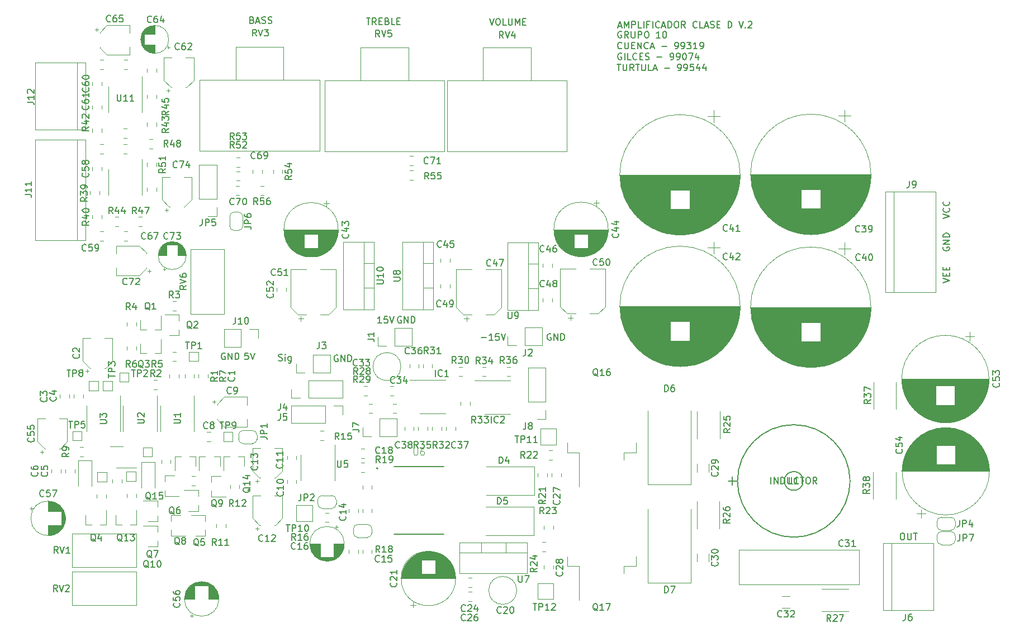
<source format=gto>
G04 #@! TF.GenerationSoftware,KiCad,Pcbnew,(5.1.2)-2*
G04 #@! TF.CreationDate,2021-06-28T19:19:26-03:00*
G04 #@! TF.ProjectId,Amplificador_v2,416d706c-6966-4696-9361-646f725f7632,rev?*
G04 #@! TF.SameCoordinates,Original*
G04 #@! TF.FileFunction,Legend,Top*
G04 #@! TF.FilePolarity,Positive*
%FSLAX46Y46*%
G04 Gerber Fmt 4.6, Leading zero omitted, Abs format (unit mm)*
G04 Created by KiCad (PCBNEW (5.1.2)-2) date 2021-06-28 19:19:26*
%MOMM*%
%LPD*%
G04 APERTURE LIST*
%ADD10C,0.150000*%
%ADD11C,0.120000*%
%ADD12C,0.200000*%
%ADD13C,0.127000*%
%ADD14C,0.152400*%
%ADD15C,0.015000*%
%ADD16C,1.542000*%
%ADD17C,2.442000*%
%ADD18C,3.302000*%
%ADD19C,0.500000*%
%ADD20C,0.100000*%
%ADD21C,0.702000*%
%ADD22C,1.702000*%
%ADD23C,1.302000*%
%ADD24R,1.302000X1.302000*%
%ADD25O,1.802000X1.802000*%
%ADD26R,1.802000X1.802000*%
%ADD27C,1.077000*%
%ADD28C,3.102000*%
%ADD29R,3.102000X3.102000*%
%ADD30R,1.702000X1.702000*%
%ADD31R,1.102000X1.102000*%
%ADD32R,1.552000X0.552000*%
%ADD33R,1.002000X0.902000*%
%ADD34R,0.902000X1.002000*%
%ADD35R,1.302000X1.002000*%
%ADD36C,1.452000*%
%ADD37C,2.502000*%
%ADD38R,2.502000X2.502000*%
%ADD39O,2.102000X2.007000*%
%ADD40R,2.102000X2.007000*%
%ADD41O,2.007000X2.102000*%
%ADD42R,2.007000X2.102000*%
%ADD43R,2.162000X0.702000*%
%ADD44R,2.102000X2.102000*%
%ADD45R,10.902000X9.502000*%
%ADD46R,1.202000X4.702000*%
%ADD47R,3.402000X4.602000*%
%ADD48R,3.602000X2.402000*%
%ADD49C,1.352000*%
G04 APERTURE END LIST*
D10*
X97925261Y-81367380D02*
X98496690Y-81367380D01*
X98210976Y-82367380D02*
X98210976Y-81367380D01*
X99401452Y-82367380D02*
X99068119Y-81891190D01*
X98830023Y-82367380D02*
X98830023Y-81367380D01*
X99210976Y-81367380D01*
X99306214Y-81415000D01*
X99353833Y-81462619D01*
X99401452Y-81557857D01*
X99401452Y-81700714D01*
X99353833Y-81795952D01*
X99306214Y-81843571D01*
X99210976Y-81891190D01*
X98830023Y-81891190D01*
X99830023Y-81843571D02*
X100163357Y-81843571D01*
X100306214Y-82367380D02*
X99830023Y-82367380D01*
X99830023Y-81367380D01*
X100306214Y-81367380D01*
X101068119Y-81843571D02*
X101210976Y-81891190D01*
X101258595Y-81938809D01*
X101306214Y-82034047D01*
X101306214Y-82176904D01*
X101258595Y-82272142D01*
X101210976Y-82319761D01*
X101115738Y-82367380D01*
X100734785Y-82367380D01*
X100734785Y-81367380D01*
X101068119Y-81367380D01*
X101163357Y-81415000D01*
X101210976Y-81462619D01*
X101258595Y-81557857D01*
X101258595Y-81653095D01*
X101210976Y-81748333D01*
X101163357Y-81795952D01*
X101068119Y-81843571D01*
X100734785Y-81843571D01*
X102210976Y-82367380D02*
X101734785Y-82367380D01*
X101734785Y-81367380D01*
X102544309Y-81843571D02*
X102877642Y-81843571D01*
X103020500Y-82367380D02*
X102544309Y-82367380D01*
X102544309Y-81367380D01*
X103020500Y-81367380D01*
X80605476Y-81653071D02*
X80748333Y-81700690D01*
X80795952Y-81748309D01*
X80843571Y-81843547D01*
X80843571Y-81986404D01*
X80795952Y-82081642D01*
X80748333Y-82129261D01*
X80653095Y-82176880D01*
X80272142Y-82176880D01*
X80272142Y-81176880D01*
X80605476Y-81176880D01*
X80700714Y-81224500D01*
X80748333Y-81272119D01*
X80795952Y-81367357D01*
X80795952Y-81462595D01*
X80748333Y-81557833D01*
X80700714Y-81605452D01*
X80605476Y-81653071D01*
X80272142Y-81653071D01*
X81224523Y-81891166D02*
X81700714Y-81891166D01*
X81129285Y-82176880D02*
X81462619Y-81176880D01*
X81795952Y-82176880D01*
X82081666Y-82129261D02*
X82224523Y-82176880D01*
X82462619Y-82176880D01*
X82557857Y-82129261D01*
X82605476Y-82081642D01*
X82653095Y-81986404D01*
X82653095Y-81891166D01*
X82605476Y-81795928D01*
X82557857Y-81748309D01*
X82462619Y-81700690D01*
X82272142Y-81653071D01*
X82176904Y-81605452D01*
X82129285Y-81557833D01*
X82081666Y-81462595D01*
X82081666Y-81367357D01*
X82129285Y-81272119D01*
X82176904Y-81224500D01*
X82272142Y-81176880D01*
X82510238Y-81176880D01*
X82653095Y-81224500D01*
X83034047Y-82129261D02*
X83176904Y-82176880D01*
X83415000Y-82176880D01*
X83510238Y-82129261D01*
X83557857Y-82081642D01*
X83605476Y-81986404D01*
X83605476Y-81891166D01*
X83557857Y-81795928D01*
X83510238Y-81748309D01*
X83415000Y-81700690D01*
X83224523Y-81653071D01*
X83129285Y-81605452D01*
X83081666Y-81557833D01*
X83034047Y-81462595D01*
X83034047Y-81367357D01*
X83081666Y-81272119D01*
X83129285Y-81224500D01*
X83224523Y-81176880D01*
X83462619Y-81176880D01*
X83605476Y-81224500D01*
X116570476Y-81430880D02*
X116903809Y-82430880D01*
X117237142Y-81430880D01*
X117760952Y-81430880D02*
X117951428Y-81430880D01*
X118046666Y-81478500D01*
X118141904Y-81573738D01*
X118189523Y-81764214D01*
X118189523Y-82097547D01*
X118141904Y-82288023D01*
X118046666Y-82383261D01*
X117951428Y-82430880D01*
X117760952Y-82430880D01*
X117665714Y-82383261D01*
X117570476Y-82288023D01*
X117522857Y-82097547D01*
X117522857Y-81764214D01*
X117570476Y-81573738D01*
X117665714Y-81478500D01*
X117760952Y-81430880D01*
X119094285Y-82430880D02*
X118618095Y-82430880D01*
X118618095Y-81430880D01*
X119427619Y-81430880D02*
X119427619Y-82240404D01*
X119475238Y-82335642D01*
X119522857Y-82383261D01*
X119618095Y-82430880D01*
X119808571Y-82430880D01*
X119903809Y-82383261D01*
X119951428Y-82335642D01*
X119999047Y-82240404D01*
X119999047Y-81430880D01*
X120475238Y-82430880D02*
X120475238Y-81430880D01*
X120808571Y-82145166D01*
X121141904Y-81430880D01*
X121141904Y-82430880D01*
X121618095Y-81907071D02*
X121951428Y-81907071D01*
X122094285Y-82430880D02*
X121618095Y-82430880D01*
X121618095Y-81430880D01*
X122094285Y-81430880D01*
X93599095Y-132469000D02*
X93503857Y-132421380D01*
X93361000Y-132421380D01*
X93218142Y-132469000D01*
X93122904Y-132564238D01*
X93075285Y-132659476D01*
X93027666Y-132849952D01*
X93027666Y-132992809D01*
X93075285Y-133183285D01*
X93122904Y-133278523D01*
X93218142Y-133373761D01*
X93361000Y-133421380D01*
X93456238Y-133421380D01*
X93599095Y-133373761D01*
X93646714Y-133326142D01*
X93646714Y-132992809D01*
X93456238Y-132992809D01*
X94075285Y-133421380D02*
X94075285Y-132421380D01*
X94646714Y-133421380D01*
X94646714Y-132421380D01*
X95122904Y-133421380D02*
X95122904Y-132421380D01*
X95361000Y-132421380D01*
X95503857Y-132469000D01*
X95599095Y-132564238D01*
X95646714Y-132659476D01*
X95694333Y-132849952D01*
X95694333Y-132992809D01*
X95646714Y-133183285D01*
X95599095Y-133278523D01*
X95503857Y-133373761D01*
X95361000Y-133421380D01*
X95122904Y-133421380D01*
X84621809Y-133246761D02*
X84764666Y-133294380D01*
X85002761Y-133294380D01*
X85098000Y-133246761D01*
X85145619Y-133199142D01*
X85193238Y-133103904D01*
X85193238Y-133008666D01*
X85145619Y-132913428D01*
X85098000Y-132865809D01*
X85002761Y-132818190D01*
X84812285Y-132770571D01*
X84717047Y-132722952D01*
X84669428Y-132675333D01*
X84621809Y-132580095D01*
X84621809Y-132484857D01*
X84669428Y-132389619D01*
X84717047Y-132342000D01*
X84812285Y-132294380D01*
X85050380Y-132294380D01*
X85193238Y-132342000D01*
X85621809Y-133294380D02*
X85621809Y-132627714D01*
X85621809Y-132294380D02*
X85574190Y-132342000D01*
X85621809Y-132389619D01*
X85669428Y-132342000D01*
X85621809Y-132294380D01*
X85621809Y-132389619D01*
X86526571Y-132627714D02*
X86526571Y-133437238D01*
X86478952Y-133532476D01*
X86431333Y-133580095D01*
X86336095Y-133627714D01*
X86193238Y-133627714D01*
X86098000Y-133580095D01*
X86526571Y-133246761D02*
X86431333Y-133294380D01*
X86240857Y-133294380D01*
X86145619Y-133246761D01*
X86098000Y-133199142D01*
X86050380Y-133103904D01*
X86050380Y-132818190D01*
X86098000Y-132722952D01*
X86145619Y-132675333D01*
X86240857Y-132627714D01*
X86431333Y-132627714D01*
X86526571Y-132675333D01*
X76517595Y-132151500D02*
X76422357Y-132103880D01*
X76279500Y-132103880D01*
X76136642Y-132151500D01*
X76041404Y-132246738D01*
X75993785Y-132341976D01*
X75946166Y-132532452D01*
X75946166Y-132675309D01*
X75993785Y-132865785D01*
X76041404Y-132961023D01*
X76136642Y-133056261D01*
X76279500Y-133103880D01*
X76374738Y-133103880D01*
X76517595Y-133056261D01*
X76565214Y-133008642D01*
X76565214Y-132675309D01*
X76374738Y-132675309D01*
X76993785Y-133103880D02*
X76993785Y-132103880D01*
X77565214Y-133103880D01*
X77565214Y-132103880D01*
X78041404Y-133103880D02*
X78041404Y-132103880D01*
X78279500Y-132103880D01*
X78422357Y-132151500D01*
X78517595Y-132246738D01*
X78565214Y-132341976D01*
X78612833Y-132532452D01*
X78612833Y-132675309D01*
X78565214Y-132865785D01*
X78517595Y-132961023D01*
X78422357Y-133056261D01*
X78279500Y-133103880D01*
X78041404Y-133103880D01*
X80010023Y-132103880D02*
X79533833Y-132103880D01*
X79486214Y-132580071D01*
X79533833Y-132532452D01*
X79629071Y-132484833D01*
X79867166Y-132484833D01*
X79962404Y-132532452D01*
X80010023Y-132580071D01*
X80057642Y-132675309D01*
X80057642Y-132913404D01*
X80010023Y-133008642D01*
X79962404Y-133056261D01*
X79867166Y-133103880D01*
X79629071Y-133103880D01*
X79533833Y-133056261D01*
X79486214Y-133008642D01*
X80343357Y-132103880D02*
X80676690Y-133103880D01*
X81010023Y-132103880D01*
X125857095Y-129230500D02*
X125761857Y-129182880D01*
X125619000Y-129182880D01*
X125476142Y-129230500D01*
X125380904Y-129325738D01*
X125333285Y-129420976D01*
X125285666Y-129611452D01*
X125285666Y-129754309D01*
X125333285Y-129944785D01*
X125380904Y-130040023D01*
X125476142Y-130135261D01*
X125619000Y-130182880D01*
X125714238Y-130182880D01*
X125857095Y-130135261D01*
X125904714Y-130087642D01*
X125904714Y-129754309D01*
X125714238Y-129754309D01*
X126333285Y-130182880D02*
X126333285Y-129182880D01*
X126904714Y-130182880D01*
X126904714Y-129182880D01*
X127380904Y-130182880D02*
X127380904Y-129182880D01*
X127619000Y-129182880D01*
X127761857Y-129230500D01*
X127857095Y-129325738D01*
X127904714Y-129420976D01*
X127952333Y-129611452D01*
X127952333Y-129754309D01*
X127904714Y-129944785D01*
X127857095Y-130040023D01*
X127761857Y-130135261D01*
X127619000Y-130182880D01*
X127380904Y-130182880D01*
X115332095Y-129801928D02*
X116094000Y-129801928D01*
X117094000Y-130182880D02*
X116522571Y-130182880D01*
X116808285Y-130182880D02*
X116808285Y-129182880D01*
X116713047Y-129325738D01*
X116617809Y-129420976D01*
X116522571Y-129468595D01*
X117998761Y-129182880D02*
X117522571Y-129182880D01*
X117474952Y-129659071D01*
X117522571Y-129611452D01*
X117617809Y-129563833D01*
X117855904Y-129563833D01*
X117951142Y-129611452D01*
X117998761Y-129659071D01*
X118046380Y-129754309D01*
X118046380Y-129992404D01*
X117998761Y-130087642D01*
X117951142Y-130135261D01*
X117855904Y-130182880D01*
X117617809Y-130182880D01*
X117522571Y-130135261D01*
X117474952Y-130087642D01*
X118332095Y-129182880D02*
X118665428Y-130182880D01*
X118998761Y-129182880D01*
X103187595Y-126627000D02*
X103092357Y-126579380D01*
X102949500Y-126579380D01*
X102806642Y-126627000D01*
X102711404Y-126722238D01*
X102663785Y-126817476D01*
X102616166Y-127007952D01*
X102616166Y-127150809D01*
X102663785Y-127341285D01*
X102711404Y-127436523D01*
X102806642Y-127531761D01*
X102949500Y-127579380D01*
X103044738Y-127579380D01*
X103187595Y-127531761D01*
X103235214Y-127484142D01*
X103235214Y-127150809D01*
X103044738Y-127150809D01*
X103663785Y-127579380D02*
X103663785Y-126579380D01*
X104235214Y-127579380D01*
X104235214Y-126579380D01*
X104711404Y-127579380D02*
X104711404Y-126579380D01*
X104949500Y-126579380D01*
X105092357Y-126627000D01*
X105187595Y-126722238D01*
X105235214Y-126817476D01*
X105282833Y-127007952D01*
X105282833Y-127150809D01*
X105235214Y-127341285D01*
X105187595Y-127436523D01*
X105092357Y-127531761D01*
X104949500Y-127579380D01*
X104711404Y-127579380D01*
X100218952Y-127579380D02*
X99647523Y-127579380D01*
X99933238Y-127579380D02*
X99933238Y-126579380D01*
X99838000Y-126722238D01*
X99742761Y-126817476D01*
X99647523Y-126865095D01*
X101123714Y-126579380D02*
X100647523Y-126579380D01*
X100599904Y-127055571D01*
X100647523Y-127007952D01*
X100742761Y-126960333D01*
X100980857Y-126960333D01*
X101076095Y-127007952D01*
X101123714Y-127055571D01*
X101171333Y-127150809D01*
X101171333Y-127388904D01*
X101123714Y-127484142D01*
X101076095Y-127531761D01*
X100980857Y-127579380D01*
X100742761Y-127579380D01*
X100647523Y-127531761D01*
X100599904Y-127484142D01*
X101457047Y-126579380D02*
X101790380Y-127579380D01*
X102123714Y-126579380D01*
X179022500Y-159408880D02*
X179212976Y-159408880D01*
X179308214Y-159456500D01*
X179403452Y-159551738D01*
X179451071Y-159742214D01*
X179451071Y-160075547D01*
X179403452Y-160266023D01*
X179308214Y-160361261D01*
X179212976Y-160408880D01*
X179022500Y-160408880D01*
X178927261Y-160361261D01*
X178832023Y-160266023D01*
X178784404Y-160075547D01*
X178784404Y-159742214D01*
X178832023Y-159551738D01*
X178927261Y-159456500D01*
X179022500Y-159408880D01*
X179879642Y-159408880D02*
X179879642Y-160218404D01*
X179927261Y-160313642D01*
X179974880Y-160361261D01*
X180070119Y-160408880D01*
X180260595Y-160408880D01*
X180355833Y-160361261D01*
X180403452Y-160313642D01*
X180451071Y-160218404D01*
X180451071Y-159408880D01*
X180784404Y-159408880D02*
X181355833Y-159408880D01*
X181070119Y-160408880D02*
X181070119Y-159408880D01*
X185252380Y-121438095D02*
X186252380Y-121104761D01*
X185252380Y-120771428D01*
X185728571Y-120438095D02*
X185728571Y-120104761D01*
X186252380Y-119961904D02*
X186252380Y-120438095D01*
X185252380Y-120438095D01*
X185252380Y-119961904D01*
X185728571Y-119533333D02*
X185728571Y-119200000D01*
X186252380Y-119057142D02*
X186252380Y-119533333D01*
X185252380Y-119533333D01*
X185252380Y-119057142D01*
X185300000Y-116061904D02*
X185252380Y-116157142D01*
X185252380Y-116300000D01*
X185300000Y-116442857D01*
X185395238Y-116538095D01*
X185490476Y-116585714D01*
X185680952Y-116633333D01*
X185823809Y-116633333D01*
X186014285Y-116585714D01*
X186109523Y-116538095D01*
X186204761Y-116442857D01*
X186252380Y-116300000D01*
X186252380Y-116204761D01*
X186204761Y-116061904D01*
X186157142Y-116014285D01*
X185823809Y-116014285D01*
X185823809Y-116204761D01*
X186252380Y-115585714D02*
X185252380Y-115585714D01*
X186252380Y-115014285D01*
X185252380Y-115014285D01*
X186252380Y-114538095D02*
X185252380Y-114538095D01*
X185252380Y-114300000D01*
X185300000Y-114157142D01*
X185395238Y-114061904D01*
X185490476Y-114014285D01*
X185680952Y-113966666D01*
X185823809Y-113966666D01*
X186014285Y-114014285D01*
X186109523Y-114061904D01*
X186204761Y-114157142D01*
X186252380Y-114300000D01*
X186252380Y-114538095D01*
X185252380Y-111733333D02*
X186252380Y-111400000D01*
X185252380Y-111066666D01*
X186157142Y-110161904D02*
X186204761Y-110209523D01*
X186252380Y-110352380D01*
X186252380Y-110447619D01*
X186204761Y-110590476D01*
X186109523Y-110685714D01*
X186014285Y-110733333D01*
X185823809Y-110780952D01*
X185680952Y-110780952D01*
X185490476Y-110733333D01*
X185395238Y-110685714D01*
X185300000Y-110590476D01*
X185252380Y-110447619D01*
X185252380Y-110352380D01*
X185300000Y-110209523D01*
X185347619Y-110161904D01*
X186157142Y-109161904D02*
X186204761Y-109209523D01*
X186252380Y-109352380D01*
X186252380Y-109447619D01*
X186204761Y-109590476D01*
X186109523Y-109685714D01*
X186014285Y-109733333D01*
X185823809Y-109780952D01*
X185680952Y-109780952D01*
X185490476Y-109733333D01*
X185395238Y-109685714D01*
X185300000Y-109590476D01*
X185252380Y-109447619D01*
X185252380Y-109352380D01*
X185300000Y-109209523D01*
X185347619Y-109161904D01*
X136559404Y-83425000D02*
X136464166Y-83377380D01*
X136321309Y-83377380D01*
X136178452Y-83425000D01*
X136083214Y-83520238D01*
X136035595Y-83615476D01*
X135987976Y-83805952D01*
X135987976Y-83948809D01*
X136035595Y-84139285D01*
X136083214Y-84234523D01*
X136178452Y-84329761D01*
X136321309Y-84377380D01*
X136416547Y-84377380D01*
X136559404Y-84329761D01*
X136607023Y-84282142D01*
X136607023Y-83948809D01*
X136416547Y-83948809D01*
X137607023Y-84377380D02*
X137273690Y-83901190D01*
X137035595Y-84377380D02*
X137035595Y-83377380D01*
X137416547Y-83377380D01*
X137511785Y-83425000D01*
X137559404Y-83472619D01*
X137607023Y-83567857D01*
X137607023Y-83710714D01*
X137559404Y-83805952D01*
X137511785Y-83853571D01*
X137416547Y-83901190D01*
X137035595Y-83901190D01*
X138035595Y-83377380D02*
X138035595Y-84186904D01*
X138083214Y-84282142D01*
X138130833Y-84329761D01*
X138226071Y-84377380D01*
X138416547Y-84377380D01*
X138511785Y-84329761D01*
X138559404Y-84282142D01*
X138607023Y-84186904D01*
X138607023Y-83377380D01*
X139083214Y-84377380D02*
X139083214Y-83377380D01*
X139464166Y-83377380D01*
X139559404Y-83425000D01*
X139607023Y-83472619D01*
X139654642Y-83567857D01*
X139654642Y-83710714D01*
X139607023Y-83805952D01*
X139559404Y-83853571D01*
X139464166Y-83901190D01*
X139083214Y-83901190D01*
X140273690Y-83377380D02*
X140464166Y-83377380D01*
X140559404Y-83425000D01*
X140654642Y-83520238D01*
X140702261Y-83710714D01*
X140702261Y-84044047D01*
X140654642Y-84234523D01*
X140559404Y-84329761D01*
X140464166Y-84377380D01*
X140273690Y-84377380D01*
X140178452Y-84329761D01*
X140083214Y-84234523D01*
X140035595Y-84044047D01*
X140035595Y-83710714D01*
X140083214Y-83520238D01*
X140178452Y-83425000D01*
X140273690Y-83377380D01*
X142416547Y-84377380D02*
X141845119Y-84377380D01*
X142130833Y-84377380D02*
X142130833Y-83377380D01*
X142035595Y-83520238D01*
X141940357Y-83615476D01*
X141845119Y-83663095D01*
X143035595Y-83377380D02*
X143130833Y-83377380D01*
X143226071Y-83425000D01*
X143273690Y-83472619D01*
X143321309Y-83567857D01*
X143368928Y-83758333D01*
X143368928Y-83996428D01*
X143321309Y-84186904D01*
X143273690Y-84282142D01*
X143226071Y-84329761D01*
X143130833Y-84377380D01*
X143035595Y-84377380D01*
X142940357Y-84329761D01*
X142892738Y-84282142D01*
X142845119Y-84186904D01*
X142797500Y-83996428D01*
X142797500Y-83758333D01*
X142845119Y-83567857D01*
X142892738Y-83472619D01*
X142940357Y-83425000D01*
X143035595Y-83377380D01*
X136607023Y-85932142D02*
X136559404Y-85979761D01*
X136416547Y-86027380D01*
X136321309Y-86027380D01*
X136178452Y-85979761D01*
X136083214Y-85884523D01*
X136035595Y-85789285D01*
X135987976Y-85598809D01*
X135987976Y-85455952D01*
X136035595Y-85265476D01*
X136083214Y-85170238D01*
X136178452Y-85075000D01*
X136321309Y-85027380D01*
X136416547Y-85027380D01*
X136559404Y-85075000D01*
X136607023Y-85122619D01*
X137035595Y-85027380D02*
X137035595Y-85836904D01*
X137083214Y-85932142D01*
X137130833Y-85979761D01*
X137226071Y-86027380D01*
X137416547Y-86027380D01*
X137511785Y-85979761D01*
X137559404Y-85932142D01*
X137607023Y-85836904D01*
X137607023Y-85027380D01*
X138083214Y-85503571D02*
X138416547Y-85503571D01*
X138559404Y-86027380D02*
X138083214Y-86027380D01*
X138083214Y-85027380D01*
X138559404Y-85027380D01*
X138987976Y-86027380D02*
X138987976Y-85027380D01*
X139559404Y-86027380D01*
X139559404Y-85027380D01*
X140607023Y-85932142D02*
X140559404Y-85979761D01*
X140416547Y-86027380D01*
X140321309Y-86027380D01*
X140178452Y-85979761D01*
X140083214Y-85884523D01*
X140035595Y-85789285D01*
X139987976Y-85598809D01*
X139987976Y-85455952D01*
X140035595Y-85265476D01*
X140083214Y-85170238D01*
X140178452Y-85075000D01*
X140321309Y-85027380D01*
X140416547Y-85027380D01*
X140559404Y-85075000D01*
X140607023Y-85122619D01*
X140987976Y-85741666D02*
X141464166Y-85741666D01*
X140892738Y-86027380D02*
X141226071Y-85027380D01*
X141559404Y-86027380D01*
X142654642Y-85646428D02*
X143416547Y-85646428D01*
X144702261Y-86027380D02*
X144892738Y-86027380D01*
X144987976Y-85979761D01*
X145035595Y-85932142D01*
X145130833Y-85789285D01*
X145178452Y-85598809D01*
X145178452Y-85217857D01*
X145130833Y-85122619D01*
X145083214Y-85075000D01*
X144987976Y-85027380D01*
X144797500Y-85027380D01*
X144702261Y-85075000D01*
X144654642Y-85122619D01*
X144607023Y-85217857D01*
X144607023Y-85455952D01*
X144654642Y-85551190D01*
X144702261Y-85598809D01*
X144797500Y-85646428D01*
X144987976Y-85646428D01*
X145083214Y-85598809D01*
X145130833Y-85551190D01*
X145178452Y-85455952D01*
X145654642Y-86027380D02*
X145845119Y-86027380D01*
X145940357Y-85979761D01*
X145987976Y-85932142D01*
X146083214Y-85789285D01*
X146130833Y-85598809D01*
X146130833Y-85217857D01*
X146083214Y-85122619D01*
X146035595Y-85075000D01*
X145940357Y-85027380D01*
X145749880Y-85027380D01*
X145654642Y-85075000D01*
X145607023Y-85122619D01*
X145559404Y-85217857D01*
X145559404Y-85455952D01*
X145607023Y-85551190D01*
X145654642Y-85598809D01*
X145749880Y-85646428D01*
X145940357Y-85646428D01*
X146035595Y-85598809D01*
X146083214Y-85551190D01*
X146130833Y-85455952D01*
X146464166Y-85027380D02*
X147083214Y-85027380D01*
X146749880Y-85408333D01*
X146892738Y-85408333D01*
X146987976Y-85455952D01*
X147035595Y-85503571D01*
X147083214Y-85598809D01*
X147083214Y-85836904D01*
X147035595Y-85932142D01*
X146987976Y-85979761D01*
X146892738Y-86027380D01*
X146607023Y-86027380D01*
X146511785Y-85979761D01*
X146464166Y-85932142D01*
X148035595Y-86027380D02*
X147464166Y-86027380D01*
X147749880Y-86027380D02*
X147749880Y-85027380D01*
X147654642Y-85170238D01*
X147559404Y-85265476D01*
X147464166Y-85313095D01*
X148511785Y-86027380D02*
X148702261Y-86027380D01*
X148797500Y-85979761D01*
X148845119Y-85932142D01*
X148940357Y-85789285D01*
X148987976Y-85598809D01*
X148987976Y-85217857D01*
X148940357Y-85122619D01*
X148892738Y-85075000D01*
X148797500Y-85027380D01*
X148607023Y-85027380D01*
X148511785Y-85075000D01*
X148464166Y-85122619D01*
X148416547Y-85217857D01*
X148416547Y-85455952D01*
X148464166Y-85551190D01*
X148511785Y-85598809D01*
X148607023Y-85646428D01*
X148797500Y-85646428D01*
X148892738Y-85598809D01*
X148940357Y-85551190D01*
X148987976Y-85455952D01*
X136559404Y-86725000D02*
X136464166Y-86677380D01*
X136321309Y-86677380D01*
X136178452Y-86725000D01*
X136083214Y-86820238D01*
X136035595Y-86915476D01*
X135987976Y-87105952D01*
X135987976Y-87248809D01*
X136035595Y-87439285D01*
X136083214Y-87534523D01*
X136178452Y-87629761D01*
X136321309Y-87677380D01*
X136416547Y-87677380D01*
X136559404Y-87629761D01*
X136607023Y-87582142D01*
X136607023Y-87248809D01*
X136416547Y-87248809D01*
X137035595Y-87677380D02*
X137035595Y-86677380D01*
X137987976Y-87677380D02*
X137511785Y-87677380D01*
X137511785Y-86677380D01*
X138892738Y-87582142D02*
X138845119Y-87629761D01*
X138702261Y-87677380D01*
X138607023Y-87677380D01*
X138464166Y-87629761D01*
X138368928Y-87534523D01*
X138321309Y-87439285D01*
X138273690Y-87248809D01*
X138273690Y-87105952D01*
X138321309Y-86915476D01*
X138368928Y-86820238D01*
X138464166Y-86725000D01*
X138607023Y-86677380D01*
X138702261Y-86677380D01*
X138845119Y-86725000D01*
X138892738Y-86772619D01*
X139321309Y-87153571D02*
X139654642Y-87153571D01*
X139797500Y-87677380D02*
X139321309Y-87677380D01*
X139321309Y-86677380D01*
X139797500Y-86677380D01*
X140178452Y-87629761D02*
X140321309Y-87677380D01*
X140559404Y-87677380D01*
X140654642Y-87629761D01*
X140702261Y-87582142D01*
X140749880Y-87486904D01*
X140749880Y-87391666D01*
X140702261Y-87296428D01*
X140654642Y-87248809D01*
X140559404Y-87201190D01*
X140368928Y-87153571D01*
X140273690Y-87105952D01*
X140226071Y-87058333D01*
X140178452Y-86963095D01*
X140178452Y-86867857D01*
X140226071Y-86772619D01*
X140273690Y-86725000D01*
X140368928Y-86677380D01*
X140607023Y-86677380D01*
X140749880Y-86725000D01*
X141940357Y-87296428D02*
X142702261Y-87296428D01*
X143987976Y-87677380D02*
X144178452Y-87677380D01*
X144273690Y-87629761D01*
X144321309Y-87582142D01*
X144416547Y-87439285D01*
X144464166Y-87248809D01*
X144464166Y-86867857D01*
X144416547Y-86772619D01*
X144368928Y-86725000D01*
X144273690Y-86677380D01*
X144083214Y-86677380D01*
X143987976Y-86725000D01*
X143940357Y-86772619D01*
X143892738Y-86867857D01*
X143892738Y-87105952D01*
X143940357Y-87201190D01*
X143987976Y-87248809D01*
X144083214Y-87296428D01*
X144273690Y-87296428D01*
X144368928Y-87248809D01*
X144416547Y-87201190D01*
X144464166Y-87105952D01*
X144940357Y-87677380D02*
X145130833Y-87677380D01*
X145226071Y-87629761D01*
X145273690Y-87582142D01*
X145368928Y-87439285D01*
X145416547Y-87248809D01*
X145416547Y-86867857D01*
X145368928Y-86772619D01*
X145321309Y-86725000D01*
X145226071Y-86677380D01*
X145035595Y-86677380D01*
X144940357Y-86725000D01*
X144892738Y-86772619D01*
X144845119Y-86867857D01*
X144845119Y-87105952D01*
X144892738Y-87201190D01*
X144940357Y-87248809D01*
X145035595Y-87296428D01*
X145226071Y-87296428D01*
X145321309Y-87248809D01*
X145368928Y-87201190D01*
X145416547Y-87105952D01*
X146035595Y-86677380D02*
X146130833Y-86677380D01*
X146226071Y-86725000D01*
X146273690Y-86772619D01*
X146321309Y-86867857D01*
X146368928Y-87058333D01*
X146368928Y-87296428D01*
X146321309Y-87486904D01*
X146273690Y-87582142D01*
X146226071Y-87629761D01*
X146130833Y-87677380D01*
X146035595Y-87677380D01*
X145940357Y-87629761D01*
X145892738Y-87582142D01*
X145845119Y-87486904D01*
X145797500Y-87296428D01*
X145797500Y-87058333D01*
X145845119Y-86867857D01*
X145892738Y-86772619D01*
X145940357Y-86725000D01*
X146035595Y-86677380D01*
X146702261Y-86677380D02*
X147368928Y-86677380D01*
X146940357Y-87677380D01*
X148178452Y-87010714D02*
X148178452Y-87677380D01*
X147940357Y-86629761D02*
X147702261Y-87344047D01*
X148321309Y-87344047D01*
X135892738Y-88327380D02*
X136464166Y-88327380D01*
X136178452Y-89327380D02*
X136178452Y-88327380D01*
X136797500Y-88327380D02*
X136797500Y-89136904D01*
X136845119Y-89232142D01*
X136892738Y-89279761D01*
X136987976Y-89327380D01*
X137178452Y-89327380D01*
X137273690Y-89279761D01*
X137321309Y-89232142D01*
X137368928Y-89136904D01*
X137368928Y-88327380D01*
X138416547Y-89327380D02*
X138083214Y-88851190D01*
X137845119Y-89327380D02*
X137845119Y-88327380D01*
X138226071Y-88327380D01*
X138321309Y-88375000D01*
X138368928Y-88422619D01*
X138416547Y-88517857D01*
X138416547Y-88660714D01*
X138368928Y-88755952D01*
X138321309Y-88803571D01*
X138226071Y-88851190D01*
X137845119Y-88851190D01*
X138702261Y-88327380D02*
X139273690Y-88327380D01*
X138987976Y-89327380D02*
X138987976Y-88327380D01*
X139607023Y-88327380D02*
X139607023Y-89136904D01*
X139654642Y-89232142D01*
X139702261Y-89279761D01*
X139797500Y-89327380D01*
X139987976Y-89327380D01*
X140083214Y-89279761D01*
X140130833Y-89232142D01*
X140178452Y-89136904D01*
X140178452Y-88327380D01*
X141130833Y-89327380D02*
X140654642Y-89327380D01*
X140654642Y-88327380D01*
X141416547Y-89041666D02*
X141892738Y-89041666D01*
X141321309Y-89327380D02*
X141654642Y-88327380D01*
X141987976Y-89327380D01*
X143083214Y-88946428D02*
X143845119Y-88946428D01*
X145130833Y-89327380D02*
X145321309Y-89327380D01*
X145416547Y-89279761D01*
X145464166Y-89232142D01*
X145559404Y-89089285D01*
X145607023Y-88898809D01*
X145607023Y-88517857D01*
X145559404Y-88422619D01*
X145511785Y-88375000D01*
X145416547Y-88327380D01*
X145226071Y-88327380D01*
X145130833Y-88375000D01*
X145083214Y-88422619D01*
X145035595Y-88517857D01*
X145035595Y-88755952D01*
X145083214Y-88851190D01*
X145130833Y-88898809D01*
X145226071Y-88946428D01*
X145416547Y-88946428D01*
X145511785Y-88898809D01*
X145559404Y-88851190D01*
X145607023Y-88755952D01*
X146083214Y-89327380D02*
X146273690Y-89327380D01*
X146368928Y-89279761D01*
X146416547Y-89232142D01*
X146511785Y-89089285D01*
X146559404Y-88898809D01*
X146559404Y-88517857D01*
X146511785Y-88422619D01*
X146464166Y-88375000D01*
X146368928Y-88327380D01*
X146178452Y-88327380D01*
X146083214Y-88375000D01*
X146035595Y-88422619D01*
X145987976Y-88517857D01*
X145987976Y-88755952D01*
X146035595Y-88851190D01*
X146083214Y-88898809D01*
X146178452Y-88946428D01*
X146368928Y-88946428D01*
X146464166Y-88898809D01*
X146511785Y-88851190D01*
X146559404Y-88755952D01*
X147464166Y-88327380D02*
X146987976Y-88327380D01*
X146940357Y-88803571D01*
X146987976Y-88755952D01*
X147083214Y-88708333D01*
X147321309Y-88708333D01*
X147416547Y-88755952D01*
X147464166Y-88803571D01*
X147511785Y-88898809D01*
X147511785Y-89136904D01*
X147464166Y-89232142D01*
X147416547Y-89279761D01*
X147321309Y-89327380D01*
X147083214Y-89327380D01*
X146987976Y-89279761D01*
X146940357Y-89232142D01*
X148368928Y-88660714D02*
X148368928Y-89327380D01*
X148130833Y-88279761D02*
X147892738Y-88994047D01*
X148511785Y-88994047D01*
X149321309Y-88660714D02*
X149321309Y-89327380D01*
X149083214Y-88279761D02*
X148845119Y-88994047D01*
X149464166Y-88994047D01*
X136080952Y-82566666D02*
X136557142Y-82566666D01*
X135985714Y-82852380D02*
X136319047Y-81852380D01*
X136652380Y-82852380D01*
X136985714Y-82852380D02*
X136985714Y-81852380D01*
X137319047Y-82566666D01*
X137652380Y-81852380D01*
X137652380Y-82852380D01*
X138128571Y-82852380D02*
X138128571Y-81852380D01*
X138509523Y-81852380D01*
X138604761Y-81900000D01*
X138652380Y-81947619D01*
X138700000Y-82042857D01*
X138700000Y-82185714D01*
X138652380Y-82280952D01*
X138604761Y-82328571D01*
X138509523Y-82376190D01*
X138128571Y-82376190D01*
X139604761Y-82852380D02*
X139128571Y-82852380D01*
X139128571Y-81852380D01*
X139938095Y-82852380D02*
X139938095Y-81852380D01*
X140747619Y-82328571D02*
X140414285Y-82328571D01*
X140414285Y-82852380D02*
X140414285Y-81852380D01*
X140890476Y-81852380D01*
X141271428Y-82852380D02*
X141271428Y-81852380D01*
X142319047Y-82757142D02*
X142271428Y-82804761D01*
X142128571Y-82852380D01*
X142033333Y-82852380D01*
X141890476Y-82804761D01*
X141795238Y-82709523D01*
X141747619Y-82614285D01*
X141700000Y-82423809D01*
X141700000Y-82280952D01*
X141747619Y-82090476D01*
X141795238Y-81995238D01*
X141890476Y-81900000D01*
X142033333Y-81852380D01*
X142128571Y-81852380D01*
X142271428Y-81900000D01*
X142319047Y-81947619D01*
X142700000Y-82566666D02*
X143176190Y-82566666D01*
X142604761Y-82852380D02*
X142938095Y-81852380D01*
X143271428Y-82852380D01*
X143604761Y-82852380D02*
X143604761Y-81852380D01*
X143842857Y-81852380D01*
X143985714Y-81900000D01*
X144080952Y-81995238D01*
X144128571Y-82090476D01*
X144176190Y-82280952D01*
X144176190Y-82423809D01*
X144128571Y-82614285D01*
X144080952Y-82709523D01*
X143985714Y-82804761D01*
X143842857Y-82852380D01*
X143604761Y-82852380D01*
X144795238Y-81852380D02*
X144985714Y-81852380D01*
X145080952Y-81900000D01*
X145176190Y-81995238D01*
X145223809Y-82185714D01*
X145223809Y-82519047D01*
X145176190Y-82709523D01*
X145080952Y-82804761D01*
X144985714Y-82852380D01*
X144795238Y-82852380D01*
X144700000Y-82804761D01*
X144604761Y-82709523D01*
X144557142Y-82519047D01*
X144557142Y-82185714D01*
X144604761Y-81995238D01*
X144700000Y-81900000D01*
X144795238Y-81852380D01*
X146223809Y-82852380D02*
X145890476Y-82376190D01*
X145652380Y-82852380D02*
X145652380Y-81852380D01*
X146033333Y-81852380D01*
X146128571Y-81900000D01*
X146176190Y-81947619D01*
X146223809Y-82042857D01*
X146223809Y-82185714D01*
X146176190Y-82280952D01*
X146128571Y-82328571D01*
X146033333Y-82376190D01*
X145652380Y-82376190D01*
X147985714Y-82757142D02*
X147938095Y-82804761D01*
X147795238Y-82852380D01*
X147700000Y-82852380D01*
X147557142Y-82804761D01*
X147461904Y-82709523D01*
X147414285Y-82614285D01*
X147366666Y-82423809D01*
X147366666Y-82280952D01*
X147414285Y-82090476D01*
X147461904Y-81995238D01*
X147557142Y-81900000D01*
X147700000Y-81852380D01*
X147795238Y-81852380D01*
X147938095Y-81900000D01*
X147985714Y-81947619D01*
X148890476Y-82852380D02*
X148414285Y-82852380D01*
X148414285Y-81852380D01*
X149176190Y-82566666D02*
X149652380Y-82566666D01*
X149080952Y-82852380D02*
X149414285Y-81852380D01*
X149747619Y-82852380D01*
X150033333Y-82804761D02*
X150176190Y-82852380D01*
X150414285Y-82852380D01*
X150509523Y-82804761D01*
X150557142Y-82757142D01*
X150604761Y-82661904D01*
X150604761Y-82566666D01*
X150557142Y-82471428D01*
X150509523Y-82423809D01*
X150414285Y-82376190D01*
X150223809Y-82328571D01*
X150128571Y-82280952D01*
X150080952Y-82233333D01*
X150033333Y-82138095D01*
X150033333Y-82042857D01*
X150080952Y-81947619D01*
X150128571Y-81900000D01*
X150223809Y-81852380D01*
X150461904Y-81852380D01*
X150604761Y-81900000D01*
X151033333Y-82328571D02*
X151366666Y-82328571D01*
X151509523Y-82852380D02*
X151033333Y-82852380D01*
X151033333Y-81852380D01*
X151509523Y-81852380D01*
X152700000Y-82852380D02*
X152700000Y-81852380D01*
X152938095Y-81852380D01*
X153080952Y-81900000D01*
X153176190Y-81995238D01*
X153223809Y-82090476D01*
X153271428Y-82280952D01*
X153271428Y-82423809D01*
X153223809Y-82614285D01*
X153176190Y-82709523D01*
X153080952Y-82804761D01*
X152938095Y-82852380D01*
X152700000Y-82852380D01*
X154319047Y-81852380D02*
X154652380Y-82852380D01*
X154985714Y-81852380D01*
X155319047Y-82757142D02*
X155366666Y-82804761D01*
X155319047Y-82852380D01*
X155271428Y-82804761D01*
X155319047Y-82757142D01*
X155319047Y-82852380D01*
X155747619Y-81947619D02*
X155795238Y-81900000D01*
X155890476Y-81852380D01*
X156128571Y-81852380D01*
X156223809Y-81900000D01*
X156271428Y-81947619D01*
X156319047Y-82042857D01*
X156319047Y-82138095D01*
X156271428Y-82280952D01*
X155700000Y-82852380D01*
X156319047Y-82852380D01*
D11*
X71320500Y-116400000D02*
X76390500Y-116400000D01*
X71320500Y-126170000D02*
X76390500Y-126170000D01*
X76390500Y-126170000D02*
X76390500Y-116400000D01*
X71320500Y-126170000D02*
X71320500Y-116400000D01*
X116086000Y-85822000D02*
X122327000Y-85822000D01*
X115586000Y-85822000D02*
X122826000Y-85822000D01*
X115586000Y-90822000D02*
X122826000Y-90822000D01*
X122826000Y-90822000D02*
X122826000Y-85822000D01*
X115586000Y-90822000D02*
X115586000Y-85822000D01*
X110136000Y-90822000D02*
X128276000Y-90822000D01*
X110136000Y-101562000D02*
X128276000Y-101562000D01*
X128276000Y-101562000D02*
X128276000Y-90822000D01*
X110136000Y-101562000D02*
X110136000Y-90822000D01*
X97544000Y-85822000D02*
X103785000Y-85822000D01*
X97044000Y-85822000D02*
X104284000Y-85822000D01*
X97044000Y-90822000D02*
X104284000Y-90822000D01*
X104284000Y-90822000D02*
X104284000Y-85822000D01*
X97044000Y-90822000D02*
X97044000Y-85822000D01*
X91594000Y-90822000D02*
X109734000Y-90822000D01*
X91594000Y-101562000D02*
X109734000Y-101562000D01*
X109734000Y-101562000D02*
X109734000Y-90822000D01*
X91594000Y-101562000D02*
X91594000Y-90822000D01*
X78621000Y-85758500D02*
X84862000Y-85758500D01*
X78121000Y-85758500D02*
X85361000Y-85758500D01*
X78121000Y-90758500D02*
X85361000Y-90758500D01*
X85361000Y-90758500D02*
X85361000Y-85758500D01*
X78121000Y-90758500D02*
X78121000Y-85758500D01*
X72671000Y-90758500D02*
X90811000Y-90758500D01*
X72671000Y-101498500D02*
X90811000Y-101498500D01*
X90811000Y-101498500D02*
X90811000Y-90758500D01*
X72671000Y-101498500D02*
X72671000Y-90758500D01*
X186437500Y-161147000D02*
X185037500Y-161147000D01*
X184337500Y-160447000D02*
X184337500Y-159847000D01*
X185037500Y-159147000D02*
X186437500Y-159147000D01*
X187137500Y-159847000D02*
X187137500Y-160447000D01*
X187137500Y-160447000D02*
G75*
G02X186437500Y-161147000I-700000J0D01*
G01*
X186437500Y-159147000D02*
G75*
G02X187137500Y-159847000I0J-700000D01*
G01*
X184337500Y-159847000D02*
G75*
G02X185037500Y-159147000I700000J0D01*
G01*
X185037500Y-161147000D02*
G75*
G02X184337500Y-160447000I0J700000D01*
G01*
X63960000Y-106200000D02*
X63960000Y-102750000D01*
X63960000Y-106200000D02*
X63960000Y-108150000D01*
X58840000Y-106200000D02*
X58840000Y-104250000D01*
X58840000Y-106200000D02*
X58840000Y-108150000D01*
X63960000Y-93700000D02*
X63960000Y-90250000D01*
X63960000Y-93700000D02*
X63960000Y-95650000D01*
X58840000Y-93700000D02*
X58840000Y-91750000D01*
X58840000Y-93700000D02*
X58840000Y-95650000D01*
X67390000Y-110450000D02*
X67890000Y-110450000D01*
X67640000Y-110700000D02*
X67640000Y-110200000D01*
X70395563Y-109960000D02*
X71460000Y-108895563D01*
X68004437Y-109960000D02*
X66940000Y-108895563D01*
X68004437Y-109960000D02*
X68140000Y-109960000D01*
X70395563Y-109960000D02*
X70260000Y-109960000D01*
X71460000Y-108895563D02*
X71460000Y-105440000D01*
X66940000Y-108895563D02*
X66940000Y-105440000D01*
X66940000Y-105440000D02*
X68140000Y-105440000D01*
X71460000Y-105440000D02*
X70260000Y-105440000D01*
X67105000Y-119419801D02*
X67505000Y-119419801D01*
X67305000Y-119619801D02*
X67305000Y-119219801D01*
X68130000Y-115269000D02*
X68870000Y-115269000D01*
X67963000Y-115309000D02*
X69037000Y-115309000D01*
X67836000Y-115349000D02*
X69164000Y-115349000D01*
X67732000Y-115389000D02*
X69268000Y-115389000D01*
X67641000Y-115429000D02*
X69359000Y-115429000D01*
X67560000Y-115469000D02*
X69440000Y-115469000D01*
X67487000Y-115509000D02*
X69513000Y-115509000D01*
X67420000Y-115549000D02*
X69580000Y-115549000D01*
X67358000Y-115589000D02*
X69642000Y-115589000D01*
X67300000Y-115629000D02*
X69700000Y-115629000D01*
X67246000Y-115669000D02*
X69754000Y-115669000D01*
X67196000Y-115709000D02*
X69804000Y-115709000D01*
X67149000Y-115749000D02*
X69851000Y-115749000D01*
X69340000Y-115789000D02*
X69896000Y-115789000D01*
X67104000Y-115789000D02*
X67660000Y-115789000D01*
X69340000Y-115829000D02*
X69938000Y-115829000D01*
X67062000Y-115829000D02*
X67660000Y-115829000D01*
X69340000Y-115869000D02*
X69978000Y-115869000D01*
X67022000Y-115869000D02*
X67660000Y-115869000D01*
X69340000Y-115909000D02*
X70016000Y-115909000D01*
X66984000Y-115909000D02*
X67660000Y-115909000D01*
X69340000Y-115949000D02*
X70052000Y-115949000D01*
X66948000Y-115949000D02*
X67660000Y-115949000D01*
X69340000Y-115989000D02*
X70087000Y-115989000D01*
X66913000Y-115989000D02*
X67660000Y-115989000D01*
X69340000Y-116029000D02*
X70119000Y-116029000D01*
X66881000Y-116029000D02*
X67660000Y-116029000D01*
X69340000Y-116069000D02*
X70150000Y-116069000D01*
X66850000Y-116069000D02*
X67660000Y-116069000D01*
X69340000Y-116109000D02*
X70180000Y-116109000D01*
X66820000Y-116109000D02*
X67660000Y-116109000D01*
X69340000Y-116149000D02*
X70208000Y-116149000D01*
X66792000Y-116149000D02*
X67660000Y-116149000D01*
X69340000Y-116189000D02*
X70235000Y-116189000D01*
X66765000Y-116189000D02*
X67660000Y-116189000D01*
X69340000Y-116229000D02*
X70260000Y-116229000D01*
X66740000Y-116229000D02*
X67660000Y-116229000D01*
X69340000Y-116269000D02*
X70285000Y-116269000D01*
X66715000Y-116269000D02*
X67660000Y-116269000D01*
X69340000Y-116309000D02*
X70308000Y-116309000D01*
X66692000Y-116309000D02*
X67660000Y-116309000D01*
X69340000Y-116349000D02*
X70330000Y-116349000D01*
X66670000Y-116349000D02*
X67660000Y-116349000D01*
X69340000Y-116389000D02*
X70351000Y-116389000D01*
X66649000Y-116389000D02*
X67660000Y-116389000D01*
X69340000Y-116429000D02*
X70370000Y-116429000D01*
X66630000Y-116429000D02*
X67660000Y-116429000D01*
X69340000Y-116469000D02*
X70389000Y-116469000D01*
X66611000Y-116469000D02*
X67660000Y-116469000D01*
X69340000Y-116509000D02*
X70407000Y-116509000D01*
X66593000Y-116509000D02*
X67660000Y-116509000D01*
X69340000Y-116549000D02*
X70424000Y-116549000D01*
X66576000Y-116549000D02*
X67660000Y-116549000D01*
X69340000Y-116589000D02*
X70440000Y-116589000D01*
X66560000Y-116589000D02*
X67660000Y-116589000D01*
X69340000Y-116629000D02*
X70454000Y-116629000D01*
X66546000Y-116629000D02*
X67660000Y-116629000D01*
X69340000Y-116670000D02*
X70468000Y-116670000D01*
X66532000Y-116670000D02*
X67660000Y-116670000D01*
X69340000Y-116710000D02*
X70482000Y-116710000D01*
X66518000Y-116710000D02*
X67660000Y-116710000D01*
X69340000Y-116750000D02*
X70494000Y-116750000D01*
X66506000Y-116750000D02*
X67660000Y-116750000D01*
X69340000Y-116790000D02*
X70505000Y-116790000D01*
X66495000Y-116790000D02*
X67660000Y-116790000D01*
X69340000Y-116830000D02*
X70516000Y-116830000D01*
X66484000Y-116830000D02*
X67660000Y-116830000D01*
X69340000Y-116870000D02*
X70525000Y-116870000D01*
X66475000Y-116870000D02*
X67660000Y-116870000D01*
X69340000Y-116910000D02*
X70534000Y-116910000D01*
X66466000Y-116910000D02*
X67660000Y-116910000D01*
X69340000Y-116950000D02*
X70542000Y-116950000D01*
X66458000Y-116950000D02*
X67660000Y-116950000D01*
X69340000Y-116990000D02*
X70550000Y-116990000D01*
X66450000Y-116990000D02*
X67660000Y-116990000D01*
X69340000Y-117030000D02*
X70556000Y-117030000D01*
X66444000Y-117030000D02*
X67660000Y-117030000D01*
X69340000Y-117070000D02*
X70562000Y-117070000D01*
X66438000Y-117070000D02*
X67660000Y-117070000D01*
X69340000Y-117110000D02*
X70567000Y-117110000D01*
X66433000Y-117110000D02*
X67660000Y-117110000D01*
X69340000Y-117150000D02*
X70571000Y-117150000D01*
X66429000Y-117150000D02*
X67660000Y-117150000D01*
X69340000Y-117190000D02*
X70574000Y-117190000D01*
X66426000Y-117190000D02*
X67660000Y-117190000D01*
X69340000Y-117230000D02*
X70577000Y-117230000D01*
X66423000Y-117230000D02*
X67660000Y-117230000D01*
X66421000Y-117270000D02*
X67660000Y-117270000D01*
X69340000Y-117270000D02*
X70579000Y-117270000D01*
X66420000Y-117310000D02*
X67660000Y-117310000D01*
X69340000Y-117310000D02*
X70580000Y-117310000D01*
X66420000Y-117350000D02*
X67660000Y-117350000D01*
X69340000Y-117350000D02*
X70580000Y-117350000D01*
X70620000Y-117350000D02*
G75*
G03X70620000Y-117350000I-2120000J0D01*
G01*
X65050000Y-119910000D02*
X65050000Y-119410000D01*
X65300000Y-119660000D02*
X64800000Y-119660000D01*
X64560000Y-116904437D02*
X63495563Y-115840000D01*
X64560000Y-119295563D02*
X63495563Y-120360000D01*
X64560000Y-119295563D02*
X64560000Y-119160000D01*
X64560000Y-116904437D02*
X64560000Y-117040000D01*
X63495563Y-115840000D02*
X60040000Y-115840000D01*
X63495563Y-120360000D02*
X60040000Y-120360000D01*
X60040000Y-120360000D02*
X60040000Y-119160000D01*
X60040000Y-115840000D02*
X60040000Y-117040000D01*
X75230000Y-111370000D02*
X73900000Y-111370000D01*
X75230000Y-110040000D02*
X75230000Y-111370000D01*
X75230000Y-108770000D02*
X72570000Y-108770000D01*
X72570000Y-108770000D02*
X72570000Y-103630000D01*
X75230000Y-108770000D02*
X75230000Y-103630000D01*
X75230000Y-103630000D02*
X72570000Y-103630000D01*
X82358578Y-106790000D02*
X81841422Y-106790000D01*
X82358578Y-108210000D02*
X81841422Y-108210000D01*
X104958578Y-104490000D02*
X104441422Y-104490000D01*
X104958578Y-105910000D02*
X104441422Y-105910000D01*
X83790000Y-104341422D02*
X83790000Y-104858578D01*
X85210000Y-104341422D02*
X85210000Y-104858578D01*
X78758578Y-102490000D02*
X78241422Y-102490000D01*
X78758578Y-103910000D02*
X78241422Y-103910000D01*
X78241422Y-106010000D02*
X78758578Y-106010000D01*
X78241422Y-104590000D02*
X78758578Y-104590000D01*
X64690000Y-103303922D02*
X64690000Y-103821078D01*
X66110000Y-103303922D02*
X66110000Y-103821078D01*
X57541422Y-101910000D02*
X58058578Y-101910000D01*
X57541422Y-100490000D02*
X58058578Y-100490000D01*
X61658578Y-100490000D02*
X61141422Y-100490000D01*
X61658578Y-101910000D02*
X61141422Y-101910000D01*
X65558578Y-99690000D02*
X65041422Y-99690000D01*
X65558578Y-101110000D02*
X65041422Y-101110000D01*
X63441422Y-112910000D02*
X63958578Y-112910000D01*
X63441422Y-111490000D02*
X63958578Y-111490000D01*
X61141422Y-99510000D02*
X61658578Y-99510000D01*
X61141422Y-98090000D02*
X61658578Y-98090000D01*
X66110000Y-93496078D02*
X66110000Y-92978922D01*
X64690000Y-93496078D02*
X64690000Y-92978922D01*
X59878922Y-112910000D02*
X60396078Y-112910000D01*
X59878922Y-111490000D02*
X60396078Y-111490000D01*
X66110000Y-97721078D02*
X66110000Y-97203922D01*
X64690000Y-97721078D02*
X64690000Y-97203922D01*
X56390000Y-98141422D02*
X56390000Y-98658578D01*
X57810000Y-98141422D02*
X57810000Y-98658578D01*
X57541422Y-89110000D02*
X58058578Y-89110000D01*
X57541422Y-87690000D02*
X58058578Y-87690000D01*
X57810000Y-111758578D02*
X57810000Y-111241422D01*
X56390000Y-111758578D02*
X56390000Y-111241422D01*
X56090000Y-107578922D02*
X56090000Y-108096078D01*
X57510000Y-107578922D02*
X57510000Y-108096078D01*
X79200000Y-111450000D02*
X79200000Y-112850000D01*
X78500000Y-113550000D02*
X77900000Y-113550000D01*
X77200000Y-112850000D02*
X77200000Y-111450000D01*
X77900000Y-110750000D02*
X78500000Y-110750000D01*
X78500000Y-110750000D02*
G75*
G02X79200000Y-111450000I0J-700000D01*
G01*
X77200000Y-111450000D02*
G75*
G02X77900000Y-110750000I700000J0D01*
G01*
X77900000Y-113550000D02*
G75*
G02X77200000Y-112850000I0J700000D01*
G01*
X79200000Y-112850000D02*
G75*
G02X78500000Y-113550000I-700000J0D01*
G01*
X55410000Y-98240000D02*
X55410000Y-88080000D01*
X47790000Y-98240000D02*
X55410000Y-98240000D01*
X47790000Y-88080000D02*
X47790000Y-98240000D01*
X55410000Y-88080000D02*
X47790000Y-88080000D01*
X54140000Y-88080000D02*
X54140000Y-98240000D01*
X55410000Y-115040000D02*
X55410000Y-99800000D01*
X47790000Y-115040000D02*
X47790000Y-99800000D01*
X54140000Y-115040000D02*
X54140000Y-99800000D01*
X55410000Y-99800000D02*
X47790000Y-99800000D01*
X55410000Y-115040000D02*
X47790000Y-115040000D01*
X104958578Y-102290000D02*
X104441422Y-102290000D01*
X104958578Y-103710000D02*
X104441422Y-103710000D01*
X78178922Y-108210000D02*
X78696078Y-108210000D01*
X78178922Y-106790000D02*
X78696078Y-106790000D01*
X80690000Y-104341422D02*
X80690000Y-104858578D01*
X82110000Y-104341422D02*
X82110000Y-104858578D01*
X64690000Y-107041422D02*
X64690000Y-107558578D01*
X66110000Y-107041422D02*
X66110000Y-107558578D01*
X61758578Y-113690000D02*
X61241422Y-113690000D01*
X61758578Y-115110000D02*
X61241422Y-115110000D01*
X61241422Y-89110000D02*
X61758578Y-89110000D01*
X61241422Y-87690000D02*
X61758578Y-87690000D01*
X57050000Y-82890000D02*
X57050000Y-83390000D01*
X56800000Y-83140000D02*
X57300000Y-83140000D01*
X57540000Y-85895563D02*
X58604437Y-86960000D01*
X57540000Y-83504437D02*
X58604437Y-82440000D01*
X57540000Y-83504437D02*
X57540000Y-83640000D01*
X57540000Y-85895563D02*
X57540000Y-85760000D01*
X58604437Y-86960000D02*
X62060000Y-86960000D01*
X58604437Y-82440000D02*
X62060000Y-82440000D01*
X62060000Y-82440000D02*
X62060000Y-83640000D01*
X62060000Y-86960000D02*
X62060000Y-85760000D01*
X67919801Y-85995000D02*
X67919801Y-85595000D01*
X68119801Y-85795000D02*
X67719801Y-85795000D01*
X63769000Y-84970000D02*
X63769000Y-84230000D01*
X63809000Y-85137000D02*
X63809000Y-84063000D01*
X63849000Y-85264000D02*
X63849000Y-83936000D01*
X63889000Y-85368000D02*
X63889000Y-83832000D01*
X63929000Y-85459000D02*
X63929000Y-83741000D01*
X63969000Y-85540000D02*
X63969000Y-83660000D01*
X64009000Y-85613000D02*
X64009000Y-83587000D01*
X64049000Y-85680000D02*
X64049000Y-83520000D01*
X64089000Y-85742000D02*
X64089000Y-83458000D01*
X64129000Y-85800000D02*
X64129000Y-83400000D01*
X64169000Y-85854000D02*
X64169000Y-83346000D01*
X64209000Y-85904000D02*
X64209000Y-83296000D01*
X64249000Y-85951000D02*
X64249000Y-83249000D01*
X64289000Y-83760000D02*
X64289000Y-83204000D01*
X64289000Y-85996000D02*
X64289000Y-85440000D01*
X64329000Y-83760000D02*
X64329000Y-83162000D01*
X64329000Y-86038000D02*
X64329000Y-85440000D01*
X64369000Y-83760000D02*
X64369000Y-83122000D01*
X64369000Y-86078000D02*
X64369000Y-85440000D01*
X64409000Y-83760000D02*
X64409000Y-83084000D01*
X64409000Y-86116000D02*
X64409000Y-85440000D01*
X64449000Y-83760000D02*
X64449000Y-83048000D01*
X64449000Y-86152000D02*
X64449000Y-85440000D01*
X64489000Y-83760000D02*
X64489000Y-83013000D01*
X64489000Y-86187000D02*
X64489000Y-85440000D01*
X64529000Y-83760000D02*
X64529000Y-82981000D01*
X64529000Y-86219000D02*
X64529000Y-85440000D01*
X64569000Y-83760000D02*
X64569000Y-82950000D01*
X64569000Y-86250000D02*
X64569000Y-85440000D01*
X64609000Y-83760000D02*
X64609000Y-82920000D01*
X64609000Y-86280000D02*
X64609000Y-85440000D01*
X64649000Y-83760000D02*
X64649000Y-82892000D01*
X64649000Y-86308000D02*
X64649000Y-85440000D01*
X64689000Y-83760000D02*
X64689000Y-82865000D01*
X64689000Y-86335000D02*
X64689000Y-85440000D01*
X64729000Y-83760000D02*
X64729000Y-82840000D01*
X64729000Y-86360000D02*
X64729000Y-85440000D01*
X64769000Y-83760000D02*
X64769000Y-82815000D01*
X64769000Y-86385000D02*
X64769000Y-85440000D01*
X64809000Y-83760000D02*
X64809000Y-82792000D01*
X64809000Y-86408000D02*
X64809000Y-85440000D01*
X64849000Y-83760000D02*
X64849000Y-82770000D01*
X64849000Y-86430000D02*
X64849000Y-85440000D01*
X64889000Y-83760000D02*
X64889000Y-82749000D01*
X64889000Y-86451000D02*
X64889000Y-85440000D01*
X64929000Y-83760000D02*
X64929000Y-82730000D01*
X64929000Y-86470000D02*
X64929000Y-85440000D01*
X64969000Y-83760000D02*
X64969000Y-82711000D01*
X64969000Y-86489000D02*
X64969000Y-85440000D01*
X65009000Y-83760000D02*
X65009000Y-82693000D01*
X65009000Y-86507000D02*
X65009000Y-85440000D01*
X65049000Y-83760000D02*
X65049000Y-82676000D01*
X65049000Y-86524000D02*
X65049000Y-85440000D01*
X65089000Y-83760000D02*
X65089000Y-82660000D01*
X65089000Y-86540000D02*
X65089000Y-85440000D01*
X65129000Y-83760000D02*
X65129000Y-82646000D01*
X65129000Y-86554000D02*
X65129000Y-85440000D01*
X65170000Y-83760000D02*
X65170000Y-82632000D01*
X65170000Y-86568000D02*
X65170000Y-85440000D01*
X65210000Y-83760000D02*
X65210000Y-82618000D01*
X65210000Y-86582000D02*
X65210000Y-85440000D01*
X65250000Y-83760000D02*
X65250000Y-82606000D01*
X65250000Y-86594000D02*
X65250000Y-85440000D01*
X65290000Y-83760000D02*
X65290000Y-82595000D01*
X65290000Y-86605000D02*
X65290000Y-85440000D01*
X65330000Y-83760000D02*
X65330000Y-82584000D01*
X65330000Y-86616000D02*
X65330000Y-85440000D01*
X65370000Y-83760000D02*
X65370000Y-82575000D01*
X65370000Y-86625000D02*
X65370000Y-85440000D01*
X65410000Y-83760000D02*
X65410000Y-82566000D01*
X65410000Y-86634000D02*
X65410000Y-85440000D01*
X65450000Y-83760000D02*
X65450000Y-82558000D01*
X65450000Y-86642000D02*
X65450000Y-85440000D01*
X65490000Y-83760000D02*
X65490000Y-82550000D01*
X65490000Y-86650000D02*
X65490000Y-85440000D01*
X65530000Y-83760000D02*
X65530000Y-82544000D01*
X65530000Y-86656000D02*
X65530000Y-85440000D01*
X65570000Y-83760000D02*
X65570000Y-82538000D01*
X65570000Y-86662000D02*
X65570000Y-85440000D01*
X65610000Y-83760000D02*
X65610000Y-82533000D01*
X65610000Y-86667000D02*
X65610000Y-85440000D01*
X65650000Y-83760000D02*
X65650000Y-82529000D01*
X65650000Y-86671000D02*
X65650000Y-85440000D01*
X65690000Y-83760000D02*
X65690000Y-82526000D01*
X65690000Y-86674000D02*
X65690000Y-85440000D01*
X65730000Y-83760000D02*
X65730000Y-82523000D01*
X65730000Y-86677000D02*
X65730000Y-85440000D01*
X65770000Y-86679000D02*
X65770000Y-85440000D01*
X65770000Y-83760000D02*
X65770000Y-82521000D01*
X65810000Y-86680000D02*
X65810000Y-85440000D01*
X65810000Y-83760000D02*
X65810000Y-82520000D01*
X65850000Y-86680000D02*
X65850000Y-85440000D01*
X65850000Y-83760000D02*
X65850000Y-82520000D01*
X67970000Y-84600000D02*
G75*
G03X67970000Y-84600000I-2120000J0D01*
G01*
X66110000Y-89558578D02*
X66110000Y-89041422D01*
X64690000Y-89558578D02*
X64690000Y-89041422D01*
X67690000Y-92350000D02*
X68190000Y-92350000D01*
X67940000Y-92600000D02*
X67940000Y-92100000D01*
X70695563Y-91860000D02*
X71760000Y-90795563D01*
X68304437Y-91860000D02*
X67240000Y-90795563D01*
X68304437Y-91860000D02*
X68440000Y-91860000D01*
X70695563Y-91860000D02*
X70560000Y-91860000D01*
X71760000Y-90795563D02*
X71760000Y-87340000D01*
X67240000Y-90795563D02*
X67240000Y-87340000D01*
X67240000Y-87340000D02*
X68440000Y-87340000D01*
X71760000Y-87340000D02*
X70560000Y-87340000D01*
X56390000Y-94641422D02*
X56390000Y-95158578D01*
X57810000Y-94641422D02*
X57810000Y-95158578D01*
X57810000Y-91558578D02*
X57810000Y-91041422D01*
X56390000Y-91558578D02*
X56390000Y-91041422D01*
X58058578Y-113690000D02*
X57541422Y-113690000D01*
X58058578Y-115110000D02*
X57541422Y-115110000D01*
X57810000Y-104421078D02*
X57810000Y-103903922D01*
X56390000Y-104421078D02*
X56390000Y-103903922D01*
X81530500Y-128527500D02*
X81530500Y-129857500D01*
X80200500Y-128527500D02*
X81530500Y-128527500D01*
X78930500Y-128527500D02*
X78930500Y-131187500D01*
X78930500Y-131187500D02*
X76330500Y-131187500D01*
X78930500Y-128527500D02*
X76330500Y-128527500D01*
X76330500Y-128527500D02*
X76330500Y-131187500D01*
X119320000Y-130933500D02*
X119320000Y-129603500D01*
X120650000Y-130933500D02*
X119320000Y-130933500D01*
X121920000Y-130933500D02*
X121920000Y-128273500D01*
X121920000Y-128273500D02*
X124520000Y-128273500D01*
X121920000Y-130933500D02*
X124520000Y-130933500D01*
X124520000Y-130933500D02*
X124520000Y-128273500D01*
X99635000Y-130997000D02*
X99635000Y-129667000D01*
X100965000Y-130997000D02*
X99635000Y-130997000D01*
X102235000Y-130997000D02*
X102235000Y-128337000D01*
X102235000Y-128337000D02*
X104835000Y-128337000D01*
X102235000Y-130997000D02*
X104835000Y-130997000D01*
X104835000Y-130997000D02*
X104835000Y-128337000D01*
X93673000Y-158465225D02*
X93173000Y-158465225D01*
X93423000Y-158215225D02*
X93423000Y-158715225D01*
X92232000Y-163621000D02*
X91664000Y-163621000D01*
X92466000Y-163581000D02*
X91430000Y-163581000D01*
X92625000Y-163541000D02*
X91271000Y-163541000D01*
X92753000Y-163501000D02*
X91143000Y-163501000D01*
X92863000Y-163461000D02*
X91033000Y-163461000D01*
X92959000Y-163421000D02*
X90937000Y-163421000D01*
X93046000Y-163381000D02*
X90850000Y-163381000D01*
X93126000Y-163341000D02*
X90770000Y-163341000D01*
X93199000Y-163301000D02*
X90697000Y-163301000D01*
X93267000Y-163261000D02*
X90629000Y-163261000D01*
X93331000Y-163221000D02*
X90565000Y-163221000D01*
X93391000Y-163181000D02*
X90505000Y-163181000D01*
X93448000Y-163141000D02*
X90448000Y-163141000D01*
X93502000Y-163101000D02*
X90394000Y-163101000D01*
X93553000Y-163061000D02*
X90343000Y-163061000D01*
X90908000Y-163021000D02*
X90295000Y-163021000D01*
X93601000Y-163021000D02*
X92988000Y-163021000D01*
X90908000Y-162981000D02*
X90249000Y-162981000D01*
X93647000Y-162981000D02*
X92988000Y-162981000D01*
X90908000Y-162941000D02*
X90205000Y-162941000D01*
X93691000Y-162941000D02*
X92988000Y-162941000D01*
X90908000Y-162901000D02*
X90163000Y-162901000D01*
X93733000Y-162901000D02*
X92988000Y-162901000D01*
X90908000Y-162861000D02*
X90122000Y-162861000D01*
X93774000Y-162861000D02*
X92988000Y-162861000D01*
X90908000Y-162821000D02*
X90084000Y-162821000D01*
X93812000Y-162821000D02*
X92988000Y-162821000D01*
X90908000Y-162781000D02*
X90047000Y-162781000D01*
X93849000Y-162781000D02*
X92988000Y-162781000D01*
X90908000Y-162741000D02*
X90011000Y-162741000D01*
X93885000Y-162741000D02*
X92988000Y-162741000D01*
X90908000Y-162701000D02*
X89977000Y-162701000D01*
X93919000Y-162701000D02*
X92988000Y-162701000D01*
X90908000Y-162661000D02*
X89944000Y-162661000D01*
X93952000Y-162661000D02*
X92988000Y-162661000D01*
X90908000Y-162621000D02*
X89913000Y-162621000D01*
X93983000Y-162621000D02*
X92988000Y-162621000D01*
X90908000Y-162581000D02*
X89883000Y-162581000D01*
X94013000Y-162581000D02*
X92988000Y-162581000D01*
X90908000Y-162541000D02*
X89853000Y-162541000D01*
X94043000Y-162541000D02*
X92988000Y-162541000D01*
X90908000Y-162501000D02*
X89826000Y-162501000D01*
X94070000Y-162501000D02*
X92988000Y-162501000D01*
X90908000Y-162461000D02*
X89799000Y-162461000D01*
X94097000Y-162461000D02*
X92988000Y-162461000D01*
X90908000Y-162421000D02*
X89773000Y-162421000D01*
X94123000Y-162421000D02*
X92988000Y-162421000D01*
X90908000Y-162381000D02*
X89748000Y-162381000D01*
X94148000Y-162381000D02*
X92988000Y-162381000D01*
X90908000Y-162341000D02*
X89724000Y-162341000D01*
X94172000Y-162341000D02*
X92988000Y-162341000D01*
X90908000Y-162301000D02*
X89701000Y-162301000D01*
X94195000Y-162301000D02*
X92988000Y-162301000D01*
X90908000Y-162261000D02*
X89680000Y-162261000D01*
X94216000Y-162261000D02*
X92988000Y-162261000D01*
X90908000Y-162221000D02*
X89658000Y-162221000D01*
X94238000Y-162221000D02*
X92988000Y-162221000D01*
X90908000Y-162181000D02*
X89638000Y-162181000D01*
X94258000Y-162181000D02*
X92988000Y-162181000D01*
X90908000Y-162141000D02*
X89619000Y-162141000D01*
X94277000Y-162141000D02*
X92988000Y-162141000D01*
X90908000Y-162101000D02*
X89600000Y-162101000D01*
X94296000Y-162101000D02*
X92988000Y-162101000D01*
X90908000Y-162061000D02*
X89583000Y-162061000D01*
X94313000Y-162061000D02*
X92988000Y-162061000D01*
X90908000Y-162021000D02*
X89566000Y-162021000D01*
X94330000Y-162021000D02*
X92988000Y-162021000D01*
X90908000Y-161981000D02*
X89550000Y-161981000D01*
X94346000Y-161981000D02*
X92988000Y-161981000D01*
X90908000Y-161941000D02*
X89534000Y-161941000D01*
X94362000Y-161941000D02*
X92988000Y-161941000D01*
X90908000Y-161901000D02*
X89520000Y-161901000D01*
X94376000Y-161901000D02*
X92988000Y-161901000D01*
X90908000Y-161861000D02*
X89506000Y-161861000D01*
X94390000Y-161861000D02*
X92988000Y-161861000D01*
X90908000Y-161821000D02*
X89493000Y-161821000D01*
X94403000Y-161821000D02*
X92988000Y-161821000D01*
X90908000Y-161781000D02*
X89480000Y-161781000D01*
X94416000Y-161781000D02*
X92988000Y-161781000D01*
X90908000Y-161741000D02*
X89468000Y-161741000D01*
X94428000Y-161741000D02*
X92988000Y-161741000D01*
X90908000Y-161700000D02*
X89457000Y-161700000D01*
X94439000Y-161700000D02*
X92988000Y-161700000D01*
X90908000Y-161660000D02*
X89447000Y-161660000D01*
X94449000Y-161660000D02*
X92988000Y-161660000D01*
X90908000Y-161620000D02*
X89437000Y-161620000D01*
X94459000Y-161620000D02*
X92988000Y-161620000D01*
X90908000Y-161580000D02*
X89428000Y-161580000D01*
X94468000Y-161580000D02*
X92988000Y-161580000D01*
X90908000Y-161540000D02*
X89420000Y-161540000D01*
X94476000Y-161540000D02*
X92988000Y-161540000D01*
X90908000Y-161500000D02*
X89412000Y-161500000D01*
X94484000Y-161500000D02*
X92988000Y-161500000D01*
X90908000Y-161460000D02*
X89405000Y-161460000D01*
X94491000Y-161460000D02*
X92988000Y-161460000D01*
X90908000Y-161420000D02*
X89398000Y-161420000D01*
X94498000Y-161420000D02*
X92988000Y-161420000D01*
X90908000Y-161380000D02*
X89392000Y-161380000D01*
X94504000Y-161380000D02*
X92988000Y-161380000D01*
X90908000Y-161340000D02*
X89387000Y-161340000D01*
X94509000Y-161340000D02*
X92988000Y-161340000D01*
X90908000Y-161300000D02*
X89383000Y-161300000D01*
X94513000Y-161300000D02*
X92988000Y-161300000D01*
X90908000Y-161260000D02*
X89379000Y-161260000D01*
X94517000Y-161260000D02*
X92988000Y-161260000D01*
X90908000Y-161220000D02*
X89375000Y-161220000D01*
X94521000Y-161220000D02*
X92988000Y-161220000D01*
X90908000Y-161180000D02*
X89372000Y-161180000D01*
X94524000Y-161180000D02*
X92988000Y-161180000D01*
X90908000Y-161140000D02*
X89370000Y-161140000D01*
X94526000Y-161140000D02*
X92988000Y-161140000D01*
X90908000Y-161100000D02*
X89369000Y-161100000D01*
X94527000Y-161100000D02*
X92988000Y-161100000D01*
X94528000Y-161060000D02*
X92988000Y-161060000D01*
X90908000Y-161060000D02*
X89368000Y-161060000D01*
X94528000Y-161020000D02*
X92988000Y-161020000D01*
X90908000Y-161020000D02*
X89368000Y-161020000D01*
X94568000Y-161020000D02*
G75*
G03X94568000Y-161020000I-2620000J0D01*
G01*
X104600000Y-170280698D02*
X105400000Y-170280698D01*
X105000000Y-170680698D02*
X105000000Y-169880698D01*
X106782000Y-162190000D02*
X107848000Y-162190000D01*
X106547000Y-162230000D02*
X108083000Y-162230000D01*
X106367000Y-162270000D02*
X108263000Y-162270000D01*
X106217000Y-162310000D02*
X108413000Y-162310000D01*
X106086000Y-162350000D02*
X108544000Y-162350000D01*
X105969000Y-162390000D02*
X108661000Y-162390000D01*
X105862000Y-162430000D02*
X108768000Y-162430000D01*
X105763000Y-162470000D02*
X108867000Y-162470000D01*
X105670000Y-162510000D02*
X108960000Y-162510000D01*
X105584000Y-162550000D02*
X109046000Y-162550000D01*
X105502000Y-162590000D02*
X109128000Y-162590000D01*
X105425000Y-162630000D02*
X109205000Y-162630000D01*
X105351000Y-162670000D02*
X109279000Y-162670000D01*
X105281000Y-162710000D02*
X109349000Y-162710000D01*
X105213000Y-162750000D02*
X109417000Y-162750000D01*
X105149000Y-162790000D02*
X109481000Y-162790000D01*
X105087000Y-162830000D02*
X109543000Y-162830000D01*
X105028000Y-162870000D02*
X109602000Y-162870000D01*
X104970000Y-162910000D02*
X109660000Y-162910000D01*
X104915000Y-162950000D02*
X109715000Y-162950000D01*
X104861000Y-162990000D02*
X109769000Y-162990000D01*
X104810000Y-163030000D02*
X109820000Y-163030000D01*
X104759000Y-163070000D02*
X109871000Y-163070000D01*
X104711000Y-163110000D02*
X109919000Y-163110000D01*
X104664000Y-163150000D02*
X109966000Y-163150000D01*
X104618000Y-163190000D02*
X110012000Y-163190000D01*
X104574000Y-163230000D02*
X110056000Y-163230000D01*
X104531000Y-163270000D02*
X110099000Y-163270000D01*
X104489000Y-163310000D02*
X110141000Y-163310000D01*
X104448000Y-163350000D02*
X110182000Y-163350000D01*
X104408000Y-163390000D02*
X110222000Y-163390000D01*
X104370000Y-163430000D02*
X110260000Y-163430000D01*
X104332000Y-163470000D02*
X110298000Y-163470000D01*
X108355000Y-163510000D02*
X110334000Y-163510000D01*
X104296000Y-163510000D02*
X106275000Y-163510000D01*
X108355000Y-163550000D02*
X110370000Y-163550000D01*
X104260000Y-163550000D02*
X106275000Y-163550000D01*
X108355000Y-163590000D02*
X110405000Y-163590000D01*
X104225000Y-163590000D02*
X106275000Y-163590000D01*
X108355000Y-163630000D02*
X110439000Y-163630000D01*
X104191000Y-163630000D02*
X106275000Y-163630000D01*
X108355000Y-163670000D02*
X110471000Y-163670000D01*
X104159000Y-163670000D02*
X106275000Y-163670000D01*
X108355000Y-163710000D02*
X110504000Y-163710000D01*
X104126000Y-163710000D02*
X106275000Y-163710000D01*
X108355000Y-163750000D02*
X110535000Y-163750000D01*
X104095000Y-163750000D02*
X106275000Y-163750000D01*
X108355000Y-163790000D02*
X110565000Y-163790000D01*
X104065000Y-163790000D02*
X106275000Y-163790000D01*
X108355000Y-163830000D02*
X110595000Y-163830000D01*
X104035000Y-163830000D02*
X106275000Y-163830000D01*
X108355000Y-163870000D02*
X110624000Y-163870000D01*
X104006000Y-163870000D02*
X106275000Y-163870000D01*
X108355000Y-163910000D02*
X110653000Y-163910000D01*
X103977000Y-163910000D02*
X106275000Y-163910000D01*
X108355000Y-163950000D02*
X110680000Y-163950000D01*
X103950000Y-163950000D02*
X106275000Y-163950000D01*
X108355000Y-163990000D02*
X110707000Y-163990000D01*
X103923000Y-163990000D02*
X106275000Y-163990000D01*
X108355000Y-164030000D02*
X110733000Y-164030000D01*
X103897000Y-164030000D02*
X106275000Y-164030000D01*
X108355000Y-164070000D02*
X110759000Y-164070000D01*
X103871000Y-164070000D02*
X106275000Y-164070000D01*
X108355000Y-164110000D02*
X110784000Y-164110000D01*
X103846000Y-164110000D02*
X106275000Y-164110000D01*
X108355000Y-164150000D02*
X110808000Y-164150000D01*
X103822000Y-164150000D02*
X106275000Y-164150000D01*
X108355000Y-164190000D02*
X110832000Y-164190000D01*
X103798000Y-164190000D02*
X106275000Y-164190000D01*
X108355000Y-164230000D02*
X110855000Y-164230000D01*
X103775000Y-164230000D02*
X106275000Y-164230000D01*
X108355000Y-164270000D02*
X110877000Y-164270000D01*
X103753000Y-164270000D02*
X106275000Y-164270000D01*
X108355000Y-164310000D02*
X110899000Y-164310000D01*
X103731000Y-164310000D02*
X106275000Y-164310000D01*
X108355000Y-164350000D02*
X110921000Y-164350000D01*
X103709000Y-164350000D02*
X106275000Y-164350000D01*
X108355000Y-164390000D02*
X110942000Y-164390000D01*
X103688000Y-164390000D02*
X106275000Y-164390000D01*
X108355000Y-164430000D02*
X110962000Y-164430000D01*
X103668000Y-164430000D02*
X106275000Y-164430000D01*
X108355000Y-164470000D02*
X110981000Y-164470000D01*
X103649000Y-164470000D02*
X106275000Y-164470000D01*
X108355000Y-164510000D02*
X111001000Y-164510000D01*
X103629000Y-164510000D02*
X106275000Y-164510000D01*
X108355000Y-164550000D02*
X111019000Y-164550000D01*
X103611000Y-164550000D02*
X106275000Y-164550000D01*
X108355000Y-164590000D02*
X111037000Y-164590000D01*
X103593000Y-164590000D02*
X106275000Y-164590000D01*
X108355000Y-164630000D02*
X111055000Y-164630000D01*
X103575000Y-164630000D02*
X106275000Y-164630000D01*
X108355000Y-164670000D02*
X111072000Y-164670000D01*
X103558000Y-164670000D02*
X106275000Y-164670000D01*
X108355000Y-164710000D02*
X111089000Y-164710000D01*
X103541000Y-164710000D02*
X106275000Y-164710000D01*
X108355000Y-164750000D02*
X111105000Y-164750000D01*
X103525000Y-164750000D02*
X106275000Y-164750000D01*
X108355000Y-164790000D02*
X111120000Y-164790000D01*
X103510000Y-164790000D02*
X106275000Y-164790000D01*
X108355000Y-164830000D02*
X111136000Y-164830000D01*
X103494000Y-164830000D02*
X106275000Y-164830000D01*
X108355000Y-164870000D02*
X111150000Y-164870000D01*
X103480000Y-164870000D02*
X106275000Y-164870000D01*
X108355000Y-164910000D02*
X111165000Y-164910000D01*
X103465000Y-164910000D02*
X106275000Y-164910000D01*
X108355000Y-164950000D02*
X111178000Y-164950000D01*
X103452000Y-164950000D02*
X106275000Y-164950000D01*
X108355000Y-164990000D02*
X111192000Y-164990000D01*
X103438000Y-164990000D02*
X106275000Y-164990000D01*
X108355000Y-165030000D02*
X111204000Y-165030000D01*
X103426000Y-165030000D02*
X106275000Y-165030000D01*
X108355000Y-165070000D02*
X111217000Y-165070000D01*
X103413000Y-165070000D02*
X106275000Y-165070000D01*
X108355000Y-165110000D02*
X111229000Y-165110000D01*
X103401000Y-165110000D02*
X106275000Y-165110000D01*
X108355000Y-165150000D02*
X111240000Y-165150000D01*
X103390000Y-165150000D02*
X106275000Y-165150000D01*
X108355000Y-165190000D02*
X111251000Y-165190000D01*
X103379000Y-165190000D02*
X106275000Y-165190000D01*
X108355000Y-165230000D02*
X111262000Y-165230000D01*
X103368000Y-165230000D02*
X106275000Y-165230000D01*
X108355000Y-165270000D02*
X111272000Y-165270000D01*
X103358000Y-165270000D02*
X106275000Y-165270000D01*
X108355000Y-165310000D02*
X111282000Y-165310000D01*
X103348000Y-165310000D02*
X106275000Y-165310000D01*
X108355000Y-165350000D02*
X111291000Y-165350000D01*
X103339000Y-165350000D02*
X106275000Y-165350000D01*
X108355000Y-165390000D02*
X111300000Y-165390000D01*
X103330000Y-165390000D02*
X106275000Y-165390000D01*
X108355000Y-165430000D02*
X111309000Y-165430000D01*
X103321000Y-165430000D02*
X106275000Y-165430000D01*
X108355000Y-165470000D02*
X111317000Y-165470000D01*
X103313000Y-165470000D02*
X106275000Y-165470000D01*
X108355000Y-165510000D02*
X111325000Y-165510000D01*
X103305000Y-165510000D02*
X106275000Y-165510000D01*
X108355000Y-165550000D02*
X111332000Y-165550000D01*
X103298000Y-165550000D02*
X106275000Y-165550000D01*
X103291000Y-165591000D02*
X111339000Y-165591000D01*
X103285000Y-165631000D02*
X111345000Y-165631000D01*
X103278000Y-165671000D02*
X111352000Y-165671000D01*
X103273000Y-165711000D02*
X111357000Y-165711000D01*
X103267000Y-165751000D02*
X111363000Y-165751000D01*
X103263000Y-165791000D02*
X111367000Y-165791000D01*
X103258000Y-165831000D02*
X111372000Y-165831000D01*
X103254000Y-165871000D02*
X111376000Y-165871000D01*
X103250000Y-165911000D02*
X111380000Y-165911000D01*
X103247000Y-165951000D02*
X111383000Y-165951000D01*
X103244000Y-165991000D02*
X111386000Y-165991000D01*
X103241000Y-166031000D02*
X111389000Y-166031000D01*
X103239000Y-166071000D02*
X111391000Y-166071000D01*
X103238000Y-166111000D02*
X111392000Y-166111000D01*
X103236000Y-166151000D02*
X111394000Y-166151000D01*
X103235000Y-166191000D02*
X111395000Y-166191000D01*
X103235000Y-166231000D02*
X111395000Y-166231000D01*
X103235000Y-166271000D02*
X111395000Y-166271000D01*
X111435000Y-166271000D02*
G75*
G03X111435000Y-166271000I-4120000J0D01*
G01*
X47149725Y-155437500D02*
X47149725Y-155937500D01*
X46899725Y-155687500D02*
X47399725Y-155687500D01*
X52305500Y-156878500D02*
X52305500Y-157446500D01*
X52265500Y-156644500D02*
X52265500Y-157680500D01*
X52225500Y-156485500D02*
X52225500Y-157839500D01*
X52185500Y-156357500D02*
X52185500Y-157967500D01*
X52145500Y-156247500D02*
X52145500Y-158077500D01*
X52105500Y-156151500D02*
X52105500Y-158173500D01*
X52065500Y-156064500D02*
X52065500Y-158260500D01*
X52025500Y-155984500D02*
X52025500Y-158340500D01*
X51985500Y-155911500D02*
X51985500Y-158413500D01*
X51945500Y-155843500D02*
X51945500Y-158481500D01*
X51905500Y-155779500D02*
X51905500Y-158545500D01*
X51865500Y-155719500D02*
X51865500Y-158605500D01*
X51825500Y-155662500D02*
X51825500Y-158662500D01*
X51785500Y-155608500D02*
X51785500Y-158716500D01*
X51745500Y-155557500D02*
X51745500Y-158767500D01*
X51705500Y-158202500D02*
X51705500Y-158815500D01*
X51705500Y-155509500D02*
X51705500Y-156122500D01*
X51665500Y-158202500D02*
X51665500Y-158861500D01*
X51665500Y-155463500D02*
X51665500Y-156122500D01*
X51625500Y-158202500D02*
X51625500Y-158905500D01*
X51625500Y-155419500D02*
X51625500Y-156122500D01*
X51585500Y-158202500D02*
X51585500Y-158947500D01*
X51585500Y-155377500D02*
X51585500Y-156122500D01*
X51545500Y-158202500D02*
X51545500Y-158988500D01*
X51545500Y-155336500D02*
X51545500Y-156122500D01*
X51505500Y-158202500D02*
X51505500Y-159026500D01*
X51505500Y-155298500D02*
X51505500Y-156122500D01*
X51465500Y-158202500D02*
X51465500Y-159063500D01*
X51465500Y-155261500D02*
X51465500Y-156122500D01*
X51425500Y-158202500D02*
X51425500Y-159099500D01*
X51425500Y-155225500D02*
X51425500Y-156122500D01*
X51385500Y-158202500D02*
X51385500Y-159133500D01*
X51385500Y-155191500D02*
X51385500Y-156122500D01*
X51345500Y-158202500D02*
X51345500Y-159166500D01*
X51345500Y-155158500D02*
X51345500Y-156122500D01*
X51305500Y-158202500D02*
X51305500Y-159197500D01*
X51305500Y-155127500D02*
X51305500Y-156122500D01*
X51265500Y-158202500D02*
X51265500Y-159227500D01*
X51265500Y-155097500D02*
X51265500Y-156122500D01*
X51225500Y-158202500D02*
X51225500Y-159257500D01*
X51225500Y-155067500D02*
X51225500Y-156122500D01*
X51185500Y-158202500D02*
X51185500Y-159284500D01*
X51185500Y-155040500D02*
X51185500Y-156122500D01*
X51145500Y-158202500D02*
X51145500Y-159311500D01*
X51145500Y-155013500D02*
X51145500Y-156122500D01*
X51105500Y-158202500D02*
X51105500Y-159337500D01*
X51105500Y-154987500D02*
X51105500Y-156122500D01*
X51065500Y-158202500D02*
X51065500Y-159362500D01*
X51065500Y-154962500D02*
X51065500Y-156122500D01*
X51025500Y-158202500D02*
X51025500Y-159386500D01*
X51025500Y-154938500D02*
X51025500Y-156122500D01*
X50985500Y-158202500D02*
X50985500Y-159409500D01*
X50985500Y-154915500D02*
X50985500Y-156122500D01*
X50945500Y-158202500D02*
X50945500Y-159430500D01*
X50945500Y-154894500D02*
X50945500Y-156122500D01*
X50905500Y-158202500D02*
X50905500Y-159452500D01*
X50905500Y-154872500D02*
X50905500Y-156122500D01*
X50865500Y-158202500D02*
X50865500Y-159472500D01*
X50865500Y-154852500D02*
X50865500Y-156122500D01*
X50825500Y-158202500D02*
X50825500Y-159491500D01*
X50825500Y-154833500D02*
X50825500Y-156122500D01*
X50785500Y-158202500D02*
X50785500Y-159510500D01*
X50785500Y-154814500D02*
X50785500Y-156122500D01*
X50745500Y-158202500D02*
X50745500Y-159527500D01*
X50745500Y-154797500D02*
X50745500Y-156122500D01*
X50705500Y-158202500D02*
X50705500Y-159544500D01*
X50705500Y-154780500D02*
X50705500Y-156122500D01*
X50665500Y-158202500D02*
X50665500Y-159560500D01*
X50665500Y-154764500D02*
X50665500Y-156122500D01*
X50625500Y-158202500D02*
X50625500Y-159576500D01*
X50625500Y-154748500D02*
X50625500Y-156122500D01*
X50585500Y-158202500D02*
X50585500Y-159590500D01*
X50585500Y-154734500D02*
X50585500Y-156122500D01*
X50545500Y-158202500D02*
X50545500Y-159604500D01*
X50545500Y-154720500D02*
X50545500Y-156122500D01*
X50505500Y-158202500D02*
X50505500Y-159617500D01*
X50505500Y-154707500D02*
X50505500Y-156122500D01*
X50465500Y-158202500D02*
X50465500Y-159630500D01*
X50465500Y-154694500D02*
X50465500Y-156122500D01*
X50425500Y-158202500D02*
X50425500Y-159642500D01*
X50425500Y-154682500D02*
X50425500Y-156122500D01*
X50384500Y-158202500D02*
X50384500Y-159653500D01*
X50384500Y-154671500D02*
X50384500Y-156122500D01*
X50344500Y-158202500D02*
X50344500Y-159663500D01*
X50344500Y-154661500D02*
X50344500Y-156122500D01*
X50304500Y-158202500D02*
X50304500Y-159673500D01*
X50304500Y-154651500D02*
X50304500Y-156122500D01*
X50264500Y-158202500D02*
X50264500Y-159682500D01*
X50264500Y-154642500D02*
X50264500Y-156122500D01*
X50224500Y-158202500D02*
X50224500Y-159690500D01*
X50224500Y-154634500D02*
X50224500Y-156122500D01*
X50184500Y-158202500D02*
X50184500Y-159698500D01*
X50184500Y-154626500D02*
X50184500Y-156122500D01*
X50144500Y-158202500D02*
X50144500Y-159705500D01*
X50144500Y-154619500D02*
X50144500Y-156122500D01*
X50104500Y-158202500D02*
X50104500Y-159712500D01*
X50104500Y-154612500D02*
X50104500Y-156122500D01*
X50064500Y-158202500D02*
X50064500Y-159718500D01*
X50064500Y-154606500D02*
X50064500Y-156122500D01*
X50024500Y-158202500D02*
X50024500Y-159723500D01*
X50024500Y-154601500D02*
X50024500Y-156122500D01*
X49984500Y-158202500D02*
X49984500Y-159727500D01*
X49984500Y-154597500D02*
X49984500Y-156122500D01*
X49944500Y-158202500D02*
X49944500Y-159731500D01*
X49944500Y-154593500D02*
X49944500Y-156122500D01*
X49904500Y-158202500D02*
X49904500Y-159735500D01*
X49904500Y-154589500D02*
X49904500Y-156122500D01*
X49864500Y-158202500D02*
X49864500Y-159738500D01*
X49864500Y-154586500D02*
X49864500Y-156122500D01*
X49824500Y-158202500D02*
X49824500Y-159740500D01*
X49824500Y-154584500D02*
X49824500Y-156122500D01*
X49784500Y-158202500D02*
X49784500Y-159741500D01*
X49784500Y-154583500D02*
X49784500Y-156122500D01*
X49744500Y-154582500D02*
X49744500Y-156122500D01*
X49744500Y-158202500D02*
X49744500Y-159742500D01*
X49704500Y-154582500D02*
X49704500Y-156122500D01*
X49704500Y-158202500D02*
X49704500Y-159742500D01*
X52324500Y-157162500D02*
G75*
G03X52324500Y-157162500I-2620000J0D01*
G01*
X71236500Y-171925275D02*
X71736500Y-171925275D01*
X71486500Y-172175275D02*
X71486500Y-171675275D01*
X72677500Y-166769500D02*
X73245500Y-166769500D01*
X72443500Y-166809500D02*
X73479500Y-166809500D01*
X72284500Y-166849500D02*
X73638500Y-166849500D01*
X72156500Y-166889500D02*
X73766500Y-166889500D01*
X72046500Y-166929500D02*
X73876500Y-166929500D01*
X71950500Y-166969500D02*
X73972500Y-166969500D01*
X71863500Y-167009500D02*
X74059500Y-167009500D01*
X71783500Y-167049500D02*
X74139500Y-167049500D01*
X71710500Y-167089500D02*
X74212500Y-167089500D01*
X71642500Y-167129500D02*
X74280500Y-167129500D01*
X71578500Y-167169500D02*
X74344500Y-167169500D01*
X71518500Y-167209500D02*
X74404500Y-167209500D01*
X71461500Y-167249500D02*
X74461500Y-167249500D01*
X71407500Y-167289500D02*
X74515500Y-167289500D01*
X71356500Y-167329500D02*
X74566500Y-167329500D01*
X74001500Y-167369500D02*
X74614500Y-167369500D01*
X71308500Y-167369500D02*
X71921500Y-167369500D01*
X74001500Y-167409500D02*
X74660500Y-167409500D01*
X71262500Y-167409500D02*
X71921500Y-167409500D01*
X74001500Y-167449500D02*
X74704500Y-167449500D01*
X71218500Y-167449500D02*
X71921500Y-167449500D01*
X74001500Y-167489500D02*
X74746500Y-167489500D01*
X71176500Y-167489500D02*
X71921500Y-167489500D01*
X74001500Y-167529500D02*
X74787500Y-167529500D01*
X71135500Y-167529500D02*
X71921500Y-167529500D01*
X74001500Y-167569500D02*
X74825500Y-167569500D01*
X71097500Y-167569500D02*
X71921500Y-167569500D01*
X74001500Y-167609500D02*
X74862500Y-167609500D01*
X71060500Y-167609500D02*
X71921500Y-167609500D01*
X74001500Y-167649500D02*
X74898500Y-167649500D01*
X71024500Y-167649500D02*
X71921500Y-167649500D01*
X74001500Y-167689500D02*
X74932500Y-167689500D01*
X70990500Y-167689500D02*
X71921500Y-167689500D01*
X74001500Y-167729500D02*
X74965500Y-167729500D01*
X70957500Y-167729500D02*
X71921500Y-167729500D01*
X74001500Y-167769500D02*
X74996500Y-167769500D01*
X70926500Y-167769500D02*
X71921500Y-167769500D01*
X74001500Y-167809500D02*
X75026500Y-167809500D01*
X70896500Y-167809500D02*
X71921500Y-167809500D01*
X74001500Y-167849500D02*
X75056500Y-167849500D01*
X70866500Y-167849500D02*
X71921500Y-167849500D01*
X74001500Y-167889500D02*
X75083500Y-167889500D01*
X70839500Y-167889500D02*
X71921500Y-167889500D01*
X74001500Y-167929500D02*
X75110500Y-167929500D01*
X70812500Y-167929500D02*
X71921500Y-167929500D01*
X74001500Y-167969500D02*
X75136500Y-167969500D01*
X70786500Y-167969500D02*
X71921500Y-167969500D01*
X74001500Y-168009500D02*
X75161500Y-168009500D01*
X70761500Y-168009500D02*
X71921500Y-168009500D01*
X74001500Y-168049500D02*
X75185500Y-168049500D01*
X70737500Y-168049500D02*
X71921500Y-168049500D01*
X74001500Y-168089500D02*
X75208500Y-168089500D01*
X70714500Y-168089500D02*
X71921500Y-168089500D01*
X74001500Y-168129500D02*
X75229500Y-168129500D01*
X70693500Y-168129500D02*
X71921500Y-168129500D01*
X74001500Y-168169500D02*
X75251500Y-168169500D01*
X70671500Y-168169500D02*
X71921500Y-168169500D01*
X74001500Y-168209500D02*
X75271500Y-168209500D01*
X70651500Y-168209500D02*
X71921500Y-168209500D01*
X74001500Y-168249500D02*
X75290500Y-168249500D01*
X70632500Y-168249500D02*
X71921500Y-168249500D01*
X74001500Y-168289500D02*
X75309500Y-168289500D01*
X70613500Y-168289500D02*
X71921500Y-168289500D01*
X74001500Y-168329500D02*
X75326500Y-168329500D01*
X70596500Y-168329500D02*
X71921500Y-168329500D01*
X74001500Y-168369500D02*
X75343500Y-168369500D01*
X70579500Y-168369500D02*
X71921500Y-168369500D01*
X74001500Y-168409500D02*
X75359500Y-168409500D01*
X70563500Y-168409500D02*
X71921500Y-168409500D01*
X74001500Y-168449500D02*
X75375500Y-168449500D01*
X70547500Y-168449500D02*
X71921500Y-168449500D01*
X74001500Y-168489500D02*
X75389500Y-168489500D01*
X70533500Y-168489500D02*
X71921500Y-168489500D01*
X74001500Y-168529500D02*
X75403500Y-168529500D01*
X70519500Y-168529500D02*
X71921500Y-168529500D01*
X74001500Y-168569500D02*
X75416500Y-168569500D01*
X70506500Y-168569500D02*
X71921500Y-168569500D01*
X74001500Y-168609500D02*
X75429500Y-168609500D01*
X70493500Y-168609500D02*
X71921500Y-168609500D01*
X74001500Y-168649500D02*
X75441500Y-168649500D01*
X70481500Y-168649500D02*
X71921500Y-168649500D01*
X74001500Y-168690500D02*
X75452500Y-168690500D01*
X70470500Y-168690500D02*
X71921500Y-168690500D01*
X74001500Y-168730500D02*
X75462500Y-168730500D01*
X70460500Y-168730500D02*
X71921500Y-168730500D01*
X74001500Y-168770500D02*
X75472500Y-168770500D01*
X70450500Y-168770500D02*
X71921500Y-168770500D01*
X74001500Y-168810500D02*
X75481500Y-168810500D01*
X70441500Y-168810500D02*
X71921500Y-168810500D01*
X74001500Y-168850500D02*
X75489500Y-168850500D01*
X70433500Y-168850500D02*
X71921500Y-168850500D01*
X74001500Y-168890500D02*
X75497500Y-168890500D01*
X70425500Y-168890500D02*
X71921500Y-168890500D01*
X74001500Y-168930500D02*
X75504500Y-168930500D01*
X70418500Y-168930500D02*
X71921500Y-168930500D01*
X74001500Y-168970500D02*
X75511500Y-168970500D01*
X70411500Y-168970500D02*
X71921500Y-168970500D01*
X74001500Y-169010500D02*
X75517500Y-169010500D01*
X70405500Y-169010500D02*
X71921500Y-169010500D01*
X74001500Y-169050500D02*
X75522500Y-169050500D01*
X70400500Y-169050500D02*
X71921500Y-169050500D01*
X74001500Y-169090500D02*
X75526500Y-169090500D01*
X70396500Y-169090500D02*
X71921500Y-169090500D01*
X74001500Y-169130500D02*
X75530500Y-169130500D01*
X70392500Y-169130500D02*
X71921500Y-169130500D01*
X74001500Y-169170500D02*
X75534500Y-169170500D01*
X70388500Y-169170500D02*
X71921500Y-169170500D01*
X74001500Y-169210500D02*
X75537500Y-169210500D01*
X70385500Y-169210500D02*
X71921500Y-169210500D01*
X74001500Y-169250500D02*
X75539500Y-169250500D01*
X70383500Y-169250500D02*
X71921500Y-169250500D01*
X74001500Y-169290500D02*
X75540500Y-169290500D01*
X70382500Y-169290500D02*
X71921500Y-169290500D01*
X70381500Y-169330500D02*
X71921500Y-169330500D01*
X74001500Y-169330500D02*
X75541500Y-169330500D01*
X70381500Y-169370500D02*
X71921500Y-169370500D01*
X74001500Y-169370500D02*
X75541500Y-169370500D01*
X75581500Y-169370500D02*
G75*
G03X75581500Y-169370500I-2620000J0D01*
G01*
X176190000Y-160960000D02*
X176190000Y-171120000D01*
X183810000Y-160960000D02*
X176190000Y-160960000D01*
X183810000Y-171120000D02*
X183810000Y-160960000D01*
X176190000Y-171120000D02*
X183810000Y-171120000D01*
X177460000Y-171120000D02*
X177460000Y-160960000D01*
X128441750Y-126789250D02*
X129229250Y-126789250D01*
X128835500Y-127183000D02*
X128835500Y-126395500D01*
X133028563Y-126155500D02*
X134093000Y-125091063D01*
X128337437Y-126155500D02*
X127273000Y-125091063D01*
X128337437Y-126155500D02*
X129623000Y-126155500D01*
X133028563Y-126155500D02*
X131743000Y-126155500D01*
X134093000Y-125091063D02*
X134093000Y-119335500D01*
X127273000Y-125091063D02*
X127273000Y-119335500D01*
X127273000Y-119335500D02*
X129623000Y-119335500D01*
X134093000Y-119335500D02*
X131743000Y-119335500D01*
X48545500Y-147085500D02*
X49045500Y-147085500D01*
X48795500Y-147335500D02*
X48795500Y-146835500D01*
X51551063Y-146595500D02*
X52615500Y-145531063D01*
X49159937Y-146595500D02*
X48095500Y-145531063D01*
X49159937Y-146595500D02*
X49295500Y-146595500D01*
X51551063Y-146595500D02*
X51415500Y-146595500D01*
X52615500Y-145531063D02*
X52615500Y-142075500D01*
X48095500Y-145531063D02*
X48095500Y-142075500D01*
X48095500Y-142075500D02*
X49295500Y-142075500D01*
X52615500Y-142075500D02*
X51415500Y-142075500D01*
X52907000Y-138942578D02*
X52907000Y-138425422D01*
X51487000Y-138942578D02*
X51487000Y-138425422D01*
X50217000Y-149728422D02*
X50217000Y-150245578D01*
X51637000Y-149728422D02*
X51637000Y-150245578D01*
X76262000Y-144080000D02*
X77662000Y-144080000D01*
X76262000Y-145480000D02*
X76262000Y-144080000D01*
X77662000Y-145480000D02*
X76262000Y-145480000D01*
X77662000Y-144080000D02*
X77662000Y-145480000D01*
X55878500Y-136396500D02*
X57278500Y-136396500D01*
X55878500Y-137796500D02*
X55878500Y-136396500D01*
X57278500Y-137796500D02*
X55878500Y-137796500D01*
X57278500Y-136396500D02*
X57278500Y-137796500D01*
X61593500Y-150112500D02*
X62993500Y-150112500D01*
X61593500Y-151512500D02*
X61593500Y-150112500D01*
X62993500Y-151512500D02*
X61593500Y-151512500D01*
X62993500Y-150112500D02*
X62993500Y-151512500D01*
X57148500Y-150176000D02*
X58548500Y-150176000D01*
X57148500Y-151576000D02*
X57148500Y-150176000D01*
X58548500Y-151576000D02*
X57148500Y-151576000D01*
X58548500Y-150176000D02*
X58548500Y-151576000D01*
X53402000Y-143953000D02*
X54802000Y-143953000D01*
X53402000Y-145353000D02*
X53402000Y-143953000D01*
X54802000Y-145353000D02*
X53402000Y-145353000D01*
X54802000Y-143953000D02*
X54802000Y-145353000D01*
X64070000Y-146429500D02*
X65470000Y-146429500D01*
X64070000Y-147829500D02*
X64070000Y-146429500D01*
X65470000Y-147829500D02*
X64070000Y-147829500D01*
X65470000Y-146429500D02*
X65470000Y-147829500D01*
X58037500Y-136396500D02*
X59437500Y-136396500D01*
X58037500Y-137796500D02*
X58037500Y-136396500D01*
X59437500Y-137796500D02*
X58037500Y-137796500D01*
X59437500Y-136396500D02*
X59437500Y-137796500D01*
X60514000Y-135063000D02*
X61914000Y-135063000D01*
X60514000Y-136463000D02*
X60514000Y-135063000D01*
X61914000Y-136463000D02*
X60514000Y-136463000D01*
X61914000Y-135063000D02*
X61914000Y-136463000D01*
X71055000Y-131951500D02*
X72455000Y-131951500D01*
X71055000Y-133351500D02*
X71055000Y-131951500D01*
X72455000Y-133351500D02*
X71055000Y-133351500D01*
X72455000Y-131951500D02*
X72455000Y-133351500D01*
X90927422Y-145363000D02*
X91444578Y-145363000D01*
X90927422Y-143943000D02*
X91444578Y-143943000D01*
X70410000Y-135377422D02*
X70410000Y-135894578D01*
X71830000Y-135377422D02*
X71830000Y-135894578D01*
X68575422Y-133361500D02*
X69092578Y-133361500D01*
X68575422Y-131941500D02*
X69092578Y-131941500D01*
X60071000Y-149511500D02*
X63071000Y-149511500D01*
X59071000Y-146271500D02*
X61071000Y-146271500D01*
X60662500Y-142049500D02*
X60662500Y-138599500D01*
X60662500Y-142049500D02*
X60662500Y-143999500D01*
X55542500Y-142049500D02*
X55542500Y-140099500D01*
X55542500Y-142049500D02*
X55542500Y-143999500D01*
X66187000Y-142049500D02*
X66187000Y-138599500D01*
X66187000Y-142049500D02*
X66187000Y-143999500D01*
X61067000Y-142049500D02*
X61067000Y-140099500D01*
X61067000Y-142049500D02*
X61067000Y-143999500D01*
X71838500Y-142049500D02*
X71838500Y-138599500D01*
X71838500Y-142049500D02*
X71838500Y-143999500D01*
X66718500Y-142049500D02*
X66718500Y-140099500D01*
X66718500Y-142049500D02*
X66718500Y-143999500D01*
X63114500Y-165237000D02*
X63114500Y-170307000D01*
X53344500Y-165237000D02*
X53344500Y-170307000D01*
X53344500Y-170307000D02*
X63114500Y-170307000D01*
X53344500Y-165237000D02*
X63114500Y-165237000D01*
X63114500Y-159522000D02*
X63114500Y-164592000D01*
X53344500Y-159522000D02*
X53344500Y-164592000D01*
X53344500Y-164592000D02*
X63114500Y-164592000D01*
X53344500Y-159522000D02*
X63114500Y-159522000D01*
X71950078Y-150801000D02*
X71432922Y-150801000D01*
X71950078Y-152221000D02*
X71432922Y-152221000D01*
X63067000Y-153992078D02*
X63067000Y-153474922D01*
X61647000Y-153992078D02*
X61647000Y-153474922D01*
X78688000Y-152658578D02*
X78688000Y-152141422D01*
X77268000Y-152658578D02*
X77268000Y-152141422D01*
X75172500Y-158031922D02*
X75172500Y-158549078D01*
X76592500Y-158031922D02*
X76592500Y-158549078D01*
X58495000Y-154055578D02*
X58495000Y-153538422D01*
X57075000Y-154055578D02*
X57075000Y-153538422D01*
X54493422Y-147776000D02*
X55010578Y-147776000D01*
X54493422Y-146356000D02*
X55010578Y-146356000D01*
X60844500Y-151769578D02*
X60844500Y-151252422D01*
X59424500Y-151769578D02*
X59424500Y-151252422D01*
X63067000Y-131655078D02*
X63067000Y-131137922D01*
X61647000Y-131655078D02*
X61647000Y-131137922D01*
X61647000Y-127503422D02*
X61647000Y-128020578D01*
X63067000Y-127503422D02*
X63067000Y-128020578D01*
X68575422Y-125678000D02*
X69092578Y-125678000D01*
X68575422Y-124258000D02*
X69092578Y-124258000D01*
X66235078Y-136196000D02*
X65717922Y-136196000D01*
X66235078Y-137616000D02*
X65717922Y-137616000D01*
X68060500Y-135377422D02*
X68060500Y-135894578D01*
X69480500Y-135377422D02*
X69480500Y-135894578D01*
X67375500Y-150693000D02*
X68835500Y-150693000D01*
X67375500Y-153853000D02*
X69535500Y-153853000D01*
X67375500Y-153853000D02*
X67375500Y-152923000D01*
X67375500Y-150693000D02*
X67375500Y-151623000D01*
X79431000Y-147766500D02*
X79431000Y-149226500D01*
X76271000Y-147766500D02*
X76271000Y-149926500D01*
X76271000Y-147766500D02*
X77201000Y-147766500D01*
X79431000Y-147766500D02*
X78501000Y-147766500D01*
X59951500Y-158113000D02*
X59951500Y-156653000D01*
X63111500Y-158113000D02*
X63111500Y-155953000D01*
X63111500Y-158113000D02*
X62181500Y-158113000D01*
X59951500Y-158113000D02*
X60881500Y-158113000D01*
X72065000Y-147766500D02*
X72065000Y-149226500D01*
X68905000Y-147766500D02*
X68905000Y-149926500D01*
X68905000Y-147766500D02*
X69835000Y-147766500D01*
X72065000Y-147766500D02*
X71135000Y-147766500D01*
X75748000Y-147766500D02*
X75748000Y-149226500D01*
X72588000Y-147766500D02*
X72588000Y-149926500D01*
X72588000Y-147766500D02*
X73518000Y-147766500D01*
X75748000Y-147766500D02*
X74818000Y-147766500D01*
X66292000Y-161473000D02*
X64832000Y-161473000D01*
X66292000Y-158313000D02*
X64132000Y-158313000D01*
X66292000Y-158313000D02*
X66292000Y-159243000D01*
X66292000Y-161473000D02*
X66292000Y-160543000D01*
X74424000Y-150756500D02*
X75884000Y-150756500D01*
X74424000Y-153916500D02*
X76584000Y-153916500D01*
X74424000Y-153916500D02*
X74424000Y-152986500D01*
X74424000Y-150756500D02*
X74424000Y-151686500D01*
X68328000Y-156662000D02*
X69788000Y-156662000D01*
X68328000Y-159822000D02*
X70488000Y-159822000D01*
X68328000Y-159822000D02*
X68328000Y-158892000D01*
X68328000Y-156662000D02*
X68328000Y-157592000D01*
X66292000Y-157663000D02*
X64832000Y-157663000D01*
X66292000Y-154503000D02*
X64132000Y-154503000D01*
X66292000Y-154503000D02*
X66292000Y-155433000D01*
X66292000Y-157663000D02*
X66292000Y-156733000D01*
X72451500Y-156075500D02*
X70991500Y-156075500D01*
X72451500Y-152915500D02*
X70291500Y-152915500D01*
X72451500Y-152915500D02*
X72451500Y-153845500D01*
X72451500Y-156075500D02*
X72451500Y-155145500D01*
X73531000Y-159822000D02*
X72071000Y-159822000D01*
X73531000Y-156662000D02*
X71371000Y-156662000D01*
X73531000Y-156662000D02*
X73531000Y-157592000D01*
X73531000Y-159822000D02*
X73531000Y-158892000D01*
X55379500Y-158113000D02*
X55379500Y-156653000D01*
X58539500Y-158113000D02*
X58539500Y-155953000D01*
X58539500Y-158113000D02*
X57609500Y-158113000D01*
X55379500Y-158113000D02*
X56309500Y-158113000D01*
X63634500Y-132141500D02*
X63634500Y-130681500D01*
X66794500Y-132141500D02*
X66794500Y-129981500D01*
X66794500Y-132141500D02*
X65864500Y-132141500D01*
X63634500Y-132141500D02*
X64564500Y-132141500D01*
X69530500Y-129469000D02*
X68070500Y-129469000D01*
X69530500Y-126309000D02*
X67370500Y-126309000D01*
X69530500Y-126309000D02*
X69530500Y-127239000D01*
X69530500Y-129469000D02*
X69530500Y-128539000D01*
X63634500Y-128585500D02*
X63634500Y-127125500D01*
X66794500Y-128585500D02*
X66794500Y-126425500D01*
X66794500Y-128585500D02*
X65864500Y-128585500D01*
X63634500Y-128585500D02*
X64564500Y-128585500D01*
X79246500Y-143843500D02*
X80646500Y-143843500D01*
X81346500Y-144543500D02*
X81346500Y-145143500D01*
X80646500Y-145843500D02*
X79246500Y-145843500D01*
X78546500Y-145143500D02*
X78546500Y-144543500D01*
X78546500Y-144543500D02*
G75*
G02X79246500Y-143843500I700000J0D01*
G01*
X79246500Y-145843500D02*
G75*
G02X78546500Y-145143500I0J700000D01*
G01*
X81346500Y-145143500D02*
G75*
G02X80646500Y-145843500I-700000J0D01*
G01*
X80646500Y-143843500D02*
G75*
G02X81346500Y-144543500I0J-700000D01*
G01*
X65833500Y-148626000D02*
X65833500Y-152526000D01*
X63833500Y-148626000D02*
X63833500Y-152526000D01*
X65833500Y-148626000D02*
X63833500Y-148626000D01*
X56308500Y-148372000D02*
X56308500Y-152272000D01*
X54308500Y-148372000D02*
X54308500Y-152272000D01*
X56308500Y-148372000D02*
X54308500Y-148372000D01*
X74847000Y-139223500D02*
X74847000Y-139723500D01*
X74597000Y-139473500D02*
X75097000Y-139473500D01*
X75337000Y-142229063D02*
X76401437Y-143293500D01*
X75337000Y-139837937D02*
X76401437Y-138773500D01*
X75337000Y-139837937D02*
X75337000Y-139973500D01*
X75337000Y-142229063D02*
X75337000Y-142093500D01*
X76401437Y-143293500D02*
X79857000Y-143293500D01*
X76401437Y-138773500D02*
X79857000Y-138773500D01*
X79857000Y-138773500D02*
X79857000Y-139973500D01*
X79857000Y-143293500D02*
X79857000Y-142093500D01*
X73782422Y-145490000D02*
X74299578Y-145490000D01*
X73782422Y-144070000D02*
X74299578Y-144070000D01*
X66854000Y-148267922D02*
X66854000Y-148785078D01*
X68274000Y-148267922D02*
X68274000Y-148785078D01*
X52312500Y-149728422D02*
X52312500Y-150245578D01*
X53732500Y-149728422D02*
X53732500Y-150245578D01*
X55002500Y-138942578D02*
X55002500Y-138425422D01*
X53582500Y-138942578D02*
X53582500Y-138425422D01*
X55403500Y-134871500D02*
X55903500Y-134871500D01*
X55653500Y-135121500D02*
X55653500Y-134621500D01*
X58409063Y-134381500D02*
X59473500Y-133317063D01*
X56017937Y-134381500D02*
X54953500Y-133317063D01*
X56017937Y-134381500D02*
X56153500Y-134381500D01*
X58409063Y-134381500D02*
X58273500Y-134381500D01*
X59473500Y-133317063D02*
X59473500Y-129861500D01*
X54953500Y-133317063D02*
X54953500Y-129861500D01*
X54953500Y-129861500D02*
X56153500Y-129861500D01*
X59473500Y-129861500D02*
X58273500Y-129861500D01*
X72505500Y-135377422D02*
X72505500Y-135894578D01*
X73925500Y-135377422D02*
X73925500Y-135894578D01*
X174693000Y-150157436D02*
X174693000Y-154261564D01*
X178113000Y-150157436D02*
X178113000Y-154261564D01*
X178176500Y-140609064D02*
X178176500Y-136504936D01*
X174756500Y-140609064D02*
X174756500Y-136504936D01*
X186437500Y-158988000D02*
X185037500Y-158988000D01*
X184337500Y-158288000D02*
X184337500Y-157688000D01*
X185037500Y-156988000D02*
X186437500Y-156988000D01*
X187137500Y-157688000D02*
X187137500Y-158288000D01*
X187137500Y-158288000D02*
G75*
G02X186437500Y-158988000I-700000J0D01*
G01*
X186437500Y-156988000D02*
G75*
G02X187137500Y-157688000I0J-700000D01*
G01*
X184337500Y-157688000D02*
G75*
G02X185037500Y-156988000I700000J0D01*
G01*
X185037500Y-158988000D02*
G75*
G02X184337500Y-158288000I0J700000D01*
G01*
X87252500Y-135061000D02*
X87252500Y-133731000D01*
X88582500Y-135061000D02*
X87252500Y-135061000D01*
X89852500Y-135061000D02*
X89852500Y-132401000D01*
X89852500Y-132401000D02*
X92452500Y-132401000D01*
X89852500Y-135061000D02*
X92452500Y-135061000D01*
X92452500Y-135061000D02*
X92452500Y-132401000D01*
X181309000Y-156461569D02*
X182609000Y-156461569D01*
X181959000Y-157111569D02*
X181959000Y-155811569D01*
X185199000Y-143426000D02*
X186149000Y-143426000D01*
X184824000Y-143466000D02*
X186524000Y-143466000D01*
X184567000Y-143506000D02*
X186781000Y-143506000D01*
X184359000Y-143546000D02*
X186989000Y-143546000D01*
X184180000Y-143586000D02*
X187168000Y-143586000D01*
X184021000Y-143626000D02*
X187327000Y-143626000D01*
X183876000Y-143666000D02*
X187472000Y-143666000D01*
X183743000Y-143706000D02*
X187605000Y-143706000D01*
X183619000Y-143746000D02*
X187729000Y-143746000D01*
X183503000Y-143786000D02*
X187845000Y-143786000D01*
X183393000Y-143826000D02*
X187955000Y-143826000D01*
X183289000Y-143866000D02*
X188059000Y-143866000D01*
X183190000Y-143906000D02*
X188158000Y-143906000D01*
X183095000Y-143946000D02*
X188253000Y-143946000D01*
X183004000Y-143986000D02*
X188344000Y-143986000D01*
X182916000Y-144026000D02*
X188432000Y-144026000D01*
X182832000Y-144066000D02*
X188516000Y-144066000D01*
X182751000Y-144106000D02*
X188597000Y-144106000D01*
X182672000Y-144146000D02*
X188676000Y-144146000D01*
X182596000Y-144186000D02*
X188752000Y-144186000D01*
X182522000Y-144226000D02*
X188826000Y-144226000D01*
X182451000Y-144266000D02*
X188897000Y-144266000D01*
X182381000Y-144306000D02*
X188967000Y-144306000D01*
X182313000Y-144346000D02*
X189035000Y-144346000D01*
X182247000Y-144386000D02*
X189101000Y-144386000D01*
X182183000Y-144426000D02*
X189165000Y-144426000D01*
X182120000Y-144466000D02*
X189228000Y-144466000D01*
X182059000Y-144506000D02*
X189289000Y-144506000D01*
X181999000Y-144546000D02*
X189349000Y-144546000D01*
X181941000Y-144586000D02*
X189407000Y-144586000D01*
X181884000Y-144626000D02*
X189464000Y-144626000D01*
X181828000Y-144666000D02*
X189520000Y-144666000D01*
X181774000Y-144706000D02*
X189574000Y-144706000D01*
X181720000Y-144746000D02*
X189628000Y-144746000D01*
X181668000Y-144786000D02*
X189680000Y-144786000D01*
X181617000Y-144826000D02*
X189731000Y-144826000D01*
X181566000Y-144866000D02*
X189782000Y-144866000D01*
X181517000Y-144906000D02*
X189831000Y-144906000D01*
X181469000Y-144946000D02*
X189879000Y-144946000D01*
X181421000Y-144986000D02*
X189927000Y-144986000D01*
X181375000Y-145026000D02*
X189973000Y-145026000D01*
X181329000Y-145066000D02*
X190019000Y-145066000D01*
X181284000Y-145106000D02*
X190064000Y-145106000D01*
X181240000Y-145146000D02*
X190108000Y-145146000D01*
X181197000Y-145186000D02*
X190151000Y-145186000D01*
X181155000Y-145226000D02*
X190193000Y-145226000D01*
X181113000Y-145266000D02*
X190235000Y-145266000D01*
X181072000Y-145306000D02*
X190276000Y-145306000D01*
X181031000Y-145346000D02*
X190317000Y-145346000D01*
X180992000Y-145386000D02*
X190356000Y-145386000D01*
X180953000Y-145426000D02*
X190395000Y-145426000D01*
X180914000Y-145466000D02*
X190434000Y-145466000D01*
X180877000Y-145506000D02*
X190471000Y-145506000D01*
X180840000Y-145546000D02*
X190508000Y-145546000D01*
X180803000Y-145586000D02*
X190545000Y-145586000D01*
X180767000Y-145626000D02*
X190581000Y-145626000D01*
X180732000Y-145666000D02*
X190616000Y-145666000D01*
X180697000Y-145706000D02*
X190651000Y-145706000D01*
X180663000Y-145746000D02*
X190685000Y-145746000D01*
X180630000Y-145786000D02*
X190718000Y-145786000D01*
X180596000Y-145826000D02*
X190752000Y-145826000D01*
X180564000Y-145866000D02*
X190784000Y-145866000D01*
X180532000Y-145906000D02*
X190816000Y-145906000D01*
X180500000Y-145946000D02*
X190848000Y-145946000D01*
X180469000Y-145986000D02*
X190879000Y-145986000D01*
X180439000Y-146026000D02*
X190909000Y-146026000D01*
X180409000Y-146066000D02*
X190939000Y-146066000D01*
X187114000Y-146106000D02*
X190969000Y-146106000D01*
X180379000Y-146106000D02*
X184234000Y-146106000D01*
X187114000Y-146146000D02*
X190998000Y-146146000D01*
X180350000Y-146146000D02*
X184234000Y-146146000D01*
X187114000Y-146186000D02*
X191027000Y-146186000D01*
X180321000Y-146186000D02*
X184234000Y-146186000D01*
X187114000Y-146226000D02*
X191055000Y-146226000D01*
X180293000Y-146226000D02*
X184234000Y-146226000D01*
X187114000Y-146266000D02*
X191083000Y-146266000D01*
X180265000Y-146266000D02*
X184234000Y-146266000D01*
X187114000Y-146306000D02*
X191110000Y-146306000D01*
X180238000Y-146306000D02*
X184234000Y-146306000D01*
X187114000Y-146346000D02*
X191137000Y-146346000D01*
X180211000Y-146346000D02*
X184234000Y-146346000D01*
X187114000Y-146386000D02*
X191164000Y-146386000D01*
X180184000Y-146386000D02*
X184234000Y-146386000D01*
X187114000Y-146426000D02*
X191190000Y-146426000D01*
X180158000Y-146426000D02*
X184234000Y-146426000D01*
X187114000Y-146466000D02*
X191216000Y-146466000D01*
X180132000Y-146466000D02*
X184234000Y-146466000D01*
X187114000Y-146506000D02*
X191241000Y-146506000D01*
X180107000Y-146506000D02*
X184234000Y-146506000D01*
X187114000Y-146546000D02*
X191266000Y-146546000D01*
X180082000Y-146546000D02*
X184234000Y-146546000D01*
X187114000Y-146586000D02*
X191291000Y-146586000D01*
X180057000Y-146586000D02*
X184234000Y-146586000D01*
X187114000Y-146626000D02*
X191315000Y-146626000D01*
X180033000Y-146626000D02*
X184234000Y-146626000D01*
X187114000Y-146666000D02*
X191338000Y-146666000D01*
X180010000Y-146666000D02*
X184234000Y-146666000D01*
X187114000Y-146706000D02*
X191362000Y-146706000D01*
X179986000Y-146706000D02*
X184234000Y-146706000D01*
X187114000Y-146746000D02*
X191385000Y-146746000D01*
X179963000Y-146746000D02*
X184234000Y-146746000D01*
X187114000Y-146786000D02*
X191407000Y-146786000D01*
X179941000Y-146786000D02*
X184234000Y-146786000D01*
X187114000Y-146826000D02*
X191430000Y-146826000D01*
X179918000Y-146826000D02*
X184234000Y-146826000D01*
X187114000Y-146866000D02*
X191452000Y-146866000D01*
X179896000Y-146866000D02*
X184234000Y-146866000D01*
X187114000Y-146906000D02*
X191473000Y-146906000D01*
X179875000Y-146906000D02*
X184234000Y-146906000D01*
X187114000Y-146946000D02*
X191494000Y-146946000D01*
X179854000Y-146946000D02*
X184234000Y-146946000D01*
X187114000Y-146986000D02*
X191515000Y-146986000D01*
X179833000Y-146986000D02*
X184234000Y-146986000D01*
X187114000Y-147026000D02*
X191536000Y-147026000D01*
X179812000Y-147026000D02*
X184234000Y-147026000D01*
X187114000Y-147066000D02*
X191556000Y-147066000D01*
X179792000Y-147066000D02*
X184234000Y-147066000D01*
X187114000Y-147106000D02*
X191576000Y-147106000D01*
X179772000Y-147106000D02*
X184234000Y-147106000D01*
X187114000Y-147146000D02*
X191595000Y-147146000D01*
X179753000Y-147146000D02*
X184234000Y-147146000D01*
X187114000Y-147186000D02*
X191614000Y-147186000D01*
X179734000Y-147186000D02*
X184234000Y-147186000D01*
X187114000Y-147226000D02*
X191633000Y-147226000D01*
X179715000Y-147226000D02*
X184234000Y-147226000D01*
X187114000Y-147266000D02*
X191652000Y-147266000D01*
X179696000Y-147266000D02*
X184234000Y-147266000D01*
X187114000Y-147306000D02*
X191670000Y-147306000D01*
X179678000Y-147306000D02*
X184234000Y-147306000D01*
X187114000Y-147346000D02*
X191688000Y-147346000D01*
X179660000Y-147346000D02*
X184234000Y-147346000D01*
X187114000Y-147386000D02*
X191705000Y-147386000D01*
X179643000Y-147386000D02*
X184234000Y-147386000D01*
X187114000Y-147426000D02*
X191723000Y-147426000D01*
X179625000Y-147426000D02*
X184234000Y-147426000D01*
X187114000Y-147466000D02*
X191739000Y-147466000D01*
X179609000Y-147466000D02*
X184234000Y-147466000D01*
X187114000Y-147506000D02*
X191756000Y-147506000D01*
X179592000Y-147506000D02*
X184234000Y-147506000D01*
X187114000Y-147546000D02*
X191772000Y-147546000D01*
X179576000Y-147546000D02*
X184234000Y-147546000D01*
X187114000Y-147586000D02*
X191788000Y-147586000D01*
X179560000Y-147586000D02*
X184234000Y-147586000D01*
X187114000Y-147626000D02*
X191804000Y-147626000D01*
X179544000Y-147626000D02*
X184234000Y-147626000D01*
X187114000Y-147666000D02*
X191820000Y-147666000D01*
X179528000Y-147666000D02*
X184234000Y-147666000D01*
X187114000Y-147706000D02*
X191835000Y-147706000D01*
X179513000Y-147706000D02*
X184234000Y-147706000D01*
X187114000Y-147746000D02*
X191849000Y-147746000D01*
X179499000Y-147746000D02*
X184234000Y-147746000D01*
X187114000Y-147786000D02*
X191864000Y-147786000D01*
X179484000Y-147786000D02*
X184234000Y-147786000D01*
X187114000Y-147826000D02*
X191878000Y-147826000D01*
X179470000Y-147826000D02*
X184234000Y-147826000D01*
X187114000Y-147866000D02*
X191892000Y-147866000D01*
X179456000Y-147866000D02*
X184234000Y-147866000D01*
X187114000Y-147906000D02*
X191906000Y-147906000D01*
X179442000Y-147906000D02*
X184234000Y-147906000D01*
X187114000Y-147946000D02*
X191919000Y-147946000D01*
X179429000Y-147946000D02*
X184234000Y-147946000D01*
X187114000Y-147986000D02*
X191932000Y-147986000D01*
X179416000Y-147986000D02*
X184234000Y-147986000D01*
X187114000Y-148026000D02*
X191945000Y-148026000D01*
X179403000Y-148026000D02*
X184234000Y-148026000D01*
X187114000Y-148066000D02*
X191958000Y-148066000D01*
X179390000Y-148066000D02*
X184234000Y-148066000D01*
X187114000Y-148106000D02*
X191970000Y-148106000D01*
X179378000Y-148106000D02*
X184234000Y-148106000D01*
X187114000Y-148146000D02*
X191982000Y-148146000D01*
X179366000Y-148146000D02*
X184234000Y-148146000D01*
X187114000Y-148186000D02*
X191994000Y-148186000D01*
X179354000Y-148186000D02*
X184234000Y-148186000D01*
X187114000Y-148226000D02*
X192005000Y-148226000D01*
X179343000Y-148226000D02*
X184234000Y-148226000D01*
X187114000Y-148266000D02*
X192016000Y-148266000D01*
X179332000Y-148266000D02*
X184234000Y-148266000D01*
X187114000Y-148306000D02*
X192027000Y-148306000D01*
X179321000Y-148306000D02*
X184234000Y-148306000D01*
X187114000Y-148346000D02*
X192038000Y-148346000D01*
X179310000Y-148346000D02*
X184234000Y-148346000D01*
X187114000Y-148386000D02*
X192048000Y-148386000D01*
X179300000Y-148386000D02*
X184234000Y-148386000D01*
X187114000Y-148426000D02*
X192058000Y-148426000D01*
X179290000Y-148426000D02*
X184234000Y-148426000D01*
X187114000Y-148466000D02*
X192068000Y-148466000D01*
X179280000Y-148466000D02*
X184234000Y-148466000D01*
X187114000Y-148506000D02*
X192078000Y-148506000D01*
X179270000Y-148506000D02*
X184234000Y-148506000D01*
X187114000Y-148546000D02*
X192087000Y-148546000D01*
X179261000Y-148546000D02*
X184234000Y-148546000D01*
X187114000Y-148586000D02*
X192096000Y-148586000D01*
X179252000Y-148586000D02*
X184234000Y-148586000D01*
X187114000Y-148626000D02*
X192105000Y-148626000D01*
X179243000Y-148626000D02*
X184234000Y-148626000D01*
X187114000Y-148666000D02*
X192113000Y-148666000D01*
X179235000Y-148666000D02*
X184234000Y-148666000D01*
X187114000Y-148706000D02*
X192122000Y-148706000D01*
X179226000Y-148706000D02*
X184234000Y-148706000D01*
X187114000Y-148746000D02*
X192130000Y-148746000D01*
X179218000Y-148746000D02*
X184234000Y-148746000D01*
X187114000Y-148786000D02*
X192137000Y-148786000D01*
X179211000Y-148786000D02*
X184234000Y-148786000D01*
X187114000Y-148826000D02*
X192145000Y-148826000D01*
X179203000Y-148826000D02*
X184234000Y-148826000D01*
X187114000Y-148866000D02*
X192152000Y-148866000D01*
X179196000Y-148866000D02*
X184234000Y-148866000D01*
X187114000Y-148906000D02*
X192159000Y-148906000D01*
X179189000Y-148906000D02*
X184234000Y-148906000D01*
X187114000Y-148946000D02*
X192166000Y-148946000D01*
X179182000Y-148946000D02*
X184234000Y-148946000D01*
X179176000Y-148986000D02*
X192172000Y-148986000D01*
X179169000Y-149026000D02*
X192179000Y-149026000D01*
X179163000Y-149066000D02*
X192185000Y-149066000D01*
X179158000Y-149106000D02*
X192190000Y-149106000D01*
X179152000Y-149146000D02*
X192196000Y-149146000D01*
X179147000Y-149186000D02*
X192201000Y-149186000D01*
X179142000Y-149226000D02*
X192206000Y-149226000D01*
X179137000Y-149266000D02*
X192211000Y-149266000D01*
X179133000Y-149306000D02*
X192215000Y-149306000D01*
X179129000Y-149347000D02*
X192219000Y-149347000D01*
X179125000Y-149387000D02*
X192223000Y-149387000D01*
X179121000Y-149427000D02*
X192227000Y-149427000D01*
X179117000Y-149467000D02*
X192231000Y-149467000D01*
X179114000Y-149507000D02*
X192234000Y-149507000D01*
X179111000Y-149547000D02*
X192237000Y-149547000D01*
X179108000Y-149587000D02*
X192240000Y-149587000D01*
X179106000Y-149627000D02*
X192242000Y-149627000D01*
X179103000Y-149667000D02*
X192245000Y-149667000D01*
X179101000Y-149707000D02*
X192247000Y-149707000D01*
X179099000Y-149747000D02*
X192249000Y-149747000D01*
X179098000Y-149787000D02*
X192250000Y-149787000D01*
X179097000Y-149827000D02*
X192251000Y-149827000D01*
X179095000Y-149867000D02*
X192253000Y-149867000D01*
X179095000Y-149907000D02*
X192253000Y-149907000D01*
X179094000Y-149947000D02*
X192254000Y-149947000D01*
X179094000Y-149987000D02*
X192254000Y-149987000D01*
X179094000Y-150027000D02*
X192254000Y-150027000D01*
X192294000Y-150027000D02*
G75*
G03X192294000Y-150027000I-6620000J0D01*
G01*
X189975500Y-129605931D02*
X188675500Y-129605931D01*
X189325500Y-128955931D02*
X189325500Y-130255931D01*
X186085500Y-142641500D02*
X185135500Y-142641500D01*
X186460500Y-142601500D02*
X184760500Y-142601500D01*
X186717500Y-142561500D02*
X184503500Y-142561500D01*
X186925500Y-142521500D02*
X184295500Y-142521500D01*
X187104500Y-142481500D02*
X184116500Y-142481500D01*
X187263500Y-142441500D02*
X183957500Y-142441500D01*
X187408500Y-142401500D02*
X183812500Y-142401500D01*
X187541500Y-142361500D02*
X183679500Y-142361500D01*
X187665500Y-142321500D02*
X183555500Y-142321500D01*
X187781500Y-142281500D02*
X183439500Y-142281500D01*
X187891500Y-142241500D02*
X183329500Y-142241500D01*
X187995500Y-142201500D02*
X183225500Y-142201500D01*
X188094500Y-142161500D02*
X183126500Y-142161500D01*
X188189500Y-142121500D02*
X183031500Y-142121500D01*
X188280500Y-142081500D02*
X182940500Y-142081500D01*
X188368500Y-142041500D02*
X182852500Y-142041500D01*
X188452500Y-142001500D02*
X182768500Y-142001500D01*
X188533500Y-141961500D02*
X182687500Y-141961500D01*
X188612500Y-141921500D02*
X182608500Y-141921500D01*
X188688500Y-141881500D02*
X182532500Y-141881500D01*
X188762500Y-141841500D02*
X182458500Y-141841500D01*
X188833500Y-141801500D02*
X182387500Y-141801500D01*
X188903500Y-141761500D02*
X182317500Y-141761500D01*
X188971500Y-141721500D02*
X182249500Y-141721500D01*
X189037500Y-141681500D02*
X182183500Y-141681500D01*
X189101500Y-141641500D02*
X182119500Y-141641500D01*
X189164500Y-141601500D02*
X182056500Y-141601500D01*
X189225500Y-141561500D02*
X181995500Y-141561500D01*
X189285500Y-141521500D02*
X181935500Y-141521500D01*
X189343500Y-141481500D02*
X181877500Y-141481500D01*
X189400500Y-141441500D02*
X181820500Y-141441500D01*
X189456500Y-141401500D02*
X181764500Y-141401500D01*
X189510500Y-141361500D02*
X181710500Y-141361500D01*
X189564500Y-141321500D02*
X181656500Y-141321500D01*
X189616500Y-141281500D02*
X181604500Y-141281500D01*
X189667500Y-141241500D02*
X181553500Y-141241500D01*
X189718500Y-141201500D02*
X181502500Y-141201500D01*
X189767500Y-141161500D02*
X181453500Y-141161500D01*
X189815500Y-141121500D02*
X181405500Y-141121500D01*
X189863500Y-141081500D02*
X181357500Y-141081500D01*
X189909500Y-141041500D02*
X181311500Y-141041500D01*
X189955500Y-141001500D02*
X181265500Y-141001500D01*
X190000500Y-140961500D02*
X181220500Y-140961500D01*
X190044500Y-140921500D02*
X181176500Y-140921500D01*
X190087500Y-140881500D02*
X181133500Y-140881500D01*
X190129500Y-140841500D02*
X181091500Y-140841500D01*
X190171500Y-140801500D02*
X181049500Y-140801500D01*
X190212500Y-140761500D02*
X181008500Y-140761500D01*
X190253500Y-140721500D02*
X180967500Y-140721500D01*
X190292500Y-140681500D02*
X180928500Y-140681500D01*
X190331500Y-140641500D02*
X180889500Y-140641500D01*
X190370500Y-140601500D02*
X180850500Y-140601500D01*
X190407500Y-140561500D02*
X180813500Y-140561500D01*
X190444500Y-140521500D02*
X180776500Y-140521500D01*
X190481500Y-140481500D02*
X180739500Y-140481500D01*
X190517500Y-140441500D02*
X180703500Y-140441500D01*
X190552500Y-140401500D02*
X180668500Y-140401500D01*
X190587500Y-140361500D02*
X180633500Y-140361500D01*
X190621500Y-140321500D02*
X180599500Y-140321500D01*
X190654500Y-140281500D02*
X180566500Y-140281500D01*
X190688500Y-140241500D02*
X180532500Y-140241500D01*
X190720500Y-140201500D02*
X180500500Y-140201500D01*
X190752500Y-140161500D02*
X180468500Y-140161500D01*
X190784500Y-140121500D02*
X180436500Y-140121500D01*
X190815500Y-140081500D02*
X180405500Y-140081500D01*
X190845500Y-140041500D02*
X180375500Y-140041500D01*
X190875500Y-140001500D02*
X180345500Y-140001500D01*
X184170500Y-139961500D02*
X180315500Y-139961500D01*
X190905500Y-139961500D02*
X187050500Y-139961500D01*
X184170500Y-139921500D02*
X180286500Y-139921500D01*
X190934500Y-139921500D02*
X187050500Y-139921500D01*
X184170500Y-139881500D02*
X180257500Y-139881500D01*
X190963500Y-139881500D02*
X187050500Y-139881500D01*
X184170500Y-139841500D02*
X180229500Y-139841500D01*
X190991500Y-139841500D02*
X187050500Y-139841500D01*
X184170500Y-139801500D02*
X180201500Y-139801500D01*
X191019500Y-139801500D02*
X187050500Y-139801500D01*
X184170500Y-139761500D02*
X180174500Y-139761500D01*
X191046500Y-139761500D02*
X187050500Y-139761500D01*
X184170500Y-139721500D02*
X180147500Y-139721500D01*
X191073500Y-139721500D02*
X187050500Y-139721500D01*
X184170500Y-139681500D02*
X180120500Y-139681500D01*
X191100500Y-139681500D02*
X187050500Y-139681500D01*
X184170500Y-139641500D02*
X180094500Y-139641500D01*
X191126500Y-139641500D02*
X187050500Y-139641500D01*
X184170500Y-139601500D02*
X180068500Y-139601500D01*
X191152500Y-139601500D02*
X187050500Y-139601500D01*
X184170500Y-139561500D02*
X180043500Y-139561500D01*
X191177500Y-139561500D02*
X187050500Y-139561500D01*
X184170500Y-139521500D02*
X180018500Y-139521500D01*
X191202500Y-139521500D02*
X187050500Y-139521500D01*
X184170500Y-139481500D02*
X179993500Y-139481500D01*
X191227500Y-139481500D02*
X187050500Y-139481500D01*
X184170500Y-139441500D02*
X179969500Y-139441500D01*
X191251500Y-139441500D02*
X187050500Y-139441500D01*
X184170500Y-139401500D02*
X179946500Y-139401500D01*
X191274500Y-139401500D02*
X187050500Y-139401500D01*
X184170500Y-139361500D02*
X179922500Y-139361500D01*
X191298500Y-139361500D02*
X187050500Y-139361500D01*
X184170500Y-139321500D02*
X179899500Y-139321500D01*
X191321500Y-139321500D02*
X187050500Y-139321500D01*
X184170500Y-139281500D02*
X179877500Y-139281500D01*
X191343500Y-139281500D02*
X187050500Y-139281500D01*
X184170500Y-139241500D02*
X179854500Y-139241500D01*
X191366500Y-139241500D02*
X187050500Y-139241500D01*
X184170500Y-139201500D02*
X179832500Y-139201500D01*
X191388500Y-139201500D02*
X187050500Y-139201500D01*
X184170500Y-139161500D02*
X179811500Y-139161500D01*
X191409500Y-139161500D02*
X187050500Y-139161500D01*
X184170500Y-139121500D02*
X179790500Y-139121500D01*
X191430500Y-139121500D02*
X187050500Y-139121500D01*
X184170500Y-139081500D02*
X179769500Y-139081500D01*
X191451500Y-139081500D02*
X187050500Y-139081500D01*
X184170500Y-139041500D02*
X179748500Y-139041500D01*
X191472500Y-139041500D02*
X187050500Y-139041500D01*
X184170500Y-139001500D02*
X179728500Y-139001500D01*
X191492500Y-139001500D02*
X187050500Y-139001500D01*
X184170500Y-138961500D02*
X179708500Y-138961500D01*
X191512500Y-138961500D02*
X187050500Y-138961500D01*
X184170500Y-138921500D02*
X179689500Y-138921500D01*
X191531500Y-138921500D02*
X187050500Y-138921500D01*
X184170500Y-138881500D02*
X179670500Y-138881500D01*
X191550500Y-138881500D02*
X187050500Y-138881500D01*
X184170500Y-138841500D02*
X179651500Y-138841500D01*
X191569500Y-138841500D02*
X187050500Y-138841500D01*
X184170500Y-138801500D02*
X179632500Y-138801500D01*
X191588500Y-138801500D02*
X187050500Y-138801500D01*
X184170500Y-138761500D02*
X179614500Y-138761500D01*
X191606500Y-138761500D02*
X187050500Y-138761500D01*
X184170500Y-138721500D02*
X179596500Y-138721500D01*
X191624500Y-138721500D02*
X187050500Y-138721500D01*
X184170500Y-138681500D02*
X179579500Y-138681500D01*
X191641500Y-138681500D02*
X187050500Y-138681500D01*
X184170500Y-138641500D02*
X179561500Y-138641500D01*
X191659500Y-138641500D02*
X187050500Y-138641500D01*
X184170500Y-138601500D02*
X179545500Y-138601500D01*
X191675500Y-138601500D02*
X187050500Y-138601500D01*
X184170500Y-138561500D02*
X179528500Y-138561500D01*
X191692500Y-138561500D02*
X187050500Y-138561500D01*
X184170500Y-138521500D02*
X179512500Y-138521500D01*
X191708500Y-138521500D02*
X187050500Y-138521500D01*
X184170500Y-138481500D02*
X179496500Y-138481500D01*
X191724500Y-138481500D02*
X187050500Y-138481500D01*
X184170500Y-138441500D02*
X179480500Y-138441500D01*
X191740500Y-138441500D02*
X187050500Y-138441500D01*
X184170500Y-138401500D02*
X179464500Y-138401500D01*
X191756500Y-138401500D02*
X187050500Y-138401500D01*
X184170500Y-138361500D02*
X179449500Y-138361500D01*
X191771500Y-138361500D02*
X187050500Y-138361500D01*
X184170500Y-138321500D02*
X179435500Y-138321500D01*
X191785500Y-138321500D02*
X187050500Y-138321500D01*
X184170500Y-138281500D02*
X179420500Y-138281500D01*
X191800500Y-138281500D02*
X187050500Y-138281500D01*
X184170500Y-138241500D02*
X179406500Y-138241500D01*
X191814500Y-138241500D02*
X187050500Y-138241500D01*
X184170500Y-138201500D02*
X179392500Y-138201500D01*
X191828500Y-138201500D02*
X187050500Y-138201500D01*
X184170500Y-138161500D02*
X179378500Y-138161500D01*
X191842500Y-138161500D02*
X187050500Y-138161500D01*
X184170500Y-138121500D02*
X179365500Y-138121500D01*
X191855500Y-138121500D02*
X187050500Y-138121500D01*
X184170500Y-138081500D02*
X179352500Y-138081500D01*
X191868500Y-138081500D02*
X187050500Y-138081500D01*
X184170500Y-138041500D02*
X179339500Y-138041500D01*
X191881500Y-138041500D02*
X187050500Y-138041500D01*
X184170500Y-138001500D02*
X179326500Y-138001500D01*
X191894500Y-138001500D02*
X187050500Y-138001500D01*
X184170500Y-137961500D02*
X179314500Y-137961500D01*
X191906500Y-137961500D02*
X187050500Y-137961500D01*
X184170500Y-137921500D02*
X179302500Y-137921500D01*
X191918500Y-137921500D02*
X187050500Y-137921500D01*
X184170500Y-137881500D02*
X179290500Y-137881500D01*
X191930500Y-137881500D02*
X187050500Y-137881500D01*
X184170500Y-137841500D02*
X179279500Y-137841500D01*
X191941500Y-137841500D02*
X187050500Y-137841500D01*
X184170500Y-137801500D02*
X179268500Y-137801500D01*
X191952500Y-137801500D02*
X187050500Y-137801500D01*
X184170500Y-137761500D02*
X179257500Y-137761500D01*
X191963500Y-137761500D02*
X187050500Y-137761500D01*
X184170500Y-137721500D02*
X179246500Y-137721500D01*
X191974500Y-137721500D02*
X187050500Y-137721500D01*
X184170500Y-137681500D02*
X179236500Y-137681500D01*
X191984500Y-137681500D02*
X187050500Y-137681500D01*
X184170500Y-137641500D02*
X179226500Y-137641500D01*
X191994500Y-137641500D02*
X187050500Y-137641500D01*
X184170500Y-137601500D02*
X179216500Y-137601500D01*
X192004500Y-137601500D02*
X187050500Y-137601500D01*
X184170500Y-137561500D02*
X179206500Y-137561500D01*
X192014500Y-137561500D02*
X187050500Y-137561500D01*
X184170500Y-137521500D02*
X179197500Y-137521500D01*
X192023500Y-137521500D02*
X187050500Y-137521500D01*
X184170500Y-137481500D02*
X179188500Y-137481500D01*
X192032500Y-137481500D02*
X187050500Y-137481500D01*
X184170500Y-137441500D02*
X179179500Y-137441500D01*
X192041500Y-137441500D02*
X187050500Y-137441500D01*
X184170500Y-137401500D02*
X179171500Y-137401500D01*
X192049500Y-137401500D02*
X187050500Y-137401500D01*
X184170500Y-137361500D02*
X179162500Y-137361500D01*
X192058500Y-137361500D02*
X187050500Y-137361500D01*
X184170500Y-137321500D02*
X179154500Y-137321500D01*
X192066500Y-137321500D02*
X187050500Y-137321500D01*
X184170500Y-137281500D02*
X179147500Y-137281500D01*
X192073500Y-137281500D02*
X187050500Y-137281500D01*
X184170500Y-137241500D02*
X179139500Y-137241500D01*
X192081500Y-137241500D02*
X187050500Y-137241500D01*
X184170500Y-137201500D02*
X179132500Y-137201500D01*
X192088500Y-137201500D02*
X187050500Y-137201500D01*
X184170500Y-137161500D02*
X179125500Y-137161500D01*
X192095500Y-137161500D02*
X187050500Y-137161500D01*
X184170500Y-137121500D02*
X179118500Y-137121500D01*
X192102500Y-137121500D02*
X187050500Y-137121500D01*
X192108500Y-137081500D02*
X179112500Y-137081500D01*
X192115500Y-137041500D02*
X179105500Y-137041500D01*
X192121500Y-137001500D02*
X179099500Y-137001500D01*
X192126500Y-136961500D02*
X179094500Y-136961500D01*
X192132500Y-136921500D02*
X179088500Y-136921500D01*
X192137500Y-136881500D02*
X179083500Y-136881500D01*
X192142500Y-136841500D02*
X179078500Y-136841500D01*
X192147500Y-136801500D02*
X179073500Y-136801500D01*
X192151500Y-136761500D02*
X179069500Y-136761500D01*
X192155500Y-136720500D02*
X179065500Y-136720500D01*
X192159500Y-136680500D02*
X179061500Y-136680500D01*
X192163500Y-136640500D02*
X179057500Y-136640500D01*
X192167500Y-136600500D02*
X179053500Y-136600500D01*
X192170500Y-136560500D02*
X179050500Y-136560500D01*
X192173500Y-136520500D02*
X179047500Y-136520500D01*
X192176500Y-136480500D02*
X179044500Y-136480500D01*
X192178500Y-136440500D02*
X179042500Y-136440500D01*
X192181500Y-136400500D02*
X179039500Y-136400500D01*
X192183500Y-136360500D02*
X179037500Y-136360500D01*
X192185500Y-136320500D02*
X179035500Y-136320500D01*
X192186500Y-136280500D02*
X179034500Y-136280500D01*
X192187500Y-136240500D02*
X179033500Y-136240500D01*
X192189500Y-136200500D02*
X179031500Y-136200500D01*
X192189500Y-136160500D02*
X179031500Y-136160500D01*
X192190500Y-136120500D02*
X179030500Y-136120500D01*
X192190500Y-136080500D02*
X179030500Y-136080500D01*
X192190500Y-136040500D02*
X179030500Y-136040500D01*
X192230500Y-136040500D02*
G75*
G03X192230500Y-136040500I-6620000J0D01*
G01*
X133144000Y-109373302D02*
X132344000Y-109373302D01*
X132744000Y-108973302D02*
X132744000Y-109773302D01*
X130962000Y-117464000D02*
X129896000Y-117464000D01*
X131197000Y-117424000D02*
X129661000Y-117424000D01*
X131377000Y-117384000D02*
X129481000Y-117384000D01*
X131527000Y-117344000D02*
X129331000Y-117344000D01*
X131658000Y-117304000D02*
X129200000Y-117304000D01*
X131775000Y-117264000D02*
X129083000Y-117264000D01*
X131882000Y-117224000D02*
X128976000Y-117224000D01*
X131981000Y-117184000D02*
X128877000Y-117184000D01*
X132074000Y-117144000D02*
X128784000Y-117144000D01*
X132160000Y-117104000D02*
X128698000Y-117104000D01*
X132242000Y-117064000D02*
X128616000Y-117064000D01*
X132319000Y-117024000D02*
X128539000Y-117024000D01*
X132393000Y-116984000D02*
X128465000Y-116984000D01*
X132463000Y-116944000D02*
X128395000Y-116944000D01*
X132531000Y-116904000D02*
X128327000Y-116904000D01*
X132595000Y-116864000D02*
X128263000Y-116864000D01*
X132657000Y-116824000D02*
X128201000Y-116824000D01*
X132716000Y-116784000D02*
X128142000Y-116784000D01*
X132774000Y-116744000D02*
X128084000Y-116744000D01*
X132829000Y-116704000D02*
X128029000Y-116704000D01*
X132883000Y-116664000D02*
X127975000Y-116664000D01*
X132934000Y-116624000D02*
X127924000Y-116624000D01*
X132985000Y-116584000D02*
X127873000Y-116584000D01*
X133033000Y-116544000D02*
X127825000Y-116544000D01*
X133080000Y-116504000D02*
X127778000Y-116504000D01*
X133126000Y-116464000D02*
X127732000Y-116464000D01*
X133170000Y-116424000D02*
X127688000Y-116424000D01*
X133213000Y-116384000D02*
X127645000Y-116384000D01*
X133255000Y-116344000D02*
X127603000Y-116344000D01*
X133296000Y-116304000D02*
X127562000Y-116304000D01*
X133336000Y-116264000D02*
X127522000Y-116264000D01*
X133374000Y-116224000D02*
X127484000Y-116224000D01*
X133412000Y-116184000D02*
X127446000Y-116184000D01*
X129389000Y-116144000D02*
X127410000Y-116144000D01*
X133448000Y-116144000D02*
X131469000Y-116144000D01*
X129389000Y-116104000D02*
X127374000Y-116104000D01*
X133484000Y-116104000D02*
X131469000Y-116104000D01*
X129389000Y-116064000D02*
X127339000Y-116064000D01*
X133519000Y-116064000D02*
X131469000Y-116064000D01*
X129389000Y-116024000D02*
X127305000Y-116024000D01*
X133553000Y-116024000D02*
X131469000Y-116024000D01*
X129389000Y-115984000D02*
X127273000Y-115984000D01*
X133585000Y-115984000D02*
X131469000Y-115984000D01*
X129389000Y-115944000D02*
X127240000Y-115944000D01*
X133618000Y-115944000D02*
X131469000Y-115944000D01*
X129389000Y-115904000D02*
X127209000Y-115904000D01*
X133649000Y-115904000D02*
X131469000Y-115904000D01*
X129389000Y-115864000D02*
X127179000Y-115864000D01*
X133679000Y-115864000D02*
X131469000Y-115864000D01*
X129389000Y-115824000D02*
X127149000Y-115824000D01*
X133709000Y-115824000D02*
X131469000Y-115824000D01*
X129389000Y-115784000D02*
X127120000Y-115784000D01*
X133738000Y-115784000D02*
X131469000Y-115784000D01*
X129389000Y-115744000D02*
X127091000Y-115744000D01*
X133767000Y-115744000D02*
X131469000Y-115744000D01*
X129389000Y-115704000D02*
X127064000Y-115704000D01*
X133794000Y-115704000D02*
X131469000Y-115704000D01*
X129389000Y-115664000D02*
X127037000Y-115664000D01*
X133821000Y-115664000D02*
X131469000Y-115664000D01*
X129389000Y-115624000D02*
X127011000Y-115624000D01*
X133847000Y-115624000D02*
X131469000Y-115624000D01*
X129389000Y-115584000D02*
X126985000Y-115584000D01*
X133873000Y-115584000D02*
X131469000Y-115584000D01*
X129389000Y-115544000D02*
X126960000Y-115544000D01*
X133898000Y-115544000D02*
X131469000Y-115544000D01*
X129389000Y-115504000D02*
X126936000Y-115504000D01*
X133922000Y-115504000D02*
X131469000Y-115504000D01*
X129389000Y-115464000D02*
X126912000Y-115464000D01*
X133946000Y-115464000D02*
X131469000Y-115464000D01*
X129389000Y-115424000D02*
X126889000Y-115424000D01*
X133969000Y-115424000D02*
X131469000Y-115424000D01*
X129389000Y-115384000D02*
X126867000Y-115384000D01*
X133991000Y-115384000D02*
X131469000Y-115384000D01*
X129389000Y-115344000D02*
X126845000Y-115344000D01*
X134013000Y-115344000D02*
X131469000Y-115344000D01*
X129389000Y-115304000D02*
X126823000Y-115304000D01*
X134035000Y-115304000D02*
X131469000Y-115304000D01*
X129389000Y-115264000D02*
X126802000Y-115264000D01*
X134056000Y-115264000D02*
X131469000Y-115264000D01*
X129389000Y-115224000D02*
X126782000Y-115224000D01*
X134076000Y-115224000D02*
X131469000Y-115224000D01*
X129389000Y-115184000D02*
X126763000Y-115184000D01*
X134095000Y-115184000D02*
X131469000Y-115184000D01*
X129389000Y-115144000D02*
X126743000Y-115144000D01*
X134115000Y-115144000D02*
X131469000Y-115144000D01*
X129389000Y-115104000D02*
X126725000Y-115104000D01*
X134133000Y-115104000D02*
X131469000Y-115104000D01*
X129389000Y-115064000D02*
X126707000Y-115064000D01*
X134151000Y-115064000D02*
X131469000Y-115064000D01*
X129389000Y-115024000D02*
X126689000Y-115024000D01*
X134169000Y-115024000D02*
X131469000Y-115024000D01*
X129389000Y-114984000D02*
X126672000Y-114984000D01*
X134186000Y-114984000D02*
X131469000Y-114984000D01*
X129389000Y-114944000D02*
X126655000Y-114944000D01*
X134203000Y-114944000D02*
X131469000Y-114944000D01*
X129389000Y-114904000D02*
X126639000Y-114904000D01*
X134219000Y-114904000D02*
X131469000Y-114904000D01*
X129389000Y-114864000D02*
X126624000Y-114864000D01*
X134234000Y-114864000D02*
X131469000Y-114864000D01*
X129389000Y-114824000D02*
X126608000Y-114824000D01*
X134250000Y-114824000D02*
X131469000Y-114824000D01*
X129389000Y-114784000D02*
X126594000Y-114784000D01*
X134264000Y-114784000D02*
X131469000Y-114784000D01*
X129389000Y-114744000D02*
X126579000Y-114744000D01*
X134279000Y-114744000D02*
X131469000Y-114744000D01*
X129389000Y-114704000D02*
X126566000Y-114704000D01*
X134292000Y-114704000D02*
X131469000Y-114704000D01*
X129389000Y-114664000D02*
X126552000Y-114664000D01*
X134306000Y-114664000D02*
X131469000Y-114664000D01*
X129389000Y-114624000D02*
X126540000Y-114624000D01*
X134318000Y-114624000D02*
X131469000Y-114624000D01*
X129389000Y-114584000D02*
X126527000Y-114584000D01*
X134331000Y-114584000D02*
X131469000Y-114584000D01*
X129389000Y-114544000D02*
X126515000Y-114544000D01*
X134343000Y-114544000D02*
X131469000Y-114544000D01*
X129389000Y-114504000D02*
X126504000Y-114504000D01*
X134354000Y-114504000D02*
X131469000Y-114504000D01*
X129389000Y-114464000D02*
X126493000Y-114464000D01*
X134365000Y-114464000D02*
X131469000Y-114464000D01*
X129389000Y-114424000D02*
X126482000Y-114424000D01*
X134376000Y-114424000D02*
X131469000Y-114424000D01*
X129389000Y-114384000D02*
X126472000Y-114384000D01*
X134386000Y-114384000D02*
X131469000Y-114384000D01*
X129389000Y-114344000D02*
X126462000Y-114344000D01*
X134396000Y-114344000D02*
X131469000Y-114344000D01*
X129389000Y-114304000D02*
X126453000Y-114304000D01*
X134405000Y-114304000D02*
X131469000Y-114304000D01*
X129389000Y-114264000D02*
X126444000Y-114264000D01*
X134414000Y-114264000D02*
X131469000Y-114264000D01*
X129389000Y-114224000D02*
X126435000Y-114224000D01*
X134423000Y-114224000D02*
X131469000Y-114224000D01*
X129389000Y-114184000D02*
X126427000Y-114184000D01*
X134431000Y-114184000D02*
X131469000Y-114184000D01*
X129389000Y-114144000D02*
X126419000Y-114144000D01*
X134439000Y-114144000D02*
X131469000Y-114144000D01*
X129389000Y-114104000D02*
X126412000Y-114104000D01*
X134446000Y-114104000D02*
X131469000Y-114104000D01*
X134453000Y-114063000D02*
X126405000Y-114063000D01*
X134459000Y-114023000D02*
X126399000Y-114023000D01*
X134466000Y-113983000D02*
X126392000Y-113983000D01*
X134471000Y-113943000D02*
X126387000Y-113943000D01*
X134477000Y-113903000D02*
X126381000Y-113903000D01*
X134481000Y-113863000D02*
X126377000Y-113863000D01*
X134486000Y-113823000D02*
X126372000Y-113823000D01*
X134490000Y-113783000D02*
X126368000Y-113783000D01*
X134494000Y-113743000D02*
X126364000Y-113743000D01*
X134497000Y-113703000D02*
X126361000Y-113703000D01*
X134500000Y-113663000D02*
X126358000Y-113663000D01*
X134503000Y-113623000D02*
X126355000Y-113623000D01*
X134505000Y-113583000D02*
X126353000Y-113583000D01*
X134506000Y-113543000D02*
X126352000Y-113543000D01*
X134508000Y-113503000D02*
X126350000Y-113503000D01*
X134509000Y-113463000D02*
X126349000Y-113463000D01*
X134509000Y-113423000D02*
X126349000Y-113423000D01*
X134509000Y-113383000D02*
X126349000Y-113383000D01*
X134549000Y-113383000D02*
G75*
G03X134549000Y-113383000I-4120000J0D01*
G01*
X92250000Y-109436802D02*
X91450000Y-109436802D01*
X91850000Y-109036802D02*
X91850000Y-109836802D01*
X90068000Y-117527500D02*
X89002000Y-117527500D01*
X90303000Y-117487500D02*
X88767000Y-117487500D01*
X90483000Y-117447500D02*
X88587000Y-117447500D01*
X90633000Y-117407500D02*
X88437000Y-117407500D01*
X90764000Y-117367500D02*
X88306000Y-117367500D01*
X90881000Y-117327500D02*
X88189000Y-117327500D01*
X90988000Y-117287500D02*
X88082000Y-117287500D01*
X91087000Y-117247500D02*
X87983000Y-117247500D01*
X91180000Y-117207500D02*
X87890000Y-117207500D01*
X91266000Y-117167500D02*
X87804000Y-117167500D01*
X91348000Y-117127500D02*
X87722000Y-117127500D01*
X91425000Y-117087500D02*
X87645000Y-117087500D01*
X91499000Y-117047500D02*
X87571000Y-117047500D01*
X91569000Y-117007500D02*
X87501000Y-117007500D01*
X91637000Y-116967500D02*
X87433000Y-116967500D01*
X91701000Y-116927500D02*
X87369000Y-116927500D01*
X91763000Y-116887500D02*
X87307000Y-116887500D01*
X91822000Y-116847500D02*
X87248000Y-116847500D01*
X91880000Y-116807500D02*
X87190000Y-116807500D01*
X91935000Y-116767500D02*
X87135000Y-116767500D01*
X91989000Y-116727500D02*
X87081000Y-116727500D01*
X92040000Y-116687500D02*
X87030000Y-116687500D01*
X92091000Y-116647500D02*
X86979000Y-116647500D01*
X92139000Y-116607500D02*
X86931000Y-116607500D01*
X92186000Y-116567500D02*
X86884000Y-116567500D01*
X92232000Y-116527500D02*
X86838000Y-116527500D01*
X92276000Y-116487500D02*
X86794000Y-116487500D01*
X92319000Y-116447500D02*
X86751000Y-116447500D01*
X92361000Y-116407500D02*
X86709000Y-116407500D01*
X92402000Y-116367500D02*
X86668000Y-116367500D01*
X92442000Y-116327500D02*
X86628000Y-116327500D01*
X92480000Y-116287500D02*
X86590000Y-116287500D01*
X92518000Y-116247500D02*
X86552000Y-116247500D01*
X88495000Y-116207500D02*
X86516000Y-116207500D01*
X92554000Y-116207500D02*
X90575000Y-116207500D01*
X88495000Y-116167500D02*
X86480000Y-116167500D01*
X92590000Y-116167500D02*
X90575000Y-116167500D01*
X88495000Y-116127500D02*
X86445000Y-116127500D01*
X92625000Y-116127500D02*
X90575000Y-116127500D01*
X88495000Y-116087500D02*
X86411000Y-116087500D01*
X92659000Y-116087500D02*
X90575000Y-116087500D01*
X88495000Y-116047500D02*
X86379000Y-116047500D01*
X92691000Y-116047500D02*
X90575000Y-116047500D01*
X88495000Y-116007500D02*
X86346000Y-116007500D01*
X92724000Y-116007500D02*
X90575000Y-116007500D01*
X88495000Y-115967500D02*
X86315000Y-115967500D01*
X92755000Y-115967500D02*
X90575000Y-115967500D01*
X88495000Y-115927500D02*
X86285000Y-115927500D01*
X92785000Y-115927500D02*
X90575000Y-115927500D01*
X88495000Y-115887500D02*
X86255000Y-115887500D01*
X92815000Y-115887500D02*
X90575000Y-115887500D01*
X88495000Y-115847500D02*
X86226000Y-115847500D01*
X92844000Y-115847500D02*
X90575000Y-115847500D01*
X88495000Y-115807500D02*
X86197000Y-115807500D01*
X92873000Y-115807500D02*
X90575000Y-115807500D01*
X88495000Y-115767500D02*
X86170000Y-115767500D01*
X92900000Y-115767500D02*
X90575000Y-115767500D01*
X88495000Y-115727500D02*
X86143000Y-115727500D01*
X92927000Y-115727500D02*
X90575000Y-115727500D01*
X88495000Y-115687500D02*
X86117000Y-115687500D01*
X92953000Y-115687500D02*
X90575000Y-115687500D01*
X88495000Y-115647500D02*
X86091000Y-115647500D01*
X92979000Y-115647500D02*
X90575000Y-115647500D01*
X88495000Y-115607500D02*
X86066000Y-115607500D01*
X93004000Y-115607500D02*
X90575000Y-115607500D01*
X88495000Y-115567500D02*
X86042000Y-115567500D01*
X93028000Y-115567500D02*
X90575000Y-115567500D01*
X88495000Y-115527500D02*
X86018000Y-115527500D01*
X93052000Y-115527500D02*
X90575000Y-115527500D01*
X88495000Y-115487500D02*
X85995000Y-115487500D01*
X93075000Y-115487500D02*
X90575000Y-115487500D01*
X88495000Y-115447500D02*
X85973000Y-115447500D01*
X93097000Y-115447500D02*
X90575000Y-115447500D01*
X88495000Y-115407500D02*
X85951000Y-115407500D01*
X93119000Y-115407500D02*
X90575000Y-115407500D01*
X88495000Y-115367500D02*
X85929000Y-115367500D01*
X93141000Y-115367500D02*
X90575000Y-115367500D01*
X88495000Y-115327500D02*
X85908000Y-115327500D01*
X93162000Y-115327500D02*
X90575000Y-115327500D01*
X88495000Y-115287500D02*
X85888000Y-115287500D01*
X93182000Y-115287500D02*
X90575000Y-115287500D01*
X88495000Y-115247500D02*
X85869000Y-115247500D01*
X93201000Y-115247500D02*
X90575000Y-115247500D01*
X88495000Y-115207500D02*
X85849000Y-115207500D01*
X93221000Y-115207500D02*
X90575000Y-115207500D01*
X88495000Y-115167500D02*
X85831000Y-115167500D01*
X93239000Y-115167500D02*
X90575000Y-115167500D01*
X88495000Y-115127500D02*
X85813000Y-115127500D01*
X93257000Y-115127500D02*
X90575000Y-115127500D01*
X88495000Y-115087500D02*
X85795000Y-115087500D01*
X93275000Y-115087500D02*
X90575000Y-115087500D01*
X88495000Y-115047500D02*
X85778000Y-115047500D01*
X93292000Y-115047500D02*
X90575000Y-115047500D01*
X88495000Y-115007500D02*
X85761000Y-115007500D01*
X93309000Y-115007500D02*
X90575000Y-115007500D01*
X88495000Y-114967500D02*
X85745000Y-114967500D01*
X93325000Y-114967500D02*
X90575000Y-114967500D01*
X88495000Y-114927500D02*
X85730000Y-114927500D01*
X93340000Y-114927500D02*
X90575000Y-114927500D01*
X88495000Y-114887500D02*
X85714000Y-114887500D01*
X93356000Y-114887500D02*
X90575000Y-114887500D01*
X88495000Y-114847500D02*
X85700000Y-114847500D01*
X93370000Y-114847500D02*
X90575000Y-114847500D01*
X88495000Y-114807500D02*
X85685000Y-114807500D01*
X93385000Y-114807500D02*
X90575000Y-114807500D01*
X88495000Y-114767500D02*
X85672000Y-114767500D01*
X93398000Y-114767500D02*
X90575000Y-114767500D01*
X88495000Y-114727500D02*
X85658000Y-114727500D01*
X93412000Y-114727500D02*
X90575000Y-114727500D01*
X88495000Y-114687500D02*
X85646000Y-114687500D01*
X93424000Y-114687500D02*
X90575000Y-114687500D01*
X88495000Y-114647500D02*
X85633000Y-114647500D01*
X93437000Y-114647500D02*
X90575000Y-114647500D01*
X88495000Y-114607500D02*
X85621000Y-114607500D01*
X93449000Y-114607500D02*
X90575000Y-114607500D01*
X88495000Y-114567500D02*
X85610000Y-114567500D01*
X93460000Y-114567500D02*
X90575000Y-114567500D01*
X88495000Y-114527500D02*
X85599000Y-114527500D01*
X93471000Y-114527500D02*
X90575000Y-114527500D01*
X88495000Y-114487500D02*
X85588000Y-114487500D01*
X93482000Y-114487500D02*
X90575000Y-114487500D01*
X88495000Y-114447500D02*
X85578000Y-114447500D01*
X93492000Y-114447500D02*
X90575000Y-114447500D01*
X88495000Y-114407500D02*
X85568000Y-114407500D01*
X93502000Y-114407500D02*
X90575000Y-114407500D01*
X88495000Y-114367500D02*
X85559000Y-114367500D01*
X93511000Y-114367500D02*
X90575000Y-114367500D01*
X88495000Y-114327500D02*
X85550000Y-114327500D01*
X93520000Y-114327500D02*
X90575000Y-114327500D01*
X88495000Y-114287500D02*
X85541000Y-114287500D01*
X93529000Y-114287500D02*
X90575000Y-114287500D01*
X88495000Y-114247500D02*
X85533000Y-114247500D01*
X93537000Y-114247500D02*
X90575000Y-114247500D01*
X88495000Y-114207500D02*
X85525000Y-114207500D01*
X93545000Y-114207500D02*
X90575000Y-114207500D01*
X88495000Y-114167500D02*
X85518000Y-114167500D01*
X93552000Y-114167500D02*
X90575000Y-114167500D01*
X93559000Y-114126500D02*
X85511000Y-114126500D01*
X93565000Y-114086500D02*
X85505000Y-114086500D01*
X93572000Y-114046500D02*
X85498000Y-114046500D01*
X93577000Y-114006500D02*
X85493000Y-114006500D01*
X93583000Y-113966500D02*
X85487000Y-113966500D01*
X93587000Y-113926500D02*
X85483000Y-113926500D01*
X93592000Y-113886500D02*
X85478000Y-113886500D01*
X93596000Y-113846500D02*
X85474000Y-113846500D01*
X93600000Y-113806500D02*
X85470000Y-113806500D01*
X93603000Y-113766500D02*
X85467000Y-113766500D01*
X93606000Y-113726500D02*
X85464000Y-113726500D01*
X93609000Y-113686500D02*
X85461000Y-113686500D01*
X93611000Y-113646500D02*
X85459000Y-113646500D01*
X93612000Y-113606500D02*
X85458000Y-113606500D01*
X93614000Y-113566500D02*
X85456000Y-113566500D01*
X93615000Y-113526500D02*
X85455000Y-113526500D01*
X93615000Y-113486500D02*
X85455000Y-113486500D01*
X93615000Y-113446500D02*
X85455000Y-113446500D01*
X93655000Y-113446500D02*
G75*
G03X93655000Y-113446500I-4120000J0D01*
G01*
X99028000Y-122247000D02*
X97518000Y-122247000D01*
X99028000Y-118546000D02*
X97518000Y-118546000D01*
X97518000Y-115276000D02*
X97518000Y-125516000D01*
X99028000Y-125516000D02*
X94387000Y-125516000D01*
X99028000Y-115276000D02*
X94387000Y-115276000D01*
X94387000Y-115276000D02*
X94387000Y-125516000D01*
X99028000Y-115276000D02*
X99028000Y-125516000D01*
X123920000Y-122310500D02*
X122410000Y-122310500D01*
X123920000Y-118609500D02*
X122410000Y-118609500D01*
X122410000Y-115339500D02*
X122410000Y-125579500D01*
X123920000Y-125579500D02*
X119279000Y-125579500D01*
X123920000Y-115339500D02*
X119279000Y-115339500D01*
X119279000Y-115339500D02*
X119279000Y-125579500D01*
X123920000Y-115339500D02*
X123920000Y-125579500D01*
X108045000Y-122247000D02*
X106535000Y-122247000D01*
X108045000Y-118546000D02*
X106535000Y-118546000D01*
X106535000Y-115276000D02*
X106535000Y-125516000D01*
X108045000Y-125516000D02*
X103404000Y-125516000D01*
X108045000Y-115276000D02*
X103404000Y-115276000D01*
X103404000Y-115276000D02*
X103404000Y-125516000D01*
X108045000Y-115276000D02*
X108045000Y-125516000D01*
X176530000Y-107632500D02*
X176530000Y-122872500D01*
X184150000Y-107632500D02*
X184150000Y-122872500D01*
X177800000Y-107632500D02*
X177800000Y-122872500D01*
X176530000Y-122872500D02*
X184150000Y-122872500D01*
X176530000Y-107632500D02*
X184150000Y-107632500D01*
X85736500Y-122750078D02*
X85736500Y-122232922D01*
X84316500Y-122750078D02*
X84316500Y-122232922D01*
X87611250Y-126916250D02*
X88398750Y-126916250D01*
X88005000Y-127310000D02*
X88005000Y-126522500D01*
X92198063Y-126282500D02*
X93262500Y-125218063D01*
X87506937Y-126282500D02*
X86442500Y-125218063D01*
X87506937Y-126282500D02*
X88792500Y-126282500D01*
X92198063Y-126282500D02*
X90912500Y-126282500D01*
X93262500Y-125218063D02*
X93262500Y-119462500D01*
X86442500Y-125218063D02*
X86442500Y-119462500D01*
X86442500Y-119462500D02*
X88792500Y-119462500D01*
X93262500Y-119462500D02*
X90912500Y-119462500D01*
X110565000Y-122242078D02*
X110565000Y-121724922D01*
X109145000Y-122242078D02*
X109145000Y-121724922D01*
X126059000Y-124337578D02*
X126059000Y-123820422D01*
X124639000Y-124337578D02*
X124639000Y-123820422D01*
X112693750Y-126916250D02*
X113481250Y-126916250D01*
X113087500Y-127310000D02*
X113087500Y-126522500D01*
X117280563Y-126282500D02*
X118345000Y-125218063D01*
X112589437Y-126282500D02*
X111525000Y-125218063D01*
X112589437Y-126282500D02*
X113875000Y-126282500D01*
X117280563Y-126282500D02*
X115995000Y-126282500D01*
X118345000Y-125218063D02*
X118345000Y-119462500D01*
X111525000Y-125218063D02*
X111525000Y-119462500D01*
X111525000Y-119462500D02*
X113875000Y-119462500D01*
X118345000Y-119462500D02*
X115995000Y-119462500D01*
X124639000Y-118549922D02*
X124639000Y-119067078D01*
X126059000Y-118549922D02*
X126059000Y-119067078D01*
X109145000Y-117851422D02*
X109145000Y-118368578D01*
X110565000Y-117851422D02*
X110565000Y-118368578D01*
X151430000Y-116175560D02*
X149630000Y-116175560D01*
X150530000Y-115275560D02*
X150530000Y-117075560D01*
X145455000Y-134155000D02*
X145375000Y-134155000D01*
X146229000Y-134115000D02*
X144601000Y-134115000D01*
X146581000Y-134075000D02*
X144249000Y-134075000D01*
X146850000Y-134035000D02*
X143980000Y-134035000D01*
X147076000Y-133995000D02*
X143754000Y-133995000D01*
X147275000Y-133955000D02*
X143555000Y-133955000D01*
X147454000Y-133915000D02*
X143376000Y-133915000D01*
X147618000Y-133875000D02*
X143212000Y-133875000D01*
X147770000Y-133835000D02*
X143060000Y-133835000D01*
X147913000Y-133795000D02*
X142917000Y-133795000D01*
X148047000Y-133755000D02*
X142783000Y-133755000D01*
X148174000Y-133715000D02*
X142656000Y-133715000D01*
X148295000Y-133675000D02*
X142535000Y-133675000D01*
X148411000Y-133635000D02*
X142419000Y-133635000D01*
X148522000Y-133595000D02*
X142308000Y-133595000D01*
X148629000Y-133555000D02*
X142201000Y-133555000D01*
X148732000Y-133515000D02*
X142098000Y-133515000D01*
X148831000Y-133475000D02*
X141999000Y-133475000D01*
X148927000Y-133435000D02*
X141903000Y-133435000D01*
X149020000Y-133395000D02*
X141810000Y-133395000D01*
X149111000Y-133355000D02*
X141719000Y-133355000D01*
X149199000Y-133315000D02*
X141631000Y-133315000D01*
X149284000Y-133275000D02*
X141546000Y-133275000D01*
X149367000Y-133235000D02*
X141463000Y-133235000D01*
X149448000Y-133196000D02*
X141382000Y-133196000D01*
X149528000Y-133156000D02*
X141302000Y-133156000D01*
X149605000Y-133116000D02*
X141225000Y-133116000D01*
X149680000Y-133076000D02*
X141150000Y-133076000D01*
X149754000Y-133036000D02*
X141076000Y-133036000D01*
X149827000Y-132996000D02*
X141003000Y-132996000D01*
X149897000Y-132956000D02*
X140933000Y-132956000D01*
X149967000Y-132916000D02*
X140863000Y-132916000D01*
X150035000Y-132876000D02*
X140795000Y-132876000D01*
X150101000Y-132836000D02*
X140729000Y-132836000D01*
X150167000Y-132796000D02*
X140663000Y-132796000D01*
X150231000Y-132756000D02*
X140599000Y-132756000D01*
X150294000Y-132716000D02*
X140536000Y-132716000D01*
X150356000Y-132676000D02*
X140474000Y-132676000D01*
X150417000Y-132636000D02*
X140413000Y-132636000D01*
X150477000Y-132596000D02*
X140353000Y-132596000D01*
X150535000Y-132556000D02*
X140295000Y-132556000D01*
X150593000Y-132516000D02*
X140237000Y-132516000D01*
X150650000Y-132476000D02*
X140180000Y-132476000D01*
X150706000Y-132436000D02*
X140124000Y-132436000D01*
X150761000Y-132396000D02*
X140069000Y-132396000D01*
X150815000Y-132356000D02*
X140015000Y-132356000D01*
X150869000Y-132316000D02*
X139961000Y-132316000D01*
X150921000Y-132276000D02*
X139909000Y-132276000D01*
X150973000Y-132236000D02*
X139857000Y-132236000D01*
X151024000Y-132196000D02*
X139806000Y-132196000D01*
X151075000Y-132156000D02*
X139755000Y-132156000D01*
X151124000Y-132116000D02*
X139706000Y-132116000D01*
X151173000Y-132076000D02*
X139657000Y-132076000D01*
X151221000Y-132036000D02*
X139609000Y-132036000D01*
X151269000Y-131996000D02*
X139561000Y-131996000D01*
X151316000Y-131956000D02*
X139514000Y-131956000D01*
X151362000Y-131916000D02*
X139468000Y-131916000D01*
X151408000Y-131876000D02*
X139422000Y-131876000D01*
X151453000Y-131836000D02*
X139377000Y-131836000D01*
X151497000Y-131796000D02*
X139333000Y-131796000D01*
X151541000Y-131756000D02*
X139289000Y-131756000D01*
X151585000Y-131716000D02*
X139245000Y-131716000D01*
X151627000Y-131676000D02*
X139203000Y-131676000D01*
X151669000Y-131636000D02*
X139161000Y-131636000D01*
X151711000Y-131596000D02*
X139119000Y-131596000D01*
X151752000Y-131556000D02*
X139078000Y-131556000D01*
X151793000Y-131516000D02*
X139037000Y-131516000D01*
X151833000Y-131476000D02*
X138997000Y-131476000D01*
X151873000Y-131436000D02*
X138957000Y-131436000D01*
X151912000Y-131396000D02*
X138918000Y-131396000D01*
X151951000Y-131356000D02*
X138879000Y-131356000D01*
X151989000Y-131316000D02*
X138841000Y-131316000D01*
X152027000Y-131276000D02*
X138803000Y-131276000D01*
X152064000Y-131236000D02*
X138766000Y-131236000D01*
X152101000Y-131196000D02*
X138729000Y-131196000D01*
X152137000Y-131156000D02*
X138693000Y-131156000D01*
X152173000Y-131116000D02*
X138657000Y-131116000D01*
X152209000Y-131076000D02*
X138621000Y-131076000D01*
X152244000Y-131036000D02*
X138586000Y-131036000D01*
X152279000Y-130996000D02*
X138551000Y-130996000D01*
X152313000Y-130956000D02*
X138517000Y-130956000D01*
X152347000Y-130916000D02*
X138483000Y-130916000D01*
X152380000Y-130876000D02*
X138450000Y-130876000D01*
X152414000Y-130836000D02*
X138416000Y-130836000D01*
X152446000Y-130796000D02*
X138384000Y-130796000D01*
X152479000Y-130756000D02*
X138351000Y-130756000D01*
X152511000Y-130716000D02*
X138319000Y-130716000D01*
X152542000Y-130676000D02*
X138288000Y-130676000D01*
X152574000Y-130636000D02*
X138256000Y-130636000D01*
X152605000Y-130596000D02*
X138225000Y-130596000D01*
X152635000Y-130556000D02*
X138195000Y-130556000D01*
X152665000Y-130516000D02*
X138165000Y-130516000D01*
X152695000Y-130476000D02*
X138135000Y-130476000D01*
X152725000Y-130436000D02*
X138105000Y-130436000D01*
X152754000Y-130396000D02*
X138076000Y-130396000D01*
X152783000Y-130356000D02*
X138047000Y-130356000D01*
X152812000Y-130316000D02*
X138018000Y-130316000D01*
X152840000Y-130276000D02*
X137990000Y-130276000D01*
X152868000Y-130236000D02*
X137962000Y-130236000D01*
X143975000Y-130196000D02*
X137935000Y-130196000D01*
X152895000Y-130196000D02*
X146855000Y-130196000D01*
X143975000Y-130156000D02*
X137907000Y-130156000D01*
X152923000Y-130156000D02*
X146855000Y-130156000D01*
X143975000Y-130116000D02*
X137880000Y-130116000D01*
X152950000Y-130116000D02*
X146855000Y-130116000D01*
X143975000Y-130076000D02*
X137854000Y-130076000D01*
X152976000Y-130076000D02*
X146855000Y-130076000D01*
X143975000Y-130036000D02*
X137827000Y-130036000D01*
X153003000Y-130036000D02*
X146855000Y-130036000D01*
X143975000Y-129996000D02*
X137801000Y-129996000D01*
X153029000Y-129996000D02*
X146855000Y-129996000D01*
X143975000Y-129956000D02*
X137775000Y-129956000D01*
X153055000Y-129956000D02*
X146855000Y-129956000D01*
X143975000Y-129916000D02*
X137750000Y-129916000D01*
X153080000Y-129916000D02*
X146855000Y-129916000D01*
X143975000Y-129876000D02*
X137725000Y-129876000D01*
X153105000Y-129876000D02*
X146855000Y-129876000D01*
X143975000Y-129836000D02*
X137700000Y-129836000D01*
X153130000Y-129836000D02*
X146855000Y-129836000D01*
X143975000Y-129796000D02*
X137675000Y-129796000D01*
X153155000Y-129796000D02*
X146855000Y-129796000D01*
X143975000Y-129756000D02*
X137651000Y-129756000D01*
X153179000Y-129756000D02*
X146855000Y-129756000D01*
X143975000Y-129716000D02*
X137627000Y-129716000D01*
X153203000Y-129716000D02*
X146855000Y-129716000D01*
X143975000Y-129676000D02*
X137603000Y-129676000D01*
X153227000Y-129676000D02*
X146855000Y-129676000D01*
X143975000Y-129636000D02*
X137580000Y-129636000D01*
X153250000Y-129636000D02*
X146855000Y-129636000D01*
X143975000Y-129596000D02*
X137556000Y-129596000D01*
X153274000Y-129596000D02*
X146855000Y-129596000D01*
X143975000Y-129556000D02*
X137533000Y-129556000D01*
X153297000Y-129556000D02*
X146855000Y-129556000D01*
X143975000Y-129516000D02*
X137511000Y-129516000D01*
X153319000Y-129516000D02*
X146855000Y-129516000D01*
X143975000Y-129476000D02*
X137488000Y-129476000D01*
X153342000Y-129476000D02*
X146855000Y-129476000D01*
X143975000Y-129436000D02*
X137466000Y-129436000D01*
X153364000Y-129436000D02*
X146855000Y-129436000D01*
X143975000Y-129396000D02*
X137444000Y-129396000D01*
X153386000Y-129396000D02*
X146855000Y-129396000D01*
X143975000Y-129356000D02*
X137423000Y-129356000D01*
X153407000Y-129356000D02*
X146855000Y-129356000D01*
X143975000Y-129316000D02*
X137401000Y-129316000D01*
X153429000Y-129316000D02*
X146855000Y-129316000D01*
X143975000Y-129276000D02*
X137380000Y-129276000D01*
X153450000Y-129276000D02*
X146855000Y-129276000D01*
X143975000Y-129236000D02*
X137359000Y-129236000D01*
X153471000Y-129236000D02*
X146855000Y-129236000D01*
X143975000Y-129196000D02*
X137339000Y-129196000D01*
X153491000Y-129196000D02*
X146855000Y-129196000D01*
X143975000Y-129156000D02*
X137318000Y-129156000D01*
X153512000Y-129156000D02*
X146855000Y-129156000D01*
X143975000Y-129116000D02*
X137298000Y-129116000D01*
X153532000Y-129116000D02*
X146855000Y-129116000D01*
X143975000Y-129076000D02*
X137278000Y-129076000D01*
X153552000Y-129076000D02*
X146855000Y-129076000D01*
X143975000Y-129036000D02*
X137259000Y-129036000D01*
X153571000Y-129036000D02*
X146855000Y-129036000D01*
X143975000Y-128996000D02*
X137239000Y-128996000D01*
X153591000Y-128996000D02*
X146855000Y-128996000D01*
X143975000Y-128956000D02*
X137220000Y-128956000D01*
X153610000Y-128956000D02*
X146855000Y-128956000D01*
X143975000Y-128916000D02*
X137201000Y-128916000D01*
X153629000Y-128916000D02*
X146855000Y-128916000D01*
X143975000Y-128876000D02*
X137182000Y-128876000D01*
X153648000Y-128876000D02*
X146855000Y-128876000D01*
X143975000Y-128836000D02*
X137164000Y-128836000D01*
X153666000Y-128836000D02*
X146855000Y-128836000D01*
X143975000Y-128796000D02*
X137146000Y-128796000D01*
X153684000Y-128796000D02*
X146855000Y-128796000D01*
X143975000Y-128756000D02*
X137128000Y-128756000D01*
X153702000Y-128756000D02*
X146855000Y-128756000D01*
X143975000Y-128716000D02*
X137110000Y-128716000D01*
X153720000Y-128716000D02*
X146855000Y-128716000D01*
X143975000Y-128676000D02*
X137092000Y-128676000D01*
X153738000Y-128676000D02*
X146855000Y-128676000D01*
X143975000Y-128636000D02*
X137075000Y-128636000D01*
X153755000Y-128636000D02*
X146855000Y-128636000D01*
X143975000Y-128596000D02*
X137058000Y-128596000D01*
X153772000Y-128596000D02*
X146855000Y-128596000D01*
X143975000Y-128556000D02*
X137041000Y-128556000D01*
X153789000Y-128556000D02*
X146855000Y-128556000D01*
X143975000Y-128516000D02*
X137025000Y-128516000D01*
X153805000Y-128516000D02*
X146855000Y-128516000D01*
X143975000Y-128476000D02*
X137008000Y-128476000D01*
X153822000Y-128476000D02*
X146855000Y-128476000D01*
X143975000Y-128436000D02*
X136992000Y-128436000D01*
X153838000Y-128436000D02*
X146855000Y-128436000D01*
X143975000Y-128396000D02*
X136976000Y-128396000D01*
X153854000Y-128396000D02*
X146855000Y-128396000D01*
X143975000Y-128356000D02*
X136960000Y-128356000D01*
X153870000Y-128356000D02*
X146855000Y-128356000D01*
X143975000Y-128316000D02*
X136945000Y-128316000D01*
X153885000Y-128316000D02*
X146855000Y-128316000D01*
X143975000Y-128276000D02*
X136929000Y-128276000D01*
X153901000Y-128276000D02*
X146855000Y-128276000D01*
X143975000Y-128236000D02*
X136914000Y-128236000D01*
X153916000Y-128236000D02*
X146855000Y-128236000D01*
X143975000Y-128196000D02*
X136899000Y-128196000D01*
X153931000Y-128196000D02*
X146855000Y-128196000D01*
X143975000Y-128156000D02*
X136885000Y-128156000D01*
X153945000Y-128156000D02*
X146855000Y-128156000D01*
X143975000Y-128116000D02*
X136870000Y-128116000D01*
X153960000Y-128116000D02*
X146855000Y-128116000D01*
X143975000Y-128076000D02*
X136856000Y-128076000D01*
X153974000Y-128076000D02*
X146855000Y-128076000D01*
X143975000Y-128036000D02*
X136842000Y-128036000D01*
X153988000Y-128036000D02*
X146855000Y-128036000D01*
X143975000Y-127996000D02*
X136828000Y-127996000D01*
X154002000Y-127996000D02*
X146855000Y-127996000D01*
X143975000Y-127956000D02*
X136815000Y-127956000D01*
X154015000Y-127956000D02*
X146855000Y-127956000D01*
X143975000Y-127916000D02*
X136801000Y-127916000D01*
X154029000Y-127916000D02*
X146855000Y-127916000D01*
X143975000Y-127876000D02*
X136788000Y-127876000D01*
X154042000Y-127876000D02*
X146855000Y-127876000D01*
X143975000Y-127836000D02*
X136775000Y-127836000D01*
X154055000Y-127836000D02*
X146855000Y-127836000D01*
X143975000Y-127796000D02*
X136762000Y-127796000D01*
X154068000Y-127796000D02*
X146855000Y-127796000D01*
X143975000Y-127756000D02*
X136750000Y-127756000D01*
X154080000Y-127756000D02*
X146855000Y-127756000D01*
X143975000Y-127716000D02*
X136737000Y-127716000D01*
X154093000Y-127716000D02*
X146855000Y-127716000D01*
X143975000Y-127676000D02*
X136725000Y-127676000D01*
X154105000Y-127676000D02*
X146855000Y-127676000D01*
X143975000Y-127636000D02*
X136713000Y-127636000D01*
X154117000Y-127636000D02*
X146855000Y-127636000D01*
X143975000Y-127596000D02*
X136701000Y-127596000D01*
X154129000Y-127596000D02*
X146855000Y-127596000D01*
X143975000Y-127556000D02*
X136690000Y-127556000D01*
X154140000Y-127556000D02*
X146855000Y-127556000D01*
X143975000Y-127516000D02*
X136678000Y-127516000D01*
X154152000Y-127516000D02*
X146855000Y-127516000D01*
X143975000Y-127476000D02*
X136667000Y-127476000D01*
X154163000Y-127476000D02*
X146855000Y-127476000D01*
X143975000Y-127436000D02*
X136656000Y-127436000D01*
X154174000Y-127436000D02*
X146855000Y-127436000D01*
X143975000Y-127396000D02*
X136645000Y-127396000D01*
X154185000Y-127396000D02*
X146855000Y-127396000D01*
X143975000Y-127356000D02*
X136635000Y-127356000D01*
X154195000Y-127356000D02*
X146855000Y-127356000D01*
X154206000Y-127316000D02*
X136624000Y-127316000D01*
X154216000Y-127276000D02*
X136614000Y-127276000D01*
X154226000Y-127236000D02*
X136604000Y-127236000D01*
X154236000Y-127196000D02*
X136594000Y-127196000D01*
X154246000Y-127156000D02*
X136584000Y-127156000D01*
X154255000Y-127116000D02*
X136575000Y-127116000D01*
X154264000Y-127076000D02*
X136566000Y-127076000D01*
X154273000Y-127036000D02*
X136557000Y-127036000D01*
X154282000Y-126996000D02*
X136548000Y-126996000D01*
X154291000Y-126956000D02*
X136539000Y-126956000D01*
X154300000Y-126916000D02*
X136530000Y-126916000D01*
X154308000Y-126876000D02*
X136522000Y-126876000D01*
X154316000Y-126836000D02*
X136514000Y-126836000D01*
X154324000Y-126796000D02*
X136506000Y-126796000D01*
X154332000Y-126756000D02*
X136498000Y-126756000D01*
X154339000Y-126716000D02*
X136491000Y-126716000D01*
X154347000Y-126676000D02*
X136483000Y-126676000D01*
X154354000Y-126636000D02*
X136476000Y-126636000D01*
X154361000Y-126596000D02*
X136469000Y-126596000D01*
X154368000Y-126556000D02*
X136462000Y-126556000D01*
X154375000Y-126516000D02*
X136455000Y-126516000D01*
X154381000Y-126476000D02*
X136449000Y-126476000D01*
X154387000Y-126436000D02*
X136443000Y-126436000D01*
X154394000Y-126396000D02*
X136436000Y-126396000D01*
X154399000Y-126356000D02*
X136431000Y-126356000D01*
X154405000Y-126316000D02*
X136425000Y-126316000D01*
X154411000Y-126276000D02*
X136419000Y-126276000D01*
X154416000Y-126236000D02*
X136414000Y-126236000D01*
X154421000Y-126196000D02*
X136409000Y-126196000D01*
X154426000Y-126156000D02*
X136404000Y-126156000D01*
X154431000Y-126116000D02*
X136399000Y-126116000D01*
X154436000Y-126076000D02*
X136394000Y-126076000D01*
X154441000Y-126036000D02*
X136389000Y-126036000D01*
X154445000Y-125996000D02*
X136385000Y-125996000D01*
X154449000Y-125956000D02*
X136381000Y-125956000D01*
X154453000Y-125916000D02*
X136377000Y-125916000D01*
X154457000Y-125876000D02*
X136373000Y-125876000D01*
X154460000Y-125836000D02*
X136370000Y-125836000D01*
X154464000Y-125796000D02*
X136366000Y-125796000D01*
X154467000Y-125756000D02*
X136363000Y-125756000D01*
X154470000Y-125715000D02*
X136360000Y-125715000D01*
X154473000Y-125675000D02*
X136357000Y-125675000D01*
X154476000Y-125635000D02*
X136354000Y-125635000D01*
X154478000Y-125595000D02*
X136352000Y-125595000D01*
X154481000Y-125555000D02*
X136349000Y-125555000D01*
X154483000Y-125515000D02*
X136347000Y-125515000D01*
X154485000Y-125475000D02*
X136345000Y-125475000D01*
X154487000Y-125435000D02*
X136343000Y-125435000D01*
X154488000Y-125395000D02*
X136342000Y-125395000D01*
X154490000Y-125355000D02*
X136340000Y-125355000D01*
X154491000Y-125315000D02*
X136339000Y-125315000D01*
X154492000Y-125275000D02*
X136338000Y-125275000D01*
X154493000Y-125235000D02*
X136337000Y-125235000D01*
X154494000Y-125195000D02*
X136336000Y-125195000D01*
X154495000Y-125155000D02*
X136335000Y-125155000D01*
X154495000Y-125115000D02*
X136335000Y-125115000D01*
X154495000Y-125075000D02*
X136335000Y-125075000D01*
X154496000Y-125035000D02*
X136334000Y-125035000D01*
X154535000Y-125035000D02*
G75*
G03X154535000Y-125035000I-9120000J0D01*
G01*
X151430000Y-96236560D02*
X149630000Y-96236560D01*
X150530000Y-95336560D02*
X150530000Y-97136560D01*
X145455000Y-114216000D02*
X145375000Y-114216000D01*
X146229000Y-114176000D02*
X144601000Y-114176000D01*
X146581000Y-114136000D02*
X144249000Y-114136000D01*
X146850000Y-114096000D02*
X143980000Y-114096000D01*
X147076000Y-114056000D02*
X143754000Y-114056000D01*
X147275000Y-114016000D02*
X143555000Y-114016000D01*
X147454000Y-113976000D02*
X143376000Y-113976000D01*
X147618000Y-113936000D02*
X143212000Y-113936000D01*
X147770000Y-113896000D02*
X143060000Y-113896000D01*
X147913000Y-113856000D02*
X142917000Y-113856000D01*
X148047000Y-113816000D02*
X142783000Y-113816000D01*
X148174000Y-113776000D02*
X142656000Y-113776000D01*
X148295000Y-113736000D02*
X142535000Y-113736000D01*
X148411000Y-113696000D02*
X142419000Y-113696000D01*
X148522000Y-113656000D02*
X142308000Y-113656000D01*
X148629000Y-113616000D02*
X142201000Y-113616000D01*
X148732000Y-113576000D02*
X142098000Y-113576000D01*
X148831000Y-113536000D02*
X141999000Y-113536000D01*
X148927000Y-113496000D02*
X141903000Y-113496000D01*
X149020000Y-113456000D02*
X141810000Y-113456000D01*
X149111000Y-113416000D02*
X141719000Y-113416000D01*
X149199000Y-113376000D02*
X141631000Y-113376000D01*
X149284000Y-113336000D02*
X141546000Y-113336000D01*
X149367000Y-113296000D02*
X141463000Y-113296000D01*
X149448000Y-113257000D02*
X141382000Y-113257000D01*
X149528000Y-113217000D02*
X141302000Y-113217000D01*
X149605000Y-113177000D02*
X141225000Y-113177000D01*
X149680000Y-113137000D02*
X141150000Y-113137000D01*
X149754000Y-113097000D02*
X141076000Y-113097000D01*
X149827000Y-113057000D02*
X141003000Y-113057000D01*
X149897000Y-113017000D02*
X140933000Y-113017000D01*
X149967000Y-112977000D02*
X140863000Y-112977000D01*
X150035000Y-112937000D02*
X140795000Y-112937000D01*
X150101000Y-112897000D02*
X140729000Y-112897000D01*
X150167000Y-112857000D02*
X140663000Y-112857000D01*
X150231000Y-112817000D02*
X140599000Y-112817000D01*
X150294000Y-112777000D02*
X140536000Y-112777000D01*
X150356000Y-112737000D02*
X140474000Y-112737000D01*
X150417000Y-112697000D02*
X140413000Y-112697000D01*
X150477000Y-112657000D02*
X140353000Y-112657000D01*
X150535000Y-112617000D02*
X140295000Y-112617000D01*
X150593000Y-112577000D02*
X140237000Y-112577000D01*
X150650000Y-112537000D02*
X140180000Y-112537000D01*
X150706000Y-112497000D02*
X140124000Y-112497000D01*
X150761000Y-112457000D02*
X140069000Y-112457000D01*
X150815000Y-112417000D02*
X140015000Y-112417000D01*
X150869000Y-112377000D02*
X139961000Y-112377000D01*
X150921000Y-112337000D02*
X139909000Y-112337000D01*
X150973000Y-112297000D02*
X139857000Y-112297000D01*
X151024000Y-112257000D02*
X139806000Y-112257000D01*
X151075000Y-112217000D02*
X139755000Y-112217000D01*
X151124000Y-112177000D02*
X139706000Y-112177000D01*
X151173000Y-112137000D02*
X139657000Y-112137000D01*
X151221000Y-112097000D02*
X139609000Y-112097000D01*
X151269000Y-112057000D02*
X139561000Y-112057000D01*
X151316000Y-112017000D02*
X139514000Y-112017000D01*
X151362000Y-111977000D02*
X139468000Y-111977000D01*
X151408000Y-111937000D02*
X139422000Y-111937000D01*
X151453000Y-111897000D02*
X139377000Y-111897000D01*
X151497000Y-111857000D02*
X139333000Y-111857000D01*
X151541000Y-111817000D02*
X139289000Y-111817000D01*
X151585000Y-111777000D02*
X139245000Y-111777000D01*
X151627000Y-111737000D02*
X139203000Y-111737000D01*
X151669000Y-111697000D02*
X139161000Y-111697000D01*
X151711000Y-111657000D02*
X139119000Y-111657000D01*
X151752000Y-111617000D02*
X139078000Y-111617000D01*
X151793000Y-111577000D02*
X139037000Y-111577000D01*
X151833000Y-111537000D02*
X138997000Y-111537000D01*
X151873000Y-111497000D02*
X138957000Y-111497000D01*
X151912000Y-111457000D02*
X138918000Y-111457000D01*
X151951000Y-111417000D02*
X138879000Y-111417000D01*
X151989000Y-111377000D02*
X138841000Y-111377000D01*
X152027000Y-111337000D02*
X138803000Y-111337000D01*
X152064000Y-111297000D02*
X138766000Y-111297000D01*
X152101000Y-111257000D02*
X138729000Y-111257000D01*
X152137000Y-111217000D02*
X138693000Y-111217000D01*
X152173000Y-111177000D02*
X138657000Y-111177000D01*
X152209000Y-111137000D02*
X138621000Y-111137000D01*
X152244000Y-111097000D02*
X138586000Y-111097000D01*
X152279000Y-111057000D02*
X138551000Y-111057000D01*
X152313000Y-111017000D02*
X138517000Y-111017000D01*
X152347000Y-110977000D02*
X138483000Y-110977000D01*
X152380000Y-110937000D02*
X138450000Y-110937000D01*
X152414000Y-110897000D02*
X138416000Y-110897000D01*
X152446000Y-110857000D02*
X138384000Y-110857000D01*
X152479000Y-110817000D02*
X138351000Y-110817000D01*
X152511000Y-110777000D02*
X138319000Y-110777000D01*
X152542000Y-110737000D02*
X138288000Y-110737000D01*
X152574000Y-110697000D02*
X138256000Y-110697000D01*
X152605000Y-110657000D02*
X138225000Y-110657000D01*
X152635000Y-110617000D02*
X138195000Y-110617000D01*
X152665000Y-110577000D02*
X138165000Y-110577000D01*
X152695000Y-110537000D02*
X138135000Y-110537000D01*
X152725000Y-110497000D02*
X138105000Y-110497000D01*
X152754000Y-110457000D02*
X138076000Y-110457000D01*
X152783000Y-110417000D02*
X138047000Y-110417000D01*
X152812000Y-110377000D02*
X138018000Y-110377000D01*
X152840000Y-110337000D02*
X137990000Y-110337000D01*
X152868000Y-110297000D02*
X137962000Y-110297000D01*
X143975000Y-110257000D02*
X137935000Y-110257000D01*
X152895000Y-110257000D02*
X146855000Y-110257000D01*
X143975000Y-110217000D02*
X137907000Y-110217000D01*
X152923000Y-110217000D02*
X146855000Y-110217000D01*
X143975000Y-110177000D02*
X137880000Y-110177000D01*
X152950000Y-110177000D02*
X146855000Y-110177000D01*
X143975000Y-110137000D02*
X137854000Y-110137000D01*
X152976000Y-110137000D02*
X146855000Y-110137000D01*
X143975000Y-110097000D02*
X137827000Y-110097000D01*
X153003000Y-110097000D02*
X146855000Y-110097000D01*
X143975000Y-110057000D02*
X137801000Y-110057000D01*
X153029000Y-110057000D02*
X146855000Y-110057000D01*
X143975000Y-110017000D02*
X137775000Y-110017000D01*
X153055000Y-110017000D02*
X146855000Y-110017000D01*
X143975000Y-109977000D02*
X137750000Y-109977000D01*
X153080000Y-109977000D02*
X146855000Y-109977000D01*
X143975000Y-109937000D02*
X137725000Y-109937000D01*
X153105000Y-109937000D02*
X146855000Y-109937000D01*
X143975000Y-109897000D02*
X137700000Y-109897000D01*
X153130000Y-109897000D02*
X146855000Y-109897000D01*
X143975000Y-109857000D02*
X137675000Y-109857000D01*
X153155000Y-109857000D02*
X146855000Y-109857000D01*
X143975000Y-109817000D02*
X137651000Y-109817000D01*
X153179000Y-109817000D02*
X146855000Y-109817000D01*
X143975000Y-109777000D02*
X137627000Y-109777000D01*
X153203000Y-109777000D02*
X146855000Y-109777000D01*
X143975000Y-109737000D02*
X137603000Y-109737000D01*
X153227000Y-109737000D02*
X146855000Y-109737000D01*
X143975000Y-109697000D02*
X137580000Y-109697000D01*
X153250000Y-109697000D02*
X146855000Y-109697000D01*
X143975000Y-109657000D02*
X137556000Y-109657000D01*
X153274000Y-109657000D02*
X146855000Y-109657000D01*
X143975000Y-109617000D02*
X137533000Y-109617000D01*
X153297000Y-109617000D02*
X146855000Y-109617000D01*
X143975000Y-109577000D02*
X137511000Y-109577000D01*
X153319000Y-109577000D02*
X146855000Y-109577000D01*
X143975000Y-109537000D02*
X137488000Y-109537000D01*
X153342000Y-109537000D02*
X146855000Y-109537000D01*
X143975000Y-109497000D02*
X137466000Y-109497000D01*
X153364000Y-109497000D02*
X146855000Y-109497000D01*
X143975000Y-109457000D02*
X137444000Y-109457000D01*
X153386000Y-109457000D02*
X146855000Y-109457000D01*
X143975000Y-109417000D02*
X137423000Y-109417000D01*
X153407000Y-109417000D02*
X146855000Y-109417000D01*
X143975000Y-109377000D02*
X137401000Y-109377000D01*
X153429000Y-109377000D02*
X146855000Y-109377000D01*
X143975000Y-109337000D02*
X137380000Y-109337000D01*
X153450000Y-109337000D02*
X146855000Y-109337000D01*
X143975000Y-109297000D02*
X137359000Y-109297000D01*
X153471000Y-109297000D02*
X146855000Y-109297000D01*
X143975000Y-109257000D02*
X137339000Y-109257000D01*
X153491000Y-109257000D02*
X146855000Y-109257000D01*
X143975000Y-109217000D02*
X137318000Y-109217000D01*
X153512000Y-109217000D02*
X146855000Y-109217000D01*
X143975000Y-109177000D02*
X137298000Y-109177000D01*
X153532000Y-109177000D02*
X146855000Y-109177000D01*
X143975000Y-109137000D02*
X137278000Y-109137000D01*
X153552000Y-109137000D02*
X146855000Y-109137000D01*
X143975000Y-109097000D02*
X137259000Y-109097000D01*
X153571000Y-109097000D02*
X146855000Y-109097000D01*
X143975000Y-109057000D02*
X137239000Y-109057000D01*
X153591000Y-109057000D02*
X146855000Y-109057000D01*
X143975000Y-109017000D02*
X137220000Y-109017000D01*
X153610000Y-109017000D02*
X146855000Y-109017000D01*
X143975000Y-108977000D02*
X137201000Y-108977000D01*
X153629000Y-108977000D02*
X146855000Y-108977000D01*
X143975000Y-108937000D02*
X137182000Y-108937000D01*
X153648000Y-108937000D02*
X146855000Y-108937000D01*
X143975000Y-108897000D02*
X137164000Y-108897000D01*
X153666000Y-108897000D02*
X146855000Y-108897000D01*
X143975000Y-108857000D02*
X137146000Y-108857000D01*
X153684000Y-108857000D02*
X146855000Y-108857000D01*
X143975000Y-108817000D02*
X137128000Y-108817000D01*
X153702000Y-108817000D02*
X146855000Y-108817000D01*
X143975000Y-108777000D02*
X137110000Y-108777000D01*
X153720000Y-108777000D02*
X146855000Y-108777000D01*
X143975000Y-108737000D02*
X137092000Y-108737000D01*
X153738000Y-108737000D02*
X146855000Y-108737000D01*
X143975000Y-108697000D02*
X137075000Y-108697000D01*
X153755000Y-108697000D02*
X146855000Y-108697000D01*
X143975000Y-108657000D02*
X137058000Y-108657000D01*
X153772000Y-108657000D02*
X146855000Y-108657000D01*
X143975000Y-108617000D02*
X137041000Y-108617000D01*
X153789000Y-108617000D02*
X146855000Y-108617000D01*
X143975000Y-108577000D02*
X137025000Y-108577000D01*
X153805000Y-108577000D02*
X146855000Y-108577000D01*
X143975000Y-108537000D02*
X137008000Y-108537000D01*
X153822000Y-108537000D02*
X146855000Y-108537000D01*
X143975000Y-108497000D02*
X136992000Y-108497000D01*
X153838000Y-108497000D02*
X146855000Y-108497000D01*
X143975000Y-108457000D02*
X136976000Y-108457000D01*
X153854000Y-108457000D02*
X146855000Y-108457000D01*
X143975000Y-108417000D02*
X136960000Y-108417000D01*
X153870000Y-108417000D02*
X146855000Y-108417000D01*
X143975000Y-108377000D02*
X136945000Y-108377000D01*
X153885000Y-108377000D02*
X146855000Y-108377000D01*
X143975000Y-108337000D02*
X136929000Y-108337000D01*
X153901000Y-108337000D02*
X146855000Y-108337000D01*
X143975000Y-108297000D02*
X136914000Y-108297000D01*
X153916000Y-108297000D02*
X146855000Y-108297000D01*
X143975000Y-108257000D02*
X136899000Y-108257000D01*
X153931000Y-108257000D02*
X146855000Y-108257000D01*
X143975000Y-108217000D02*
X136885000Y-108217000D01*
X153945000Y-108217000D02*
X146855000Y-108217000D01*
X143975000Y-108177000D02*
X136870000Y-108177000D01*
X153960000Y-108177000D02*
X146855000Y-108177000D01*
X143975000Y-108137000D02*
X136856000Y-108137000D01*
X153974000Y-108137000D02*
X146855000Y-108137000D01*
X143975000Y-108097000D02*
X136842000Y-108097000D01*
X153988000Y-108097000D02*
X146855000Y-108097000D01*
X143975000Y-108057000D02*
X136828000Y-108057000D01*
X154002000Y-108057000D02*
X146855000Y-108057000D01*
X143975000Y-108017000D02*
X136815000Y-108017000D01*
X154015000Y-108017000D02*
X146855000Y-108017000D01*
X143975000Y-107977000D02*
X136801000Y-107977000D01*
X154029000Y-107977000D02*
X146855000Y-107977000D01*
X143975000Y-107937000D02*
X136788000Y-107937000D01*
X154042000Y-107937000D02*
X146855000Y-107937000D01*
X143975000Y-107897000D02*
X136775000Y-107897000D01*
X154055000Y-107897000D02*
X146855000Y-107897000D01*
X143975000Y-107857000D02*
X136762000Y-107857000D01*
X154068000Y-107857000D02*
X146855000Y-107857000D01*
X143975000Y-107817000D02*
X136750000Y-107817000D01*
X154080000Y-107817000D02*
X146855000Y-107817000D01*
X143975000Y-107777000D02*
X136737000Y-107777000D01*
X154093000Y-107777000D02*
X146855000Y-107777000D01*
X143975000Y-107737000D02*
X136725000Y-107737000D01*
X154105000Y-107737000D02*
X146855000Y-107737000D01*
X143975000Y-107697000D02*
X136713000Y-107697000D01*
X154117000Y-107697000D02*
X146855000Y-107697000D01*
X143975000Y-107657000D02*
X136701000Y-107657000D01*
X154129000Y-107657000D02*
X146855000Y-107657000D01*
X143975000Y-107617000D02*
X136690000Y-107617000D01*
X154140000Y-107617000D02*
X146855000Y-107617000D01*
X143975000Y-107577000D02*
X136678000Y-107577000D01*
X154152000Y-107577000D02*
X146855000Y-107577000D01*
X143975000Y-107537000D02*
X136667000Y-107537000D01*
X154163000Y-107537000D02*
X146855000Y-107537000D01*
X143975000Y-107497000D02*
X136656000Y-107497000D01*
X154174000Y-107497000D02*
X146855000Y-107497000D01*
X143975000Y-107457000D02*
X136645000Y-107457000D01*
X154185000Y-107457000D02*
X146855000Y-107457000D01*
X143975000Y-107417000D02*
X136635000Y-107417000D01*
X154195000Y-107417000D02*
X146855000Y-107417000D01*
X154206000Y-107377000D02*
X136624000Y-107377000D01*
X154216000Y-107337000D02*
X136614000Y-107337000D01*
X154226000Y-107297000D02*
X136604000Y-107297000D01*
X154236000Y-107257000D02*
X136594000Y-107257000D01*
X154246000Y-107217000D02*
X136584000Y-107217000D01*
X154255000Y-107177000D02*
X136575000Y-107177000D01*
X154264000Y-107137000D02*
X136566000Y-107137000D01*
X154273000Y-107097000D02*
X136557000Y-107097000D01*
X154282000Y-107057000D02*
X136548000Y-107057000D01*
X154291000Y-107017000D02*
X136539000Y-107017000D01*
X154300000Y-106977000D02*
X136530000Y-106977000D01*
X154308000Y-106937000D02*
X136522000Y-106937000D01*
X154316000Y-106897000D02*
X136514000Y-106897000D01*
X154324000Y-106857000D02*
X136506000Y-106857000D01*
X154332000Y-106817000D02*
X136498000Y-106817000D01*
X154339000Y-106777000D02*
X136491000Y-106777000D01*
X154347000Y-106737000D02*
X136483000Y-106737000D01*
X154354000Y-106697000D02*
X136476000Y-106697000D01*
X154361000Y-106657000D02*
X136469000Y-106657000D01*
X154368000Y-106617000D02*
X136462000Y-106617000D01*
X154375000Y-106577000D02*
X136455000Y-106577000D01*
X154381000Y-106537000D02*
X136449000Y-106537000D01*
X154387000Y-106497000D02*
X136443000Y-106497000D01*
X154394000Y-106457000D02*
X136436000Y-106457000D01*
X154399000Y-106417000D02*
X136431000Y-106417000D01*
X154405000Y-106377000D02*
X136425000Y-106377000D01*
X154411000Y-106337000D02*
X136419000Y-106337000D01*
X154416000Y-106297000D02*
X136414000Y-106297000D01*
X154421000Y-106257000D02*
X136409000Y-106257000D01*
X154426000Y-106217000D02*
X136404000Y-106217000D01*
X154431000Y-106177000D02*
X136399000Y-106177000D01*
X154436000Y-106137000D02*
X136394000Y-106137000D01*
X154441000Y-106097000D02*
X136389000Y-106097000D01*
X154445000Y-106057000D02*
X136385000Y-106057000D01*
X154449000Y-106017000D02*
X136381000Y-106017000D01*
X154453000Y-105977000D02*
X136377000Y-105977000D01*
X154457000Y-105937000D02*
X136373000Y-105937000D01*
X154460000Y-105897000D02*
X136370000Y-105897000D01*
X154464000Y-105857000D02*
X136366000Y-105857000D01*
X154467000Y-105817000D02*
X136363000Y-105817000D01*
X154470000Y-105776000D02*
X136360000Y-105776000D01*
X154473000Y-105736000D02*
X136357000Y-105736000D01*
X154476000Y-105696000D02*
X136354000Y-105696000D01*
X154478000Y-105656000D02*
X136352000Y-105656000D01*
X154481000Y-105616000D02*
X136349000Y-105616000D01*
X154483000Y-105576000D02*
X136347000Y-105576000D01*
X154485000Y-105536000D02*
X136345000Y-105536000D01*
X154487000Y-105496000D02*
X136343000Y-105496000D01*
X154488000Y-105456000D02*
X136342000Y-105456000D01*
X154490000Y-105416000D02*
X136340000Y-105416000D01*
X154491000Y-105376000D02*
X136339000Y-105376000D01*
X154492000Y-105336000D02*
X136338000Y-105336000D01*
X154493000Y-105296000D02*
X136337000Y-105296000D01*
X154494000Y-105256000D02*
X136336000Y-105256000D01*
X154495000Y-105216000D02*
X136335000Y-105216000D01*
X154495000Y-105176000D02*
X136335000Y-105176000D01*
X154495000Y-105136000D02*
X136335000Y-105136000D01*
X154496000Y-105096000D02*
X136334000Y-105096000D01*
X154535000Y-105096000D02*
G75*
G03X154535000Y-105096000I-9120000J0D01*
G01*
X171242000Y-116302560D02*
X169442000Y-116302560D01*
X170342000Y-115402560D02*
X170342000Y-117202560D01*
X165267000Y-134282000D02*
X165187000Y-134282000D01*
X166041000Y-134242000D02*
X164413000Y-134242000D01*
X166393000Y-134202000D02*
X164061000Y-134202000D01*
X166662000Y-134162000D02*
X163792000Y-134162000D01*
X166888000Y-134122000D02*
X163566000Y-134122000D01*
X167087000Y-134082000D02*
X163367000Y-134082000D01*
X167266000Y-134042000D02*
X163188000Y-134042000D01*
X167430000Y-134002000D02*
X163024000Y-134002000D01*
X167582000Y-133962000D02*
X162872000Y-133962000D01*
X167725000Y-133922000D02*
X162729000Y-133922000D01*
X167859000Y-133882000D02*
X162595000Y-133882000D01*
X167986000Y-133842000D02*
X162468000Y-133842000D01*
X168107000Y-133802000D02*
X162347000Y-133802000D01*
X168223000Y-133762000D02*
X162231000Y-133762000D01*
X168334000Y-133722000D02*
X162120000Y-133722000D01*
X168441000Y-133682000D02*
X162013000Y-133682000D01*
X168544000Y-133642000D02*
X161910000Y-133642000D01*
X168643000Y-133602000D02*
X161811000Y-133602000D01*
X168739000Y-133562000D02*
X161715000Y-133562000D01*
X168832000Y-133522000D02*
X161622000Y-133522000D01*
X168923000Y-133482000D02*
X161531000Y-133482000D01*
X169011000Y-133442000D02*
X161443000Y-133442000D01*
X169096000Y-133402000D02*
X161358000Y-133402000D01*
X169179000Y-133362000D02*
X161275000Y-133362000D01*
X169260000Y-133323000D02*
X161194000Y-133323000D01*
X169340000Y-133283000D02*
X161114000Y-133283000D01*
X169417000Y-133243000D02*
X161037000Y-133243000D01*
X169492000Y-133203000D02*
X160962000Y-133203000D01*
X169566000Y-133163000D02*
X160888000Y-133163000D01*
X169639000Y-133123000D02*
X160815000Y-133123000D01*
X169709000Y-133083000D02*
X160745000Y-133083000D01*
X169779000Y-133043000D02*
X160675000Y-133043000D01*
X169847000Y-133003000D02*
X160607000Y-133003000D01*
X169913000Y-132963000D02*
X160541000Y-132963000D01*
X169979000Y-132923000D02*
X160475000Y-132923000D01*
X170043000Y-132883000D02*
X160411000Y-132883000D01*
X170106000Y-132843000D02*
X160348000Y-132843000D01*
X170168000Y-132803000D02*
X160286000Y-132803000D01*
X170229000Y-132763000D02*
X160225000Y-132763000D01*
X170289000Y-132723000D02*
X160165000Y-132723000D01*
X170347000Y-132683000D02*
X160107000Y-132683000D01*
X170405000Y-132643000D02*
X160049000Y-132643000D01*
X170462000Y-132603000D02*
X159992000Y-132603000D01*
X170518000Y-132563000D02*
X159936000Y-132563000D01*
X170573000Y-132523000D02*
X159881000Y-132523000D01*
X170627000Y-132483000D02*
X159827000Y-132483000D01*
X170681000Y-132443000D02*
X159773000Y-132443000D01*
X170733000Y-132403000D02*
X159721000Y-132403000D01*
X170785000Y-132363000D02*
X159669000Y-132363000D01*
X170836000Y-132323000D02*
X159618000Y-132323000D01*
X170887000Y-132283000D02*
X159567000Y-132283000D01*
X170936000Y-132243000D02*
X159518000Y-132243000D01*
X170985000Y-132203000D02*
X159469000Y-132203000D01*
X171033000Y-132163000D02*
X159421000Y-132163000D01*
X171081000Y-132123000D02*
X159373000Y-132123000D01*
X171128000Y-132083000D02*
X159326000Y-132083000D01*
X171174000Y-132043000D02*
X159280000Y-132043000D01*
X171220000Y-132003000D02*
X159234000Y-132003000D01*
X171265000Y-131963000D02*
X159189000Y-131963000D01*
X171309000Y-131923000D02*
X159145000Y-131923000D01*
X171353000Y-131883000D02*
X159101000Y-131883000D01*
X171397000Y-131843000D02*
X159057000Y-131843000D01*
X171439000Y-131803000D02*
X159015000Y-131803000D01*
X171481000Y-131763000D02*
X158973000Y-131763000D01*
X171523000Y-131723000D02*
X158931000Y-131723000D01*
X171564000Y-131683000D02*
X158890000Y-131683000D01*
X171605000Y-131643000D02*
X158849000Y-131643000D01*
X171645000Y-131603000D02*
X158809000Y-131603000D01*
X171685000Y-131563000D02*
X158769000Y-131563000D01*
X171724000Y-131523000D02*
X158730000Y-131523000D01*
X171763000Y-131483000D02*
X158691000Y-131483000D01*
X171801000Y-131443000D02*
X158653000Y-131443000D01*
X171839000Y-131403000D02*
X158615000Y-131403000D01*
X171876000Y-131363000D02*
X158578000Y-131363000D01*
X171913000Y-131323000D02*
X158541000Y-131323000D01*
X171949000Y-131283000D02*
X158505000Y-131283000D01*
X171985000Y-131243000D02*
X158469000Y-131243000D01*
X172021000Y-131203000D02*
X158433000Y-131203000D01*
X172056000Y-131163000D02*
X158398000Y-131163000D01*
X172091000Y-131123000D02*
X158363000Y-131123000D01*
X172125000Y-131083000D02*
X158329000Y-131083000D01*
X172159000Y-131043000D02*
X158295000Y-131043000D01*
X172192000Y-131003000D02*
X158262000Y-131003000D01*
X172226000Y-130963000D02*
X158228000Y-130963000D01*
X172258000Y-130923000D02*
X158196000Y-130923000D01*
X172291000Y-130883000D02*
X158163000Y-130883000D01*
X172323000Y-130843000D02*
X158131000Y-130843000D01*
X172354000Y-130803000D02*
X158100000Y-130803000D01*
X172386000Y-130763000D02*
X158068000Y-130763000D01*
X172417000Y-130723000D02*
X158037000Y-130723000D01*
X172447000Y-130683000D02*
X158007000Y-130683000D01*
X172477000Y-130643000D02*
X157977000Y-130643000D01*
X172507000Y-130603000D02*
X157947000Y-130603000D01*
X172537000Y-130563000D02*
X157917000Y-130563000D01*
X172566000Y-130523000D02*
X157888000Y-130523000D01*
X172595000Y-130483000D02*
X157859000Y-130483000D01*
X172624000Y-130443000D02*
X157830000Y-130443000D01*
X172652000Y-130403000D02*
X157802000Y-130403000D01*
X172680000Y-130363000D02*
X157774000Y-130363000D01*
X163787000Y-130323000D02*
X157747000Y-130323000D01*
X172707000Y-130323000D02*
X166667000Y-130323000D01*
X163787000Y-130283000D02*
X157719000Y-130283000D01*
X172735000Y-130283000D02*
X166667000Y-130283000D01*
X163787000Y-130243000D02*
X157692000Y-130243000D01*
X172762000Y-130243000D02*
X166667000Y-130243000D01*
X163787000Y-130203000D02*
X157666000Y-130203000D01*
X172788000Y-130203000D02*
X166667000Y-130203000D01*
X163787000Y-130163000D02*
X157639000Y-130163000D01*
X172815000Y-130163000D02*
X166667000Y-130163000D01*
X163787000Y-130123000D02*
X157613000Y-130123000D01*
X172841000Y-130123000D02*
X166667000Y-130123000D01*
X163787000Y-130083000D02*
X157587000Y-130083000D01*
X172867000Y-130083000D02*
X166667000Y-130083000D01*
X163787000Y-130043000D02*
X157562000Y-130043000D01*
X172892000Y-130043000D02*
X166667000Y-130043000D01*
X163787000Y-130003000D02*
X157537000Y-130003000D01*
X172917000Y-130003000D02*
X166667000Y-130003000D01*
X163787000Y-129963000D02*
X157512000Y-129963000D01*
X172942000Y-129963000D02*
X166667000Y-129963000D01*
X163787000Y-129923000D02*
X157487000Y-129923000D01*
X172967000Y-129923000D02*
X166667000Y-129923000D01*
X163787000Y-129883000D02*
X157463000Y-129883000D01*
X172991000Y-129883000D02*
X166667000Y-129883000D01*
X163787000Y-129843000D02*
X157439000Y-129843000D01*
X173015000Y-129843000D02*
X166667000Y-129843000D01*
X163787000Y-129803000D02*
X157415000Y-129803000D01*
X173039000Y-129803000D02*
X166667000Y-129803000D01*
X163787000Y-129763000D02*
X157392000Y-129763000D01*
X173062000Y-129763000D02*
X166667000Y-129763000D01*
X163787000Y-129723000D02*
X157368000Y-129723000D01*
X173086000Y-129723000D02*
X166667000Y-129723000D01*
X163787000Y-129683000D02*
X157345000Y-129683000D01*
X173109000Y-129683000D02*
X166667000Y-129683000D01*
X163787000Y-129643000D02*
X157323000Y-129643000D01*
X173131000Y-129643000D02*
X166667000Y-129643000D01*
X163787000Y-129603000D02*
X157300000Y-129603000D01*
X173154000Y-129603000D02*
X166667000Y-129603000D01*
X163787000Y-129563000D02*
X157278000Y-129563000D01*
X173176000Y-129563000D02*
X166667000Y-129563000D01*
X163787000Y-129523000D02*
X157256000Y-129523000D01*
X173198000Y-129523000D02*
X166667000Y-129523000D01*
X163787000Y-129483000D02*
X157235000Y-129483000D01*
X173219000Y-129483000D02*
X166667000Y-129483000D01*
X163787000Y-129443000D02*
X157213000Y-129443000D01*
X173241000Y-129443000D02*
X166667000Y-129443000D01*
X163787000Y-129403000D02*
X157192000Y-129403000D01*
X173262000Y-129403000D02*
X166667000Y-129403000D01*
X163787000Y-129363000D02*
X157171000Y-129363000D01*
X173283000Y-129363000D02*
X166667000Y-129363000D01*
X163787000Y-129323000D02*
X157151000Y-129323000D01*
X173303000Y-129323000D02*
X166667000Y-129323000D01*
X163787000Y-129283000D02*
X157130000Y-129283000D01*
X173324000Y-129283000D02*
X166667000Y-129283000D01*
X163787000Y-129243000D02*
X157110000Y-129243000D01*
X173344000Y-129243000D02*
X166667000Y-129243000D01*
X163787000Y-129203000D02*
X157090000Y-129203000D01*
X173364000Y-129203000D02*
X166667000Y-129203000D01*
X163787000Y-129163000D02*
X157071000Y-129163000D01*
X173383000Y-129163000D02*
X166667000Y-129163000D01*
X163787000Y-129123000D02*
X157051000Y-129123000D01*
X173403000Y-129123000D02*
X166667000Y-129123000D01*
X163787000Y-129083000D02*
X157032000Y-129083000D01*
X173422000Y-129083000D02*
X166667000Y-129083000D01*
X163787000Y-129043000D02*
X157013000Y-129043000D01*
X173441000Y-129043000D02*
X166667000Y-129043000D01*
X163787000Y-129003000D02*
X156994000Y-129003000D01*
X173460000Y-129003000D02*
X166667000Y-129003000D01*
X163787000Y-128963000D02*
X156976000Y-128963000D01*
X173478000Y-128963000D02*
X166667000Y-128963000D01*
X163787000Y-128923000D02*
X156958000Y-128923000D01*
X173496000Y-128923000D02*
X166667000Y-128923000D01*
X163787000Y-128883000D02*
X156940000Y-128883000D01*
X173514000Y-128883000D02*
X166667000Y-128883000D01*
X163787000Y-128843000D02*
X156922000Y-128843000D01*
X173532000Y-128843000D02*
X166667000Y-128843000D01*
X163787000Y-128803000D02*
X156904000Y-128803000D01*
X173550000Y-128803000D02*
X166667000Y-128803000D01*
X163787000Y-128763000D02*
X156887000Y-128763000D01*
X173567000Y-128763000D02*
X166667000Y-128763000D01*
X163787000Y-128723000D02*
X156870000Y-128723000D01*
X173584000Y-128723000D02*
X166667000Y-128723000D01*
X163787000Y-128683000D02*
X156853000Y-128683000D01*
X173601000Y-128683000D02*
X166667000Y-128683000D01*
X163787000Y-128643000D02*
X156837000Y-128643000D01*
X173617000Y-128643000D02*
X166667000Y-128643000D01*
X163787000Y-128603000D02*
X156820000Y-128603000D01*
X173634000Y-128603000D02*
X166667000Y-128603000D01*
X163787000Y-128563000D02*
X156804000Y-128563000D01*
X173650000Y-128563000D02*
X166667000Y-128563000D01*
X163787000Y-128523000D02*
X156788000Y-128523000D01*
X173666000Y-128523000D02*
X166667000Y-128523000D01*
X163787000Y-128483000D02*
X156772000Y-128483000D01*
X173682000Y-128483000D02*
X166667000Y-128483000D01*
X163787000Y-128443000D02*
X156757000Y-128443000D01*
X173697000Y-128443000D02*
X166667000Y-128443000D01*
X163787000Y-128403000D02*
X156741000Y-128403000D01*
X173713000Y-128403000D02*
X166667000Y-128403000D01*
X163787000Y-128363000D02*
X156726000Y-128363000D01*
X173728000Y-128363000D02*
X166667000Y-128363000D01*
X163787000Y-128323000D02*
X156711000Y-128323000D01*
X173743000Y-128323000D02*
X166667000Y-128323000D01*
X163787000Y-128283000D02*
X156697000Y-128283000D01*
X173757000Y-128283000D02*
X166667000Y-128283000D01*
X163787000Y-128243000D02*
X156682000Y-128243000D01*
X173772000Y-128243000D02*
X166667000Y-128243000D01*
X163787000Y-128203000D02*
X156668000Y-128203000D01*
X173786000Y-128203000D02*
X166667000Y-128203000D01*
X163787000Y-128163000D02*
X156654000Y-128163000D01*
X173800000Y-128163000D02*
X166667000Y-128163000D01*
X163787000Y-128123000D02*
X156640000Y-128123000D01*
X173814000Y-128123000D02*
X166667000Y-128123000D01*
X163787000Y-128083000D02*
X156627000Y-128083000D01*
X173827000Y-128083000D02*
X166667000Y-128083000D01*
X163787000Y-128043000D02*
X156613000Y-128043000D01*
X173841000Y-128043000D02*
X166667000Y-128043000D01*
X163787000Y-128003000D02*
X156600000Y-128003000D01*
X173854000Y-128003000D02*
X166667000Y-128003000D01*
X163787000Y-127963000D02*
X156587000Y-127963000D01*
X173867000Y-127963000D02*
X166667000Y-127963000D01*
X163787000Y-127923000D02*
X156574000Y-127923000D01*
X173880000Y-127923000D02*
X166667000Y-127923000D01*
X163787000Y-127883000D02*
X156562000Y-127883000D01*
X173892000Y-127883000D02*
X166667000Y-127883000D01*
X163787000Y-127843000D02*
X156549000Y-127843000D01*
X173905000Y-127843000D02*
X166667000Y-127843000D01*
X163787000Y-127803000D02*
X156537000Y-127803000D01*
X173917000Y-127803000D02*
X166667000Y-127803000D01*
X163787000Y-127763000D02*
X156525000Y-127763000D01*
X173929000Y-127763000D02*
X166667000Y-127763000D01*
X163787000Y-127723000D02*
X156513000Y-127723000D01*
X173941000Y-127723000D02*
X166667000Y-127723000D01*
X163787000Y-127683000D02*
X156502000Y-127683000D01*
X173952000Y-127683000D02*
X166667000Y-127683000D01*
X163787000Y-127643000D02*
X156490000Y-127643000D01*
X173964000Y-127643000D02*
X166667000Y-127643000D01*
X163787000Y-127603000D02*
X156479000Y-127603000D01*
X173975000Y-127603000D02*
X166667000Y-127603000D01*
X163787000Y-127563000D02*
X156468000Y-127563000D01*
X173986000Y-127563000D02*
X166667000Y-127563000D01*
X163787000Y-127523000D02*
X156457000Y-127523000D01*
X173997000Y-127523000D02*
X166667000Y-127523000D01*
X163787000Y-127483000D02*
X156447000Y-127483000D01*
X174007000Y-127483000D02*
X166667000Y-127483000D01*
X174018000Y-127443000D02*
X156436000Y-127443000D01*
X174028000Y-127403000D02*
X156426000Y-127403000D01*
X174038000Y-127363000D02*
X156416000Y-127363000D01*
X174048000Y-127323000D02*
X156406000Y-127323000D01*
X174058000Y-127283000D02*
X156396000Y-127283000D01*
X174067000Y-127243000D02*
X156387000Y-127243000D01*
X174076000Y-127203000D02*
X156378000Y-127203000D01*
X174085000Y-127163000D02*
X156369000Y-127163000D01*
X174094000Y-127123000D02*
X156360000Y-127123000D01*
X174103000Y-127083000D02*
X156351000Y-127083000D01*
X174112000Y-127043000D02*
X156342000Y-127043000D01*
X174120000Y-127003000D02*
X156334000Y-127003000D01*
X174128000Y-126963000D02*
X156326000Y-126963000D01*
X174136000Y-126923000D02*
X156318000Y-126923000D01*
X174144000Y-126883000D02*
X156310000Y-126883000D01*
X174151000Y-126843000D02*
X156303000Y-126843000D01*
X174159000Y-126803000D02*
X156295000Y-126803000D01*
X174166000Y-126763000D02*
X156288000Y-126763000D01*
X174173000Y-126723000D02*
X156281000Y-126723000D01*
X174180000Y-126683000D02*
X156274000Y-126683000D01*
X174187000Y-126643000D02*
X156267000Y-126643000D01*
X174193000Y-126603000D02*
X156261000Y-126603000D01*
X174199000Y-126563000D02*
X156255000Y-126563000D01*
X174206000Y-126523000D02*
X156248000Y-126523000D01*
X174211000Y-126483000D02*
X156243000Y-126483000D01*
X174217000Y-126443000D02*
X156237000Y-126443000D01*
X174223000Y-126403000D02*
X156231000Y-126403000D01*
X174228000Y-126363000D02*
X156226000Y-126363000D01*
X174233000Y-126323000D02*
X156221000Y-126323000D01*
X174238000Y-126283000D02*
X156216000Y-126283000D01*
X174243000Y-126243000D02*
X156211000Y-126243000D01*
X174248000Y-126203000D02*
X156206000Y-126203000D01*
X174253000Y-126163000D02*
X156201000Y-126163000D01*
X174257000Y-126123000D02*
X156197000Y-126123000D01*
X174261000Y-126083000D02*
X156193000Y-126083000D01*
X174265000Y-126043000D02*
X156189000Y-126043000D01*
X174269000Y-126003000D02*
X156185000Y-126003000D01*
X174272000Y-125963000D02*
X156182000Y-125963000D01*
X174276000Y-125923000D02*
X156178000Y-125923000D01*
X174279000Y-125883000D02*
X156175000Y-125883000D01*
X174282000Y-125842000D02*
X156172000Y-125842000D01*
X174285000Y-125802000D02*
X156169000Y-125802000D01*
X174288000Y-125762000D02*
X156166000Y-125762000D01*
X174290000Y-125722000D02*
X156164000Y-125722000D01*
X174293000Y-125682000D02*
X156161000Y-125682000D01*
X174295000Y-125642000D02*
X156159000Y-125642000D01*
X174297000Y-125602000D02*
X156157000Y-125602000D01*
X174299000Y-125562000D02*
X156155000Y-125562000D01*
X174300000Y-125522000D02*
X156154000Y-125522000D01*
X174302000Y-125482000D02*
X156152000Y-125482000D01*
X174303000Y-125442000D02*
X156151000Y-125442000D01*
X174304000Y-125402000D02*
X156150000Y-125402000D01*
X174305000Y-125362000D02*
X156149000Y-125362000D01*
X174306000Y-125322000D02*
X156148000Y-125322000D01*
X174307000Y-125282000D02*
X156147000Y-125282000D01*
X174307000Y-125242000D02*
X156147000Y-125242000D01*
X174307000Y-125202000D02*
X156147000Y-125202000D01*
X174308000Y-125162000D02*
X156146000Y-125162000D01*
X174347000Y-125162000D02*
G75*
G03X174347000Y-125162000I-9120000J0D01*
G01*
X171242000Y-96173060D02*
X169442000Y-96173060D01*
X170342000Y-95273060D02*
X170342000Y-97073060D01*
X165267000Y-114152500D02*
X165187000Y-114152500D01*
X166041000Y-114112500D02*
X164413000Y-114112500D01*
X166393000Y-114072500D02*
X164061000Y-114072500D01*
X166662000Y-114032500D02*
X163792000Y-114032500D01*
X166888000Y-113992500D02*
X163566000Y-113992500D01*
X167087000Y-113952500D02*
X163367000Y-113952500D01*
X167266000Y-113912500D02*
X163188000Y-113912500D01*
X167430000Y-113872500D02*
X163024000Y-113872500D01*
X167582000Y-113832500D02*
X162872000Y-113832500D01*
X167725000Y-113792500D02*
X162729000Y-113792500D01*
X167859000Y-113752500D02*
X162595000Y-113752500D01*
X167986000Y-113712500D02*
X162468000Y-113712500D01*
X168107000Y-113672500D02*
X162347000Y-113672500D01*
X168223000Y-113632500D02*
X162231000Y-113632500D01*
X168334000Y-113592500D02*
X162120000Y-113592500D01*
X168441000Y-113552500D02*
X162013000Y-113552500D01*
X168544000Y-113512500D02*
X161910000Y-113512500D01*
X168643000Y-113472500D02*
X161811000Y-113472500D01*
X168739000Y-113432500D02*
X161715000Y-113432500D01*
X168832000Y-113392500D02*
X161622000Y-113392500D01*
X168923000Y-113352500D02*
X161531000Y-113352500D01*
X169011000Y-113312500D02*
X161443000Y-113312500D01*
X169096000Y-113272500D02*
X161358000Y-113272500D01*
X169179000Y-113232500D02*
X161275000Y-113232500D01*
X169260000Y-113193500D02*
X161194000Y-113193500D01*
X169340000Y-113153500D02*
X161114000Y-113153500D01*
X169417000Y-113113500D02*
X161037000Y-113113500D01*
X169492000Y-113073500D02*
X160962000Y-113073500D01*
X169566000Y-113033500D02*
X160888000Y-113033500D01*
X169639000Y-112993500D02*
X160815000Y-112993500D01*
X169709000Y-112953500D02*
X160745000Y-112953500D01*
X169779000Y-112913500D02*
X160675000Y-112913500D01*
X169847000Y-112873500D02*
X160607000Y-112873500D01*
X169913000Y-112833500D02*
X160541000Y-112833500D01*
X169979000Y-112793500D02*
X160475000Y-112793500D01*
X170043000Y-112753500D02*
X160411000Y-112753500D01*
X170106000Y-112713500D02*
X160348000Y-112713500D01*
X170168000Y-112673500D02*
X160286000Y-112673500D01*
X170229000Y-112633500D02*
X160225000Y-112633500D01*
X170289000Y-112593500D02*
X160165000Y-112593500D01*
X170347000Y-112553500D02*
X160107000Y-112553500D01*
X170405000Y-112513500D02*
X160049000Y-112513500D01*
X170462000Y-112473500D02*
X159992000Y-112473500D01*
X170518000Y-112433500D02*
X159936000Y-112433500D01*
X170573000Y-112393500D02*
X159881000Y-112393500D01*
X170627000Y-112353500D02*
X159827000Y-112353500D01*
X170681000Y-112313500D02*
X159773000Y-112313500D01*
X170733000Y-112273500D02*
X159721000Y-112273500D01*
X170785000Y-112233500D02*
X159669000Y-112233500D01*
X170836000Y-112193500D02*
X159618000Y-112193500D01*
X170887000Y-112153500D02*
X159567000Y-112153500D01*
X170936000Y-112113500D02*
X159518000Y-112113500D01*
X170985000Y-112073500D02*
X159469000Y-112073500D01*
X171033000Y-112033500D02*
X159421000Y-112033500D01*
X171081000Y-111993500D02*
X159373000Y-111993500D01*
X171128000Y-111953500D02*
X159326000Y-111953500D01*
X171174000Y-111913500D02*
X159280000Y-111913500D01*
X171220000Y-111873500D02*
X159234000Y-111873500D01*
X171265000Y-111833500D02*
X159189000Y-111833500D01*
X171309000Y-111793500D02*
X159145000Y-111793500D01*
X171353000Y-111753500D02*
X159101000Y-111753500D01*
X171397000Y-111713500D02*
X159057000Y-111713500D01*
X171439000Y-111673500D02*
X159015000Y-111673500D01*
X171481000Y-111633500D02*
X158973000Y-111633500D01*
X171523000Y-111593500D02*
X158931000Y-111593500D01*
X171564000Y-111553500D02*
X158890000Y-111553500D01*
X171605000Y-111513500D02*
X158849000Y-111513500D01*
X171645000Y-111473500D02*
X158809000Y-111473500D01*
X171685000Y-111433500D02*
X158769000Y-111433500D01*
X171724000Y-111393500D02*
X158730000Y-111393500D01*
X171763000Y-111353500D02*
X158691000Y-111353500D01*
X171801000Y-111313500D02*
X158653000Y-111313500D01*
X171839000Y-111273500D02*
X158615000Y-111273500D01*
X171876000Y-111233500D02*
X158578000Y-111233500D01*
X171913000Y-111193500D02*
X158541000Y-111193500D01*
X171949000Y-111153500D02*
X158505000Y-111153500D01*
X171985000Y-111113500D02*
X158469000Y-111113500D01*
X172021000Y-111073500D02*
X158433000Y-111073500D01*
X172056000Y-111033500D02*
X158398000Y-111033500D01*
X172091000Y-110993500D02*
X158363000Y-110993500D01*
X172125000Y-110953500D02*
X158329000Y-110953500D01*
X172159000Y-110913500D02*
X158295000Y-110913500D01*
X172192000Y-110873500D02*
X158262000Y-110873500D01*
X172226000Y-110833500D02*
X158228000Y-110833500D01*
X172258000Y-110793500D02*
X158196000Y-110793500D01*
X172291000Y-110753500D02*
X158163000Y-110753500D01*
X172323000Y-110713500D02*
X158131000Y-110713500D01*
X172354000Y-110673500D02*
X158100000Y-110673500D01*
X172386000Y-110633500D02*
X158068000Y-110633500D01*
X172417000Y-110593500D02*
X158037000Y-110593500D01*
X172447000Y-110553500D02*
X158007000Y-110553500D01*
X172477000Y-110513500D02*
X157977000Y-110513500D01*
X172507000Y-110473500D02*
X157947000Y-110473500D01*
X172537000Y-110433500D02*
X157917000Y-110433500D01*
X172566000Y-110393500D02*
X157888000Y-110393500D01*
X172595000Y-110353500D02*
X157859000Y-110353500D01*
X172624000Y-110313500D02*
X157830000Y-110313500D01*
X172652000Y-110273500D02*
X157802000Y-110273500D01*
X172680000Y-110233500D02*
X157774000Y-110233500D01*
X163787000Y-110193500D02*
X157747000Y-110193500D01*
X172707000Y-110193500D02*
X166667000Y-110193500D01*
X163787000Y-110153500D02*
X157719000Y-110153500D01*
X172735000Y-110153500D02*
X166667000Y-110153500D01*
X163787000Y-110113500D02*
X157692000Y-110113500D01*
X172762000Y-110113500D02*
X166667000Y-110113500D01*
X163787000Y-110073500D02*
X157666000Y-110073500D01*
X172788000Y-110073500D02*
X166667000Y-110073500D01*
X163787000Y-110033500D02*
X157639000Y-110033500D01*
X172815000Y-110033500D02*
X166667000Y-110033500D01*
X163787000Y-109993500D02*
X157613000Y-109993500D01*
X172841000Y-109993500D02*
X166667000Y-109993500D01*
X163787000Y-109953500D02*
X157587000Y-109953500D01*
X172867000Y-109953500D02*
X166667000Y-109953500D01*
X163787000Y-109913500D02*
X157562000Y-109913500D01*
X172892000Y-109913500D02*
X166667000Y-109913500D01*
X163787000Y-109873500D02*
X157537000Y-109873500D01*
X172917000Y-109873500D02*
X166667000Y-109873500D01*
X163787000Y-109833500D02*
X157512000Y-109833500D01*
X172942000Y-109833500D02*
X166667000Y-109833500D01*
X163787000Y-109793500D02*
X157487000Y-109793500D01*
X172967000Y-109793500D02*
X166667000Y-109793500D01*
X163787000Y-109753500D02*
X157463000Y-109753500D01*
X172991000Y-109753500D02*
X166667000Y-109753500D01*
X163787000Y-109713500D02*
X157439000Y-109713500D01*
X173015000Y-109713500D02*
X166667000Y-109713500D01*
X163787000Y-109673500D02*
X157415000Y-109673500D01*
X173039000Y-109673500D02*
X166667000Y-109673500D01*
X163787000Y-109633500D02*
X157392000Y-109633500D01*
X173062000Y-109633500D02*
X166667000Y-109633500D01*
X163787000Y-109593500D02*
X157368000Y-109593500D01*
X173086000Y-109593500D02*
X166667000Y-109593500D01*
X163787000Y-109553500D02*
X157345000Y-109553500D01*
X173109000Y-109553500D02*
X166667000Y-109553500D01*
X163787000Y-109513500D02*
X157323000Y-109513500D01*
X173131000Y-109513500D02*
X166667000Y-109513500D01*
X163787000Y-109473500D02*
X157300000Y-109473500D01*
X173154000Y-109473500D02*
X166667000Y-109473500D01*
X163787000Y-109433500D02*
X157278000Y-109433500D01*
X173176000Y-109433500D02*
X166667000Y-109433500D01*
X163787000Y-109393500D02*
X157256000Y-109393500D01*
X173198000Y-109393500D02*
X166667000Y-109393500D01*
X163787000Y-109353500D02*
X157235000Y-109353500D01*
X173219000Y-109353500D02*
X166667000Y-109353500D01*
X163787000Y-109313500D02*
X157213000Y-109313500D01*
X173241000Y-109313500D02*
X166667000Y-109313500D01*
X163787000Y-109273500D02*
X157192000Y-109273500D01*
X173262000Y-109273500D02*
X166667000Y-109273500D01*
X163787000Y-109233500D02*
X157171000Y-109233500D01*
X173283000Y-109233500D02*
X166667000Y-109233500D01*
X163787000Y-109193500D02*
X157151000Y-109193500D01*
X173303000Y-109193500D02*
X166667000Y-109193500D01*
X163787000Y-109153500D02*
X157130000Y-109153500D01*
X173324000Y-109153500D02*
X166667000Y-109153500D01*
X163787000Y-109113500D02*
X157110000Y-109113500D01*
X173344000Y-109113500D02*
X166667000Y-109113500D01*
X163787000Y-109073500D02*
X157090000Y-109073500D01*
X173364000Y-109073500D02*
X166667000Y-109073500D01*
X163787000Y-109033500D02*
X157071000Y-109033500D01*
X173383000Y-109033500D02*
X166667000Y-109033500D01*
X163787000Y-108993500D02*
X157051000Y-108993500D01*
X173403000Y-108993500D02*
X166667000Y-108993500D01*
X163787000Y-108953500D02*
X157032000Y-108953500D01*
X173422000Y-108953500D02*
X166667000Y-108953500D01*
X163787000Y-108913500D02*
X157013000Y-108913500D01*
X173441000Y-108913500D02*
X166667000Y-108913500D01*
X163787000Y-108873500D02*
X156994000Y-108873500D01*
X173460000Y-108873500D02*
X166667000Y-108873500D01*
X163787000Y-108833500D02*
X156976000Y-108833500D01*
X173478000Y-108833500D02*
X166667000Y-108833500D01*
X163787000Y-108793500D02*
X156958000Y-108793500D01*
X173496000Y-108793500D02*
X166667000Y-108793500D01*
X163787000Y-108753500D02*
X156940000Y-108753500D01*
X173514000Y-108753500D02*
X166667000Y-108753500D01*
X163787000Y-108713500D02*
X156922000Y-108713500D01*
X173532000Y-108713500D02*
X166667000Y-108713500D01*
X163787000Y-108673500D02*
X156904000Y-108673500D01*
X173550000Y-108673500D02*
X166667000Y-108673500D01*
X163787000Y-108633500D02*
X156887000Y-108633500D01*
X173567000Y-108633500D02*
X166667000Y-108633500D01*
X163787000Y-108593500D02*
X156870000Y-108593500D01*
X173584000Y-108593500D02*
X166667000Y-108593500D01*
X163787000Y-108553500D02*
X156853000Y-108553500D01*
X173601000Y-108553500D02*
X166667000Y-108553500D01*
X163787000Y-108513500D02*
X156837000Y-108513500D01*
X173617000Y-108513500D02*
X166667000Y-108513500D01*
X163787000Y-108473500D02*
X156820000Y-108473500D01*
X173634000Y-108473500D02*
X166667000Y-108473500D01*
X163787000Y-108433500D02*
X156804000Y-108433500D01*
X173650000Y-108433500D02*
X166667000Y-108433500D01*
X163787000Y-108393500D02*
X156788000Y-108393500D01*
X173666000Y-108393500D02*
X166667000Y-108393500D01*
X163787000Y-108353500D02*
X156772000Y-108353500D01*
X173682000Y-108353500D02*
X166667000Y-108353500D01*
X163787000Y-108313500D02*
X156757000Y-108313500D01*
X173697000Y-108313500D02*
X166667000Y-108313500D01*
X163787000Y-108273500D02*
X156741000Y-108273500D01*
X173713000Y-108273500D02*
X166667000Y-108273500D01*
X163787000Y-108233500D02*
X156726000Y-108233500D01*
X173728000Y-108233500D02*
X166667000Y-108233500D01*
X163787000Y-108193500D02*
X156711000Y-108193500D01*
X173743000Y-108193500D02*
X166667000Y-108193500D01*
X163787000Y-108153500D02*
X156697000Y-108153500D01*
X173757000Y-108153500D02*
X166667000Y-108153500D01*
X163787000Y-108113500D02*
X156682000Y-108113500D01*
X173772000Y-108113500D02*
X166667000Y-108113500D01*
X163787000Y-108073500D02*
X156668000Y-108073500D01*
X173786000Y-108073500D02*
X166667000Y-108073500D01*
X163787000Y-108033500D02*
X156654000Y-108033500D01*
X173800000Y-108033500D02*
X166667000Y-108033500D01*
X163787000Y-107993500D02*
X156640000Y-107993500D01*
X173814000Y-107993500D02*
X166667000Y-107993500D01*
X163787000Y-107953500D02*
X156627000Y-107953500D01*
X173827000Y-107953500D02*
X166667000Y-107953500D01*
X163787000Y-107913500D02*
X156613000Y-107913500D01*
X173841000Y-107913500D02*
X166667000Y-107913500D01*
X163787000Y-107873500D02*
X156600000Y-107873500D01*
X173854000Y-107873500D02*
X166667000Y-107873500D01*
X163787000Y-107833500D02*
X156587000Y-107833500D01*
X173867000Y-107833500D02*
X166667000Y-107833500D01*
X163787000Y-107793500D02*
X156574000Y-107793500D01*
X173880000Y-107793500D02*
X166667000Y-107793500D01*
X163787000Y-107753500D02*
X156562000Y-107753500D01*
X173892000Y-107753500D02*
X166667000Y-107753500D01*
X163787000Y-107713500D02*
X156549000Y-107713500D01*
X173905000Y-107713500D02*
X166667000Y-107713500D01*
X163787000Y-107673500D02*
X156537000Y-107673500D01*
X173917000Y-107673500D02*
X166667000Y-107673500D01*
X163787000Y-107633500D02*
X156525000Y-107633500D01*
X173929000Y-107633500D02*
X166667000Y-107633500D01*
X163787000Y-107593500D02*
X156513000Y-107593500D01*
X173941000Y-107593500D02*
X166667000Y-107593500D01*
X163787000Y-107553500D02*
X156502000Y-107553500D01*
X173952000Y-107553500D02*
X166667000Y-107553500D01*
X163787000Y-107513500D02*
X156490000Y-107513500D01*
X173964000Y-107513500D02*
X166667000Y-107513500D01*
X163787000Y-107473500D02*
X156479000Y-107473500D01*
X173975000Y-107473500D02*
X166667000Y-107473500D01*
X163787000Y-107433500D02*
X156468000Y-107433500D01*
X173986000Y-107433500D02*
X166667000Y-107433500D01*
X163787000Y-107393500D02*
X156457000Y-107393500D01*
X173997000Y-107393500D02*
X166667000Y-107393500D01*
X163787000Y-107353500D02*
X156447000Y-107353500D01*
X174007000Y-107353500D02*
X166667000Y-107353500D01*
X174018000Y-107313500D02*
X156436000Y-107313500D01*
X174028000Y-107273500D02*
X156426000Y-107273500D01*
X174038000Y-107233500D02*
X156416000Y-107233500D01*
X174048000Y-107193500D02*
X156406000Y-107193500D01*
X174058000Y-107153500D02*
X156396000Y-107153500D01*
X174067000Y-107113500D02*
X156387000Y-107113500D01*
X174076000Y-107073500D02*
X156378000Y-107073500D01*
X174085000Y-107033500D02*
X156369000Y-107033500D01*
X174094000Y-106993500D02*
X156360000Y-106993500D01*
X174103000Y-106953500D02*
X156351000Y-106953500D01*
X174112000Y-106913500D02*
X156342000Y-106913500D01*
X174120000Y-106873500D02*
X156334000Y-106873500D01*
X174128000Y-106833500D02*
X156326000Y-106833500D01*
X174136000Y-106793500D02*
X156318000Y-106793500D01*
X174144000Y-106753500D02*
X156310000Y-106753500D01*
X174151000Y-106713500D02*
X156303000Y-106713500D01*
X174159000Y-106673500D02*
X156295000Y-106673500D01*
X174166000Y-106633500D02*
X156288000Y-106633500D01*
X174173000Y-106593500D02*
X156281000Y-106593500D01*
X174180000Y-106553500D02*
X156274000Y-106553500D01*
X174187000Y-106513500D02*
X156267000Y-106513500D01*
X174193000Y-106473500D02*
X156261000Y-106473500D01*
X174199000Y-106433500D02*
X156255000Y-106433500D01*
X174206000Y-106393500D02*
X156248000Y-106393500D01*
X174211000Y-106353500D02*
X156243000Y-106353500D01*
X174217000Y-106313500D02*
X156237000Y-106313500D01*
X174223000Y-106273500D02*
X156231000Y-106273500D01*
X174228000Y-106233500D02*
X156226000Y-106233500D01*
X174233000Y-106193500D02*
X156221000Y-106193500D01*
X174238000Y-106153500D02*
X156216000Y-106153500D01*
X174243000Y-106113500D02*
X156211000Y-106113500D01*
X174248000Y-106073500D02*
X156206000Y-106073500D01*
X174253000Y-106033500D02*
X156201000Y-106033500D01*
X174257000Y-105993500D02*
X156197000Y-105993500D01*
X174261000Y-105953500D02*
X156193000Y-105953500D01*
X174265000Y-105913500D02*
X156189000Y-105913500D01*
X174269000Y-105873500D02*
X156185000Y-105873500D01*
X174272000Y-105833500D02*
X156182000Y-105833500D01*
X174276000Y-105793500D02*
X156178000Y-105793500D01*
X174279000Y-105753500D02*
X156175000Y-105753500D01*
X174282000Y-105712500D02*
X156172000Y-105712500D01*
X174285000Y-105672500D02*
X156169000Y-105672500D01*
X174288000Y-105632500D02*
X156166000Y-105632500D01*
X174290000Y-105592500D02*
X156164000Y-105592500D01*
X174293000Y-105552500D02*
X156161000Y-105552500D01*
X174295000Y-105512500D02*
X156159000Y-105512500D01*
X174297000Y-105472500D02*
X156157000Y-105472500D01*
X174299000Y-105432500D02*
X156155000Y-105432500D01*
X174300000Y-105392500D02*
X156154000Y-105392500D01*
X174302000Y-105352500D02*
X156152000Y-105352500D01*
X174303000Y-105312500D02*
X156151000Y-105312500D01*
X174304000Y-105272500D02*
X156150000Y-105272500D01*
X174305000Y-105232500D02*
X156149000Y-105232500D01*
X174306000Y-105192500D02*
X156148000Y-105192500D01*
X174307000Y-105152500D02*
X156147000Y-105152500D01*
X174307000Y-105112500D02*
X156147000Y-105112500D01*
X174307000Y-105072500D02*
X156147000Y-105072500D01*
X174308000Y-105032500D02*
X156146000Y-105032500D01*
X174347000Y-105032500D02*
G75*
G03X174347000Y-105032500I-9120000J0D01*
G01*
X154322000Y-167212000D02*
X154322000Y-161972000D01*
X172562000Y-167212000D02*
X172562000Y-161972000D01*
X172562000Y-161972000D02*
X154322000Y-161972000D01*
X172562000Y-167212000D02*
X154322000Y-167212000D01*
X105866000Y-134370578D02*
X105866000Y-133853422D01*
X104446000Y-134370578D02*
X104446000Y-133853422D01*
X106478000Y-133853422D02*
X106478000Y-134370578D01*
X107898000Y-133853422D02*
X107898000Y-134370578D01*
X119702078Y-134227500D02*
X119184922Y-134227500D01*
X119702078Y-135647500D02*
X119184922Y-135647500D01*
X105779500Y-143329922D02*
X105779500Y-143847078D01*
X107199500Y-143329922D02*
X107199500Y-143847078D01*
X116019078Y-134227500D02*
X115501922Y-134227500D01*
X116019078Y-135647500D02*
X115501922Y-135647500D01*
X112193000Y-139504922D02*
X112193000Y-140022078D01*
X113613000Y-139504922D02*
X113613000Y-140022078D01*
X107875000Y-143314922D02*
X107875000Y-143832078D01*
X109295000Y-143314922D02*
X109295000Y-143832078D01*
X112463078Y-134227500D02*
X111945922Y-134227500D01*
X112463078Y-135647500D02*
X111945922Y-135647500D01*
X98810578Y-139815500D02*
X98293422Y-139815500D01*
X98810578Y-141235500D02*
X98293422Y-141235500D01*
X97531422Y-138568500D02*
X98048578Y-138568500D01*
X97531422Y-137148500D02*
X98048578Y-137148500D01*
X125091500Y-142109500D02*
X123761500Y-142109500D01*
X125091500Y-140779500D02*
X125091500Y-142109500D01*
X125091500Y-139509500D02*
X122431500Y-139509500D01*
X122431500Y-139509500D02*
X122431500Y-134369500D01*
X125091500Y-139509500D02*
X125091500Y-134369500D01*
X125091500Y-134369500D02*
X122431500Y-134369500D01*
X97349000Y-144713000D02*
X97349000Y-143383000D01*
X98679000Y-144713000D02*
X97349000Y-144713000D01*
X99949000Y-144713000D02*
X99949000Y-142053000D01*
X99949000Y-142053000D02*
X102549000Y-142053000D01*
X99949000Y-144713000D02*
X102549000Y-144713000D01*
X102549000Y-144713000D02*
X102549000Y-142053000D01*
X117792500Y-136251000D02*
X114342500Y-136251000D01*
X117792500Y-136251000D02*
X119742500Y-136251000D01*
X117792500Y-141371000D02*
X115842500Y-141371000D01*
X117792500Y-141371000D02*
X119742500Y-141371000D01*
X107950000Y-136187500D02*
X104500000Y-136187500D01*
X107950000Y-136187500D02*
X109900000Y-136187500D01*
X107950000Y-141307500D02*
X106000000Y-141307500D01*
X107950000Y-141307500D02*
X109900000Y-141307500D01*
X105104000Y-143832078D02*
X105104000Y-143314922D01*
X103684000Y-143832078D02*
X103684000Y-143314922D01*
X109970500Y-143314922D02*
X109970500Y-143832078D01*
X111390500Y-143314922D02*
X111390500Y-143832078D01*
X102430078Y-139815500D02*
X101912922Y-139815500D01*
X102430078Y-141235500D02*
X101912922Y-141235500D01*
X102049078Y-137148500D02*
X101531922Y-137148500D01*
X102049078Y-138568500D02*
X101531922Y-138568500D01*
X103148500Y-134163500D02*
G75*
G03X103148500Y-134163500I-2120000J0D01*
G01*
X81121000Y-151530500D02*
X81621000Y-151530500D01*
X81371000Y-151780500D02*
X81371000Y-151280500D01*
X84126563Y-151040500D02*
X85191000Y-149976063D01*
X81735437Y-151040500D02*
X80671000Y-149976063D01*
X81735437Y-151040500D02*
X81871000Y-151040500D01*
X84126563Y-151040500D02*
X83991000Y-151040500D01*
X85191000Y-149976063D02*
X85191000Y-146520500D01*
X80671000Y-149976063D02*
X80671000Y-146520500D01*
X80671000Y-146520500D02*
X81871000Y-146520500D01*
X8519
... [709754 chars truncated]
</source>
